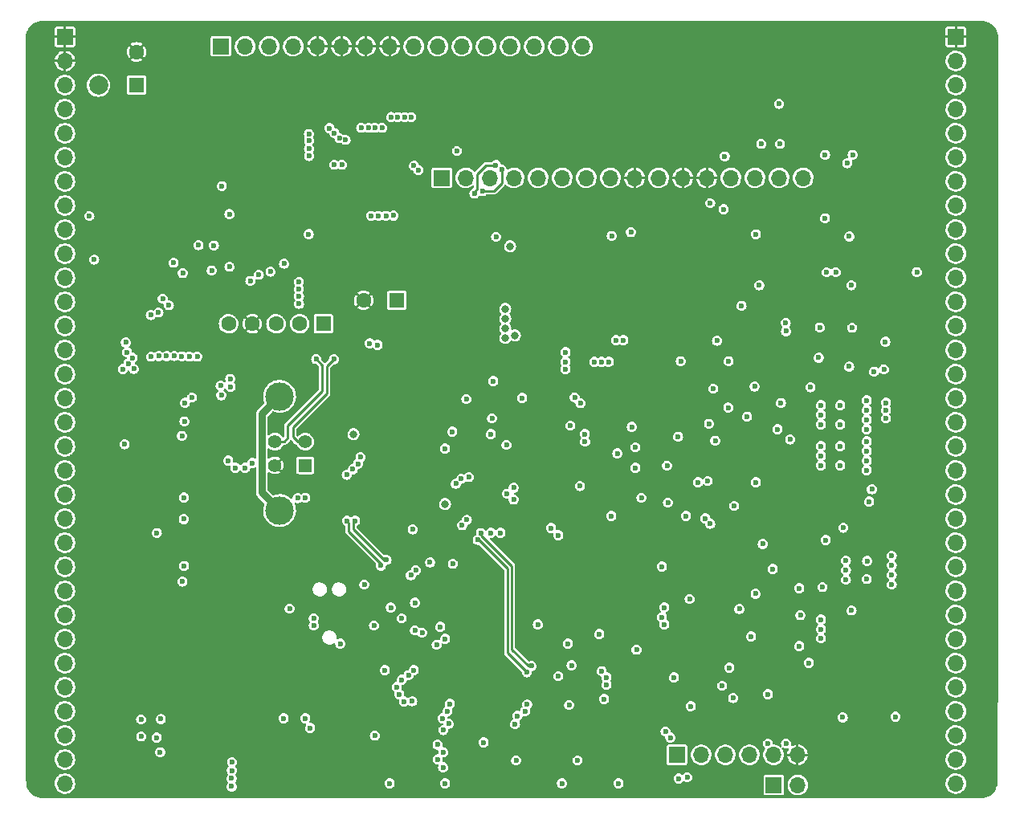
<source format=gbr>
%TF.GenerationSoftware,KiCad,Pcbnew,(6.0.1)*%
%TF.CreationDate,2023-07-12T16:45:15+01:00*%
%TF.ProjectId,polygonus-Shortage-Version,706f6c79-676f-46e7-9573-2d53686f7274,rev?*%
%TF.SameCoordinates,Original*%
%TF.FileFunction,Copper,L2,Inr*%
%TF.FilePolarity,Positive*%
%FSLAX46Y46*%
G04 Gerber Fmt 4.6, Leading zero omitted, Abs format (unit mm)*
G04 Created by KiCad (PCBNEW (6.0.1)) date 2023-07-12 16:45:15*
%MOMM*%
%LPD*%
G01*
G04 APERTURE LIST*
%TA.AperFunction,ComponentPad*%
%ADD10R,1.600000X1.600000*%
%TD*%
%TA.AperFunction,ComponentPad*%
%ADD11C,1.600000*%
%TD*%
%TA.AperFunction,ComponentPad*%
%ADD12R,1.700000X1.700000*%
%TD*%
%TA.AperFunction,ComponentPad*%
%ADD13O,1.700000X1.700000*%
%TD*%
%TA.AperFunction,ComponentPad*%
%ADD14R,1.400000X1.400000*%
%TD*%
%TA.AperFunction,ComponentPad*%
%ADD15C,1.400000*%
%TD*%
%TA.AperFunction,ComponentPad*%
%ADD16C,3.000000*%
%TD*%
%TA.AperFunction,ViaPad*%
%ADD17C,0.599440*%
%TD*%
%TA.AperFunction,ViaPad*%
%ADD18C,0.800000*%
%TD*%
%TA.AperFunction,ViaPad*%
%ADD19C,0.600000*%
%TD*%
%TA.AperFunction,ViaPad*%
%ADD20C,2.000000*%
%TD*%
%TA.AperFunction,Conductor*%
%ADD21C,0.254000*%
%TD*%
%TA.AperFunction,Conductor*%
%ADD22C,0.762000*%
%TD*%
G04 APERTURE END LIST*
D10*
%TO.N,Net-(C6-Pad1)*%
%TO.C,C6*%
X96348000Y-85119000D03*
D11*
%TO.N,GND*%
X92848000Y-85119000D03*
%TD*%
D10*
%TO.N,Net-(D14-Pad2)*%
%TO.C,J13*%
X88610209Y-87595853D03*
D11*
%TO.N,/USB_D-*%
X86110209Y-87595853D03*
%TO.N,/USB_D+*%
X83610209Y-87595853D03*
%TO.N,GND*%
X81110209Y-87595853D03*
%TO.N,/USB_SHIELD*%
X78610209Y-87595853D03*
%TD*%
D12*
%TO.N,+3V3*%
%TO.C,J11*%
X125881501Y-133044837D03*
D13*
%TO.N,/mcu/AUX_SPI_CS*%
X128421501Y-133044837D03*
%TO.N,/mcu/AUX_SPI_SCK*%
X130961501Y-133044837D03*
%TO.N,/mcu/AUX_SPI_MISO*%
X133501501Y-133044837D03*
%TO.N,/mcu/AUX_SPI_MOSI*%
X136041501Y-133044837D03*
%TO.N,GND*%
X138581501Y-133044837D03*
%TD*%
D10*
%TO.N,/12V_MR*%
%TO.C,C1*%
X68916000Y-62423028D03*
D11*
%TO.N,GND*%
X68916000Y-58923028D03*
%TD*%
D12*
%TO.N,/mcu/UART_TX*%
%TO.C,J12*%
X136088339Y-136214983D03*
D13*
%TO.N,/mcu/UART_RX*%
X138628339Y-136214983D03*
%TD*%
D14*
%TO.N,Net-(D14-Pad2)*%
%TO.C,J14*%
X86696000Y-102518000D03*
D15*
%TO.N,/USB_D-*%
X86696000Y-100018000D03*
%TO.N,/USB_D+*%
X83496000Y-100018000D03*
%TO.N,GND*%
X83496000Y-102518000D03*
D16*
%TO.N,/USB_SHIELD*%
X83986000Y-107288000D03*
X83986000Y-95248000D03*
%TD*%
D12*
%TO.N,GND*%
%TO.C,J4*%
X61363317Y-57335316D03*
D13*
X61363317Y-59875316D03*
%TO.N,/12V_MR*%
X61363317Y-62415316D03*
%TO.N,/LS1*%
X61363317Y-64955316D03*
%TO.N,/LS2*%
X61363317Y-67495316D03*
%TO.N,/LS3*%
X61363317Y-70035316D03*
%TO.N,/LS4*%
X61363317Y-72575316D03*
%TO.N,/LS5*%
X61363317Y-75115316D03*
%TO.N,/LS6*%
X61363317Y-77655316D03*
%TO.N,/LS7*%
X61363317Y-80195316D03*
%TO.N,/LS8*%
X61363317Y-82735316D03*
%TO.N,/IGN12*%
X61363317Y-85275316D03*
%TO.N,/IGN11*%
X61363317Y-87815316D03*
%TO.N,/IGN10*%
X61363317Y-90355316D03*
%TO.N,/IGN9*%
X61363317Y-92895316D03*
%TO.N,/IGN8*%
X61363317Y-95435316D03*
%TO.N,/IGN7*%
X61363317Y-97975316D03*
%TO.N,/IGN6*%
X61363317Y-100515316D03*
%TO.N,/IGN5*%
X61363317Y-103055316D03*
%TO.N,/IGN4*%
X61363317Y-105595316D03*
%TO.N,/IGN3*%
X61363317Y-108135316D03*
%TO.N,/IGN2*%
X61363317Y-110675316D03*
%TO.N,/IGN1*%
X61363317Y-113215316D03*
%TO.N,/LS9*%
X61363317Y-115755316D03*
%TO.N,/LS10*%
X61363317Y-118295316D03*
%TO.N,/LS11*%
X61363317Y-120835316D03*
%TO.N,/LS12*%
X61363317Y-123375316D03*
%TO.N,/LS13*%
X61363317Y-125915316D03*
%TO.N,/LS14*%
X61363317Y-128455316D03*
%TO.N,/LS15*%
X61363317Y-130995316D03*
%TO.N,/LS16*%
X61363317Y-133535316D03*
%TO.N,/12V_MR*%
X61363317Y-136075316D03*
%TD*%
D12*
%TO.N,+5V*%
%TO.C,J6*%
X101082286Y-72212971D03*
D13*
%TO.N,+3V3*%
X103622286Y-72212971D03*
%TO.N,/ETB1_PWM*%
X106162286Y-72212971D03*
%TO.N,/ETB1_DIS*%
X108702286Y-72212971D03*
%TO.N,/ETB1_DIR*%
X111242286Y-72212971D03*
%TO.N,/ETB2_PWM*%
X113782286Y-72212971D03*
%TO.N,/ETB2_DIS*%
X116322286Y-72212971D03*
%TO.N,/ETB2_DIR*%
X118862286Y-72212971D03*
%TO.N,GND*%
X121402286Y-72212971D03*
%TO.N,/12V_RAW*%
X123942286Y-72212971D03*
%TO.N,GND*%
X126482286Y-72212971D03*
X129022286Y-72212971D03*
%TO.N,/CAN+*%
X131562286Y-72212971D03*
%TO.N,/CAN-*%
X134102286Y-72212971D03*
%TO.N,/VR2+*%
X136642286Y-72212971D03*
%TO.N,/VR1+*%
X139182286Y-72212971D03*
%TD*%
D12*
%TO.N,GND*%
%TO.C,J5*%
X155276000Y-57330221D03*
D13*
%TO.N,Net-(F2-Pad1)*%
X155276000Y-59870221D03*
%TO.N,Net-(F1-Pad2)*%
X155276000Y-62410221D03*
%TO.N,/5V_SENSOR_2*%
X155276000Y-64950221D03*
X155276000Y-67490221D03*
%TO.N,unconnected-(J5-Pad6)*%
X155276000Y-70030221D03*
%TO.N,unconnected-(J5-Pad7)*%
X155276000Y-72570221D03*
%TO.N,/5V_SENSOR_1*%
X155276000Y-75110221D03*
X155276000Y-77650221D03*
%TO.N,/DIGITAL_6*%
X155276000Y-80190221D03*
%TO.N,/DIGITAL_5*%
X155276000Y-82730221D03*
%TO.N,/DIGITAL_4*%
X155276000Y-85270221D03*
%TO.N,/DIGITAL_3*%
X155276000Y-87810221D03*
%TO.N,/DIGITAL_2*%
X155276000Y-90350221D03*
%TO.N,/DIGITAL_1*%
X155276000Y-92890221D03*
%TO.N,/AT4*%
X155276000Y-95430221D03*
%TO.N,/AT3*%
X155276000Y-97970221D03*
%TO.N,/AT2*%
X155276000Y-100510221D03*
%TO.N,/AT1*%
X155276000Y-103050221D03*
%TO.N,/AV11*%
X155276000Y-105590221D03*
%TO.N,/AV10*%
X155276000Y-108130221D03*
%TO.N,/AV9*%
X155276000Y-110670221D03*
%TO.N,/AV8*%
X155276000Y-113210221D03*
%TO.N,/AV7*%
X155276000Y-115750221D03*
%TO.N,/AV6*%
X155276000Y-118290221D03*
%TO.N,/AV5*%
X155276000Y-120830221D03*
%TO.N,/AV4*%
X155276000Y-123370221D03*
%TO.N,/AV3*%
X155276000Y-125910221D03*
%TO.N,/AV2*%
X155276000Y-128450221D03*
%TO.N,/AV1*%
X155276000Y-130990221D03*
%TO.N,/KNOCK_1*%
X155276000Y-133530221D03*
%TO.N,/KNOCK_2*%
X155276000Y-136070221D03*
%TD*%
D12*
%TO.N,/HS1*%
%TO.C,J7*%
X77806000Y-58321088D03*
D13*
%TO.N,/HS2*%
X80346000Y-58321088D03*
%TO.N,/HS3*%
X82886000Y-58321088D03*
%TO.N,/HS4*%
X85426000Y-58321088D03*
%TO.N,GND*%
X87966000Y-58321088D03*
X90506000Y-58321088D03*
X93046000Y-58321088D03*
X95586000Y-58321088D03*
%TO.N,/CAN2+*%
X98126000Y-58321088D03*
%TO.N,/CAN2-*%
X100666000Y-58321088D03*
%TO.N,/RC1*%
X103206000Y-58321088D03*
%TO.N,/RC2*%
X105746000Y-58321088D03*
%TO.N,/Perm_Live*%
X108286000Y-58321088D03*
%TO.N,/RSVD*%
X110826000Y-58321088D03*
X113366000Y-58321088D03*
X115906000Y-58321088D03*
%TD*%
D17*
%TO.N,GND*%
X86443372Y-114752264D03*
X83843439Y-69242269D03*
X149579411Y-86449104D03*
X128305902Y-92916261D03*
X138735879Y-96962155D03*
X99509658Y-121464630D03*
X84980333Y-130186379D03*
X90845182Y-99528349D03*
X136547698Y-121794094D03*
X127717709Y-106988421D03*
X140592193Y-128179610D03*
X97570725Y-117848966D03*
X88771895Y-91335076D03*
X133509960Y-86439771D03*
X148332983Y-80372886D03*
X99649727Y-70878820D03*
X139253787Y-86489316D03*
X138098260Y-93391860D03*
X69185247Y-132039582D03*
X130921826Y-89535132D03*
X66653041Y-71650404D03*
X152850932Y-101464781D03*
X132937527Y-123232801D03*
X106589781Y-91795916D03*
X65712132Y-129132735D03*
X153842836Y-134009932D03*
X108253662Y-131984557D03*
X106575574Y-90218908D03*
X127796273Y-136202319D03*
X109530688Y-93401339D03*
X126552090Y-137226916D03*
X72202779Y-86620052D03*
X151859029Y-121597737D03*
X98272981Y-90830037D03*
X72246995Y-56239811D03*
X113972911Y-124126185D03*
X88534269Y-59720304D03*
X118033670Y-128339288D03*
X131290055Y-92492041D03*
X155840047Y-111933382D03*
X149740002Y-112292522D03*
X117045031Y-107384891D03*
X143360099Y-131684454D03*
X69902670Y-93884548D03*
X103612587Y-133628376D03*
X155893663Y-127200651D03*
X125865546Y-76947513D03*
X106561366Y-91071345D03*
X89937730Y-113594149D03*
X138719136Y-79353441D03*
X144034736Y-79354174D03*
X120031741Y-98023981D03*
X126772291Y-117485105D03*
X109151092Y-63605082D03*
X106575574Y-89380678D03*
X101685004Y-102361720D03*
X74007103Y-96792466D03*
X130836012Y-87561644D03*
X77823130Y-59788528D03*
X143496414Y-121254160D03*
X106210920Y-63859181D03*
X92901790Y-91768220D03*
X151416694Y-125042591D03*
X133841970Y-96335886D03*
X114910674Y-63567196D03*
X72620612Y-135616514D03*
X130638507Y-95794656D03*
X113875791Y-131262541D03*
X115600941Y-126624275D03*
X103942760Y-109292163D03*
X113488313Y-93524630D03*
X75293826Y-76024845D03*
X155853451Y-89079393D03*
X136829567Y-75077049D03*
X100457529Y-86176845D03*
X97376325Y-98841462D03*
X146833881Y-109172905D03*
X153282115Y-117409034D03*
X97070465Y-93282883D03*
X71179631Y-111005742D03*
X100447131Y-117823419D03*
X70431039Y-129085546D03*
X81798901Y-125355793D03*
X152968035Y-68399172D03*
X97390436Y-115109709D03*
X103872356Y-124929048D03*
X89796259Y-97486107D03*
X94478486Y-106106236D03*
X135350273Y-74621384D03*
X91866837Y-118173259D03*
X111438858Y-123390035D03*
X149445112Y-108941497D03*
X69864784Y-99254900D03*
X115999899Y-74304959D03*
X112614750Y-116976101D03*
X138733343Y-78358931D03*
X107992283Y-134645271D03*
X142560285Y-122653322D03*
X147908520Y-99339072D03*
X93103005Y-120112654D03*
X115333957Y-111274539D03*
X77725043Y-101114539D03*
X73733954Y-100524192D03*
X138840895Y-109314126D03*
X138195106Y-91460820D03*
X143282453Y-104222346D03*
X74232109Y-106845964D03*
X142531319Y-99397156D03*
X122168950Y-132039530D03*
X84915192Y-86419357D03*
X80644522Y-78656335D03*
X59407431Y-57307444D03*
X155833345Y-129740727D03*
X143487478Y-119922686D03*
X139186766Y-89505238D03*
X138099202Y-109340934D03*
X138152684Y-103855137D03*
X134443221Y-136533692D03*
X146015563Y-113571607D03*
X116907827Y-83578820D03*
X108273084Y-104169268D03*
X138678546Y-122921943D03*
X153311354Y-105947434D03*
X141262239Y-74963391D03*
X105079669Y-119396796D03*
X140411929Y-133795467D03*
X155853451Y-122120497D03*
X128259473Y-125602214D03*
X136829184Y-120315175D03*
X155866855Y-101786479D03*
X68409194Y-77988666D03*
X148414176Y-116102057D03*
X127804989Y-97773257D03*
X153735566Y-136421660D03*
X151944678Y-85036036D03*
X71346591Y-64007708D03*
X130417592Y-93741444D03*
X153320076Y-99628419D03*
X131900944Y-120355387D03*
X76941569Y-127243634D03*
X152968035Y-66469413D03*
X136042192Y-115726742D03*
X72270912Y-67133433D03*
X146121153Y-89532046D03*
X123551729Y-122614599D03*
X75168822Y-133200433D03*
X109514815Y-96270649D03*
X113793034Y-61426632D03*
X122593871Y-86769642D03*
X147341848Y-119667547D03*
X103712393Y-85334706D03*
X135723193Y-64389586D03*
X112932436Y-133749192D03*
X143383555Y-118491420D03*
X144089488Y-80902034D03*
X109544896Y-91909574D03*
X135397874Y-86475912D03*
X107878329Y-111231634D03*
X62899884Y-85326075D03*
X143638442Y-134497765D03*
X80907671Y-75878651D03*
X145980641Y-129919678D03*
X111519869Y-64618535D03*
X88269904Y-83525646D03*
X120272346Y-135050984D03*
X141403832Y-80929701D03*
X100467574Y-96171491D03*
X125140367Y-91597792D03*
X112458142Y-125357820D03*
X91468473Y-131999778D03*
X105813116Y-66190807D03*
X78670464Y-132911366D03*
X142420059Y-111343846D03*
X152587931Y-87258183D03*
X82545043Y-88977623D03*
X93101491Y-131906419D03*
X132266982Y-103924286D03*
X109530688Y-91142381D03*
X109495323Y-101338703D03*
X130848302Y-66822618D03*
X130713653Y-111976270D03*
X102035450Y-94886897D03*
X75225449Y-129868884D03*
X133274320Y-74153563D03*
X76122883Y-96133576D03*
X119702595Y-131999317D03*
X91853970Y-65801444D03*
X118336429Y-102434058D03*
X111200031Y-126978016D03*
X154100801Y-111853667D03*
X109417030Y-84848555D03*
X75189136Y-128134168D03*
X71123052Y-96329751D03*
X105865210Y-84948006D03*
X107000905Y-127648254D03*
X117278554Y-75604925D03*
X130023752Y-119788184D03*
X122426734Y-81667929D03*
X62409897Y-127068202D03*
X153722199Y-80608002D03*
X105624529Y-107492195D03*
X150950560Y-77375477D03*
X142582471Y-86502720D03*
X153874437Y-78369595D03*
X155853451Y-114493565D03*
X68435184Y-80573624D03*
X144424578Y-111285687D03*
X90671424Y-67178916D03*
X138867532Y-126401334D03*
X106229643Y-133619857D03*
X95208217Y-131296063D03*
X114277167Y-109886746D03*
X72781491Y-82327951D03*
X150741790Y-91519297D03*
X155840047Y-91612768D03*
X63864763Y-66291631D03*
X148457717Y-103959197D03*
X139373779Y-131037327D03*
X122131822Y-76249634D03*
X155840047Y-83999239D03*
X151913965Y-127593650D03*
X62174087Y-101620095D03*
X103684678Y-62048710D03*
X90985158Y-120264567D03*
X96203774Y-96889640D03*
X132999462Y-107362584D03*
X62963534Y-109426848D03*
X149880258Y-94909915D03*
X136182281Y-102514727D03*
X135823517Y-92727834D03*
X103230570Y-112858726D03*
X110284770Y-106124116D03*
X104840578Y-116603203D03*
X110510991Y-90218908D03*
X63608687Y-132711285D03*
X58063108Y-136862708D03*
X68092457Y-112391217D03*
X156330495Y-78691222D03*
X142600343Y-89549919D03*
X155893663Y-106866633D03*
X149029072Y-125891303D03*
X149727777Y-100151179D03*
X63040392Y-122440197D03*
X106575574Y-92563109D03*
X123548478Y-90351846D03*
X66561803Y-136102983D03*
X83382599Y-92822105D03*
X123227873Y-115525681D03*
X103045800Y-70284137D03*
X136786120Y-130384123D03*
X123375271Y-84169709D03*
X150237133Y-106544934D03*
X106575574Y-88627692D03*
X134626129Y-66503367D03*
X149579411Y-89532046D03*
X62896585Y-82545092D03*
X142553659Y-129977763D03*
X109564007Y-134955382D03*
X132557126Y-128474039D03*
X125861590Y-97646970D03*
X99328101Y-60703726D03*
X155950391Y-81410428D03*
X76856822Y-135022694D03*
X122308504Y-116919822D03*
X86187641Y-81588397D03*
X117199533Y-86771919D03*
X150599695Y-68896232D03*
X110650857Y-74006606D03*
X149218422Y-129948490D03*
X69883727Y-95324219D03*
X141248354Y-113464137D03*
X127854750Y-129379938D03*
X85766331Y-59778781D03*
X75086857Y-137197148D03*
X92802440Y-124638325D03*
X80304028Y-100227005D03*
X123389479Y-86712813D03*
X87970003Y-120338213D03*
X101769755Y-113701916D03*
X66674360Y-109956595D03*
X124941269Y-81580213D03*
X64333254Y-127207636D03*
X123403686Y-85093183D03*
X66654867Y-106350479D03*
X153025186Y-114828667D03*
X147947862Y-93624489D03*
X118301944Y-93879135D03*
X101478103Y-111382271D03*
X144634220Y-116209290D03*
X120476208Y-116120629D03*
X66179800Y-118403153D03*
X135730837Y-68651501D03*
X90841667Y-116797714D03*
X85277478Y-127918000D03*
X66518420Y-95805027D03*
X94896704Y-90894167D03*
X155840047Y-117026940D03*
X153552811Y-96351443D03*
X79719253Y-114184897D03*
X131950575Y-101927471D03*
X133709879Y-91411706D03*
X132758188Y-126476830D03*
X68137650Y-128585342D03*
X63022012Y-113549516D03*
X75586214Y-94240603D03*
X127121907Y-81785509D03*
X120055664Y-95406359D03*
X153611288Y-97637949D03*
X84042341Y-101281967D03*
X71113306Y-104565340D03*
X104664753Y-111288261D03*
X130862509Y-65288232D03*
X135948364Y-117522891D03*
X132201582Y-134136113D03*
X96784327Y-69592314D03*
X110244171Y-132648060D03*
X131226753Y-103107032D03*
X135284861Y-129982000D03*
X126887193Y-122495812D03*
X125910851Y-120532495D03*
X138648099Y-80433194D03*
X107192801Y-102372771D03*
X124226076Y-129662392D03*
X80688531Y-59788528D03*
X134272256Y-80021183D03*
X66674360Y-113660173D03*
X120568436Y-108549888D03*
X144061074Y-80134841D03*
X141673457Y-93343946D03*
X79855075Y-86375372D03*
X141446934Y-66694753D03*
X130840480Y-84509977D03*
X69643720Y-127138300D03*
X66904772Y-122411782D03*
X74319825Y-114028957D03*
X84908661Y-67068983D03*
X117088283Y-113145821D03*
X122570353Y-95562639D03*
X100467563Y-79643956D03*
X100827750Y-122408865D03*
X64329285Y-70089374D03*
X109652230Y-125342128D03*
X102218641Y-97467239D03*
X66618381Y-102789646D03*
X78121391Y-89109248D03*
X101243390Y-59973706D03*
X108664044Y-84848555D03*
X123346857Y-85902998D03*
X69855312Y-97521612D03*
X143302800Y-97179676D03*
X72035468Y-128349396D03*
X125946058Y-84640538D03*
X67220920Y-58345284D03*
X151141910Y-101605524D03*
X84620996Y-63656843D03*
X151187406Y-110160692D03*
X62963534Y-97731338D03*
X119957273Y-126610870D03*
X136124261Y-112024466D03*
X150383314Y-83359894D03*
X133132570Y-76414740D03*
X116849833Y-119846729D03*
X119614724Y-99817151D03*
X82641231Y-130215618D03*
X147463598Y-106269061D03*
X152426543Y-70745138D03*
X95346937Y-111300529D03*
X155880259Y-94172951D03*
X97875820Y-85093183D03*
X120395141Y-101967765D03*
X73959214Y-126980485D03*
X71478636Y-134389598D03*
X137179096Y-127753888D03*
X120753501Y-103857012D03*
X109516481Y-92676768D03*
X102481790Y-78905339D03*
X132490623Y-113627269D03*
X103726601Y-83729283D03*
X141440410Y-106239822D03*
X77454487Y-111129597D03*
X85356204Y-96914550D03*
X145156034Y-109793108D03*
X131096080Y-109467028D03*
X117940931Y-82311807D03*
X60522272Y-132264306D03*
X89384279Y-78292308D03*
X155853451Y-124653872D03*
X126043521Y-88811937D03*
X120071285Y-93838923D03*
X142076741Y-131843018D03*
X94474464Y-75147682D03*
X105069602Y-84962214D03*
X72037188Y-75763412D03*
X132366851Y-94212234D03*
X106632403Y-84919592D03*
X62905057Y-105362659D03*
X151190509Y-74552689D03*
X147100574Y-125015783D03*
X68393475Y-85059627D03*
X109091328Y-80596465D03*
X118092148Y-132296269D03*
X111803853Y-90360981D03*
X88158888Y-68159614D03*
X129609077Y-134214083D03*
X147864608Y-133768658D03*
X103270612Y-66094357D03*
X126337624Y-115968016D03*
X146121153Y-86475912D03*
X141461141Y-78330516D03*
X140551875Y-71170046D03*
X64767309Y-91288078D03*
X155880259Y-104306450D03*
X93458329Y-100673758D03*
X91389037Y-75392355D03*
X148991000Y-75361195D03*
X103726601Y-84496477D03*
X141489556Y-65146159D03*
X155853451Y-109373199D03*
X76569012Y-67133433D03*
X125519437Y-105929497D03*
X155866855Y-119560314D03*
X132070128Y-63938540D03*
X113627282Y-100091659D03*
X132936772Y-71170046D03*
X72246995Y-60723482D03*
X99852737Y-131275957D03*
X83349259Y-59817766D03*
X147785225Y-131472885D03*
X107725277Y-74051703D03*
X70163137Y-113743547D03*
X69760954Y-135125747D03*
X74855245Y-72954774D03*
X111853579Y-87967054D03*
X83047832Y-101281967D03*
X99547541Y-63092509D03*
X75805030Y-99214019D03*
X134001391Y-109585188D03*
X65042961Y-116261475D03*
X149245583Y-136420483D03*
X88260433Y-85078975D03*
X139981920Y-91610263D03*
X136203249Y-106734181D03*
X116059566Y-121277989D03*
X113357344Y-74091849D03*
X135406810Y-89514174D03*
X65714503Y-133602268D03*
X102234352Y-90624712D03*
D18*
%TO.N,+5V*%
X107778000Y-88040000D03*
X107778000Y-87024000D03*
X107778000Y-86008000D03*
X108794000Y-88802000D03*
D17*
X130638000Y-125759000D03*
X146650808Y-92618310D03*
D18*
X107778000Y-89056000D03*
D17*
X120224000Y-89310000D03*
X144263248Y-83533533D03*
X102190000Y-98962000D03*
X106813733Y-78424334D03*
X146132000Y-106328000D03*
X131289061Y-96420764D03*
X143831509Y-70665700D03*
D18*
X91776000Y-99216000D03*
D17*
X131908000Y-106793380D03*
X131321029Y-91546911D03*
X67468447Y-92358000D03*
X141052000Y-97184000D03*
X67647411Y-100295853D03*
X71048231Y-109640317D03*
X143691414Y-113563709D03*
X141052000Y-119790000D03*
X134557725Y-83533534D03*
X106381000Y-97565000D03*
X119462000Y-89310000D03*
X134062536Y-94199810D03*
X136640103Y-64398788D03*
X136735295Y-68619360D03*
X138766000Y-115472000D03*
X141052000Y-101502000D03*
X134194000Y-104296000D03*
X135464000Y-126648000D03*
X135972000Y-113440000D03*
X125992099Y-99504339D03*
%TO.N,+3V3*%
X117176000Y-91596000D03*
X117938000Y-91596000D03*
X118700000Y-91596000D03*
X131400000Y-123854000D03*
X87204000Y-130204000D03*
X105492000Y-131728000D03*
X95586000Y-136046000D03*
X101428000Y-100740000D03*
D19*
X127336000Y-127918000D03*
X148918680Y-129020660D03*
D17*
X85045000Y-117631000D03*
X121113000Y-98454000D03*
X114128000Y-91596000D03*
X92919000Y-115091000D03*
X121494000Y-102772000D03*
X115398000Y-133633000D03*
X102259855Y-112894623D03*
X114128000Y-92358000D03*
D19*
X115652000Y-104701566D03*
D18*
X101428000Y-106582000D03*
D17*
X90379000Y-121314000D03*
D19*
X121619667Y-121950333D03*
D17*
X95078000Y-124108000D03*
D19*
X131809698Y-127057698D03*
X124288000Y-113186000D03*
X118192000Y-127156000D03*
X118954000Y-107852000D03*
D17*
X107905000Y-100359000D03*
D19*
X143350146Y-129094828D03*
D17*
X98024400Y-109274400D03*
X101936000Y-127664000D03*
D19*
X114636000Y-98327000D03*
D17*
X119002273Y-78324847D03*
X114128000Y-90580000D03*
%TO.N,/mcu/AV4*%
X125558000Y-124870000D03*
X133686000Y-120552000D03*
%TO.N,/mcu/AV2*%
X117684000Y-120298000D03*
X139782000Y-123346000D03*
%TO.N,/mcu/AV5*%
X124542000Y-119282000D03*
X134170633Y-116055725D03*
%TO.N,/mcu/AV6*%
X124288000Y-118520000D03*
X141215557Y-115352032D03*
%TO.N,/mcu/AV9*%
X129391632Y-108685120D03*
X143413439Y-109106342D03*
%TO.N,/mcu/AV10*%
X128860000Y-108106000D03*
X146426241Y-105046781D03*
%TO.N,/5V_SENSOR_1*%
X144398964Y-69771176D03*
X141497818Y-69771176D03*
X130918191Y-69927525D03*
%TO.N,/5V_SENSOR_2*%
X141482146Y-76459902D03*
%TO.N,/mcu/nRESET*%
X111207000Y-119282000D03*
X93935000Y-119409000D03*
X100920000Y-119536000D03*
%TO.N,/mcu/SWDIO*%
X98253000Y-116996000D03*
X87585000Y-119409000D03*
%TO.N,/mcu/SWCLK*%
X87585000Y-118647000D03*
X95713000Y-117504000D03*
X96856000Y-118647000D03*
%TO.N,/mcu/5V_SENSOR_1_PG*%
X126955000Y-135411000D03*
X144045916Y-78383854D03*
%TO.N,/mcu/5V_SENSOR_2_PG*%
X126066000Y-135538000D03*
X134191182Y-78143291D03*
%TO.N,/mcu/AT2*%
X128098000Y-104296000D03*
X137811875Y-99785875D03*
%TO.N,/mcu/AT1*%
X129114000Y-104169000D03*
X136480000Y-98708000D03*
%TO.N,/mcu/AT3*%
X133261486Y-97383980D03*
X124923000Y-106455000D03*
%TO.N,Net-(C33-Pad1)*%
X130098312Y-89380012D03*
X129702906Y-94426278D03*
%TO.N,Net-(C34-Pad1)*%
X140821465Y-91165699D03*
X144033378Y-92098452D03*
%TO.N,Net-(C42-Pad1)*%
X145878000Y-98708000D03*
X141052000Y-98200000D03*
%TO.N,Net-(C43-Pad1)*%
X143084000Y-98200000D03*
X145878000Y-97692000D03*
%TO.N,Net-(C44-Pad1)*%
X143084000Y-96168000D03*
X145878000Y-96676000D03*
%TO.N,Net-(C45-Pad1)*%
X141052000Y-96168000D03*
X145878000Y-95660000D03*
%TO.N,Net-(C48-Pad1)*%
X141060141Y-120757140D03*
X138766000Y-121568000D03*
%TO.N,/mcu/12V_DIVIDED*%
X126281596Y-91534587D03*
X126828000Y-107852000D03*
%TO.N,Net-(C50-Pad1)*%
X141052000Y-118774000D03*
X144285755Y-117814098D03*
%TO.N,Net-(C52-Pad1)*%
X143691414Y-114579709D03*
X148517414Y-115087709D03*
%TO.N,Net-(C53-Pad1)*%
X148517414Y-114071709D03*
X145879421Y-114511171D03*
%TO.N,Net-(C54-Pad1)*%
X148517414Y-113055709D03*
X145929909Y-112592633D03*
%TO.N,/ETB2_DIR*%
X108660597Y-106118641D03*
%TO.N,/ETB2_DIS*%
X107972825Y-105515651D03*
%TO.N,Net-(C55-Pad1)*%
X148517414Y-112039709D03*
X143691414Y-112547709D03*
%TO.N,Net-(C57-Pad1)*%
X145878000Y-103026000D03*
X141052000Y-102518000D03*
%TO.N,Net-(C58-Pad1)*%
X145878000Y-102010000D03*
X143084000Y-102518000D03*
%TO.N,Net-(C59-Pad1)*%
X143084000Y-100486000D03*
X145878000Y-100994000D03*
%TO.N,Net-(C60-Pad1)*%
X141052000Y-100486000D03*
X145878000Y-99978000D03*
%TO.N,/lowside_quad1/IN1*%
X75309545Y-91050508D03*
X86043425Y-85485738D03*
X98126000Y-124108000D03*
%TO.N,/lowside_quad1/IN3*%
X86017435Y-83926337D03*
X73686549Y-91017033D03*
X96856000Y-125124000D03*
%TO.N,/lowside_quad1/IN2*%
X74471367Y-91050508D03*
X97594368Y-124639632D03*
X86027281Y-84691468D03*
%TO.N,/lowside_quad1/IN4*%
X72903265Y-90982024D03*
X96348000Y-125886000D03*
X86017435Y-83174994D03*
%TO.N,/lowside_quad2/IN1*%
X72071982Y-90995013D03*
X96602000Y-126648000D03*
X80908296Y-83074639D03*
%TO.N,/lowside_quad2/IN3*%
X70436416Y-91050508D03*
X97966732Y-127395072D03*
X83030617Y-82096601D03*
%TO.N,/lowside_quad2/IN2*%
X71254352Y-90994349D03*
X81798979Y-82418208D03*
X97110000Y-127410000D03*
%TO.N,/lowside_quad2/IN4*%
X101680241Y-128448273D03*
X67771535Y-89552652D03*
X84459708Y-81254813D03*
%TO.N,/ETB1_DIR*%
X103935160Y-103754820D03*
%TO.N,/ETB1_DIS*%
X103132946Y-103924701D03*
%TO.N,/lowside_quad4/IN4*%
X101231612Y-134355561D03*
X78934042Y-136379418D03*
%TO.N,/lowside_quad4/IN2*%
X101242831Y-132751170D03*
X78948065Y-134696581D03*
%TO.N,/lowside_quad4/IN3*%
X78934042Y-135523976D03*
X100659416Y-133514097D03*
%TO.N,/lowside_quad4/IN1*%
X100649446Y-131971846D03*
X78976113Y-133799068D03*
%TO.N,/highside_quad/IN1*%
X97825119Y-114103245D03*
X93637657Y-76213144D03*
%TO.N,/highside_quad/IN3*%
X103235992Y-108833684D03*
X95205721Y-76204480D03*
%TO.N,/highside_quad/IN2*%
X94417357Y-76204480D03*
X98356399Y-113571966D03*
%TO.N,/mcu/CAN_RX*%
X106254000Y-109630000D03*
X106254000Y-99216000D03*
%TO.N,/mcu/CAN_TX*%
X109556000Y-95406000D03*
X107270000Y-109630000D03*
%TO.N,/highside_quad/IN4*%
X95994085Y-76178490D03*
X103724080Y-108262470D03*
%TO.N,/ign1/IN4*%
X86696000Y-105921600D03*
X73905034Y-105908649D03*
%TO.N,/AT4*%
X147910000Y-95914000D03*
%TO.N,/AT2*%
X147910000Y-97565000D03*
%TO.N,/AT3*%
X147910000Y-96676000D03*
%TO.N,/HS4*%
X95744926Y-65784676D03*
X97169870Y-65804107D03*
X96459505Y-65804107D03*
X97866026Y-65804107D03*
%TO.N,/HS2*%
X89767876Y-67480566D03*
X90947080Y-68190931D03*
X102687460Y-69369474D03*
X89236000Y-66958000D03*
X90307752Y-68020442D03*
%TO.N,/HS3*%
X92595126Y-66926483D03*
X94809285Y-66924988D03*
X93390733Y-66926483D03*
X94015853Y-66926483D03*
%TO.N,/HS1*%
X87057848Y-78134240D03*
X87082700Y-69111300D03*
X87078928Y-67568241D03*
X87096907Y-69898907D03*
X87096907Y-68247760D03*
%TO.N,/LS9*%
X101174000Y-129188000D03*
%TO.N,/LS10*%
X101820636Y-129766620D03*
%TO.N,/LS11*%
X101248441Y-130441170D03*
%TO.N,/LS12*%
X94034308Y-131019790D03*
%TO.N,/CAN+*%
X129380719Y-74869112D03*
X115096263Y-95358263D03*
%TO.N,/CAN-*%
X130795195Y-75512333D03*
X115699737Y-95961737D03*
%TO.N,Net-(C80-Pad1)*%
X114382000Y-121314000D03*
X124542000Y-117504000D03*
%TO.N,/ign1/IN3*%
X85883200Y-105972400D03*
X73892039Y-108182776D03*
%TO.N,/ign1/IN1*%
X99015000Y-120171000D03*
X73749094Y-114771247D03*
%TO.N,/ign1/IN2*%
X73911532Y-113127378D03*
X98253000Y-119917000D03*
%TO.N,/ign2/IN2*%
X79330000Y-102772000D03*
X73962046Y-97890200D03*
%TO.N,/IGN9*%
X91067247Y-103515620D03*
X77839673Y-95129380D03*
X68616065Y-92332010D03*
%TO.N,/IGN10*%
X91691007Y-102937000D03*
X68054699Y-91789899D03*
X77770001Y-94118300D03*
%TO.N,/IGN11*%
X68486115Y-91174759D03*
X92246000Y-102348002D03*
X78822597Y-94235255D03*
%TO.N,/IGN12*%
X92517994Y-101647621D03*
X67908556Y-90596139D03*
X78783612Y-93397077D03*
%TO.N,/mcu/DIGITAL5*%
X129260378Y-98126157D03*
X124832268Y-102554268D03*
%TO.N,/mcu/DIGITAL2*%
X136840934Y-95923748D03*
X129914047Y-99913125D03*
%TO.N,/mcu/DIGITAL1*%
X99847117Y-112751646D03*
X122129000Y-105947000D03*
%TO.N,/DIGITAL_5*%
X137350003Y-87493676D03*
%TO.N,/DIGITAL_6*%
X132683659Y-85695086D03*
%TO.N,/DIGITAL_1*%
X140944780Y-87968001D03*
%TO.N,/DIGITAL_2*%
X147850428Y-89483158D03*
%TO.N,/DIGITAL_3*%
X144344295Y-88001659D03*
%TO.N,/DIGITAL_4*%
X137373311Y-88371903D03*
%TO.N,/ign2/IN1*%
X73691189Y-99412193D03*
X78568000Y-102010000D03*
%TO.N,/ign2/IN3*%
X74001972Y-95916535D03*
X80346000Y-102772000D03*
%TO.N,/ign2/IN4*%
X74755683Y-95357749D03*
X81108000Y-102264000D03*
%TO.N,/VR2+*%
X134760663Y-68623603D03*
D19*
%TO.N,/USB_D+*%
X91095000Y-108360000D03*
X94658871Y-113097129D03*
X87839561Y-91312427D03*
%TO.N,/USB_D-*%
X95262741Y-112493259D03*
X91949000Y-108360000D03*
X89710842Y-91338417D03*
D18*
%TO.N,/12V_PROT*%
X108286000Y-79404000D03*
D17*
X141654122Y-82154864D03*
X142623306Y-82150694D03*
X151169861Y-82144909D03*
%TO.N,/mcu/LED1*%
X101428000Y-136046000D03*
X108804446Y-129786228D03*
%TO.N,/mcu/LED2*%
X109048000Y-128934000D03*
X108921000Y-133633000D03*
%TO.N,/mcu/LED3*%
X113747000Y-136046000D03*
X109871234Y-128449632D03*
%TO.N,/mcu/LED4*%
X119716000Y-136046000D03*
X110082421Y-127728060D03*
%TO.N,Net-(C8-Pad1)*%
X106508000Y-93628000D03*
X103674896Y-95530405D03*
%TO.N,Net-(R57-Pad2)*%
X138892428Y-118317851D03*
X132452441Y-117652151D03*
%TO.N,Net-(R69-Pad2)*%
X141560000Y-110392000D03*
X134922265Y-110811205D03*
%TO.N,/knock/FILTERED_1*%
X114509000Y-127791000D03*
X124669000Y-130585000D03*
%TO.N,/knock/FILTERED_2*%
X125177000Y-131220000D03*
X113366000Y-124743000D03*
%TO.N,Net-(RN6-Pad5)*%
X78706364Y-76016794D03*
X78707216Y-81574423D03*
%TO.N,Net-(RN6-Pad6)*%
X72806956Y-81151377D03*
X63931362Y-76224825D03*
%TO.N,Net-(RN6-Pad7)*%
X76835934Y-81976036D03*
X77893453Y-73063557D03*
%TO.N,Net-(RN6-Pad8)*%
X73782107Y-82248931D03*
%TO.N,Net-(RN8-Pad5)*%
X71222089Y-86400837D03*
%TO.N,Net-(RN8-Pad6)*%
X64438693Y-80825977D03*
X70403404Y-86673732D03*
%TO.N,Net-(RN8-Pad7)*%
X72322334Y-85630325D03*
X77062297Y-79326628D03*
%TO.N,Net-(RN8-Pad8)*%
X75431424Y-79307135D03*
X71662296Y-84945921D03*
%TO.N,/ETB2_PWM*%
X108660597Y-104885841D03*
%TO.N,/ETB1_PWM*%
X102563165Y-104451077D03*
%TO.N,Net-(RN10-Pad6)*%
X71459761Y-129264864D03*
X71027060Y-131220334D03*
%TO.N,Net-(RN10-Pad7)*%
X71402654Y-132759522D03*
%TO.N,Net-(RN10-Pad8)*%
X69407458Y-131095186D03*
X69393301Y-129311439D03*
%TO.N,/mcu/AUX_SPI_MOSI*%
X117946990Y-124226010D03*
%TO.N,/mcu/AUX_SPI_MISO*%
X118446000Y-124870000D03*
%TO.N,/mcu/AUX_SPI_SCK*%
X118446000Y-125632000D03*
%TO.N,/mcu/AUX_SPI_CS*%
X114763000Y-123600000D03*
%TO.N,/mcu/SD_MISO*%
X84410000Y-129188000D03*
X86696000Y-129188000D03*
%TO.N,/RC1*%
X110056831Y-124344071D03*
X106792368Y-70851528D03*
X104874222Y-110380166D03*
X104532019Y-73863771D03*
%TO.N,/RC2*%
X107396388Y-71354878D03*
X105370404Y-73613662D03*
X105218691Y-109664433D03*
X110539384Y-123681072D03*
%TO.N,/mcu/UART_RX*%
X137369000Y-131855000D03*
X100539000Y-121441000D03*
%TO.N,/mcu/UART_TX*%
X135464000Y-131855000D03*
X101428000Y-120806000D03*
%TO.N,/CAN2+*%
X93483769Y-89648613D03*
%TO.N,/CAN2-*%
X94316000Y-89818000D03*
%TO.N,/mcu/BARO_SCL*%
X121494000Y-100613000D03*
X119589000Y-101248000D03*
%TO.N,/12V_MR*%
X90561491Y-70816469D03*
X89758861Y-70816469D03*
X98150578Y-70920429D03*
D20*
X64886257Y-62432760D03*
D17*
X98620941Y-71390792D03*
%TO.N,/Keep_Alive/Keep_Alive*%
X121024730Y-77926226D03*
X127209000Y-116615000D03*
%TO.N,Net-(C31-Pad1)*%
X139959129Y-94280282D03*
X147692706Y-92394706D03*
D19*
%TO.N,/mcu/VR_2*%
X116160000Y-99216000D03*
X112604000Y-109122000D03*
%TO.N,/mcu/VR_1*%
X113366000Y-109884000D03*
X116188698Y-100006698D03*
%TD*%
D21*
%TO.N,/USB_D+*%
X84866393Y-98295672D02*
X88474000Y-94688065D01*
X88474000Y-94688065D02*
X88474000Y-91946866D01*
X88474000Y-91946866D02*
X87839561Y-91312427D01*
X94658871Y-113097129D02*
X94658871Y-112852470D01*
X84462533Y-100018000D02*
X84866393Y-99614140D01*
X84866393Y-99614140D02*
X84866393Y-98295672D01*
X91268000Y-109461599D02*
X91268000Y-108533000D01*
X94658871Y-112852470D02*
X91268000Y-109461599D01*
X91268000Y-108533000D02*
X91095000Y-108360000D01*
X83496000Y-100018000D02*
X84462533Y-100018000D01*
%TO.N,/USB_D-*%
X85395241Y-99521720D02*
X85395241Y-98524452D01*
X85395241Y-98524452D02*
X88982000Y-94937693D01*
X86696000Y-100018000D02*
X85891521Y-100018000D01*
X88982000Y-94937693D02*
X88982000Y-92067259D01*
X85891521Y-100018000D02*
X85395241Y-99521720D01*
X91776000Y-108533000D02*
X91949000Y-108360000D01*
X88982000Y-92067259D02*
X89710842Y-91338417D01*
X95262741Y-112493259D02*
X95018082Y-112493259D01*
X91776000Y-109251177D02*
X91776000Y-108533000D01*
X95018082Y-112493259D02*
X91776000Y-109251177D01*
D22*
%TO.N,/USB_SHIELD*%
X82124000Y-97070000D02*
X82124000Y-105386000D01*
X83986000Y-95208000D02*
X82124000Y-97070000D01*
X82124000Y-105386000D02*
X83986000Y-107248000D01*
D21*
%TO.N,/RC1*%
X106792368Y-70851528D02*
X106767405Y-70876491D01*
X105774309Y-70876491D02*
X104839965Y-71810835D01*
X104532019Y-73671854D02*
X104532019Y-73863771D01*
X104839965Y-71810835D02*
X104839965Y-73363908D01*
X104839965Y-73363908D02*
X104532019Y-73671854D01*
X104990743Y-110380166D02*
X108000000Y-113389423D01*
X108000000Y-122287240D02*
X110056831Y-124344071D01*
X104874222Y-110380166D02*
X104990743Y-110380166D01*
X108000000Y-113389423D02*
X108000000Y-122287240D01*
X106767405Y-70876491D02*
X105774309Y-70876491D01*
%TO.N,/RC2*%
X107426953Y-71385443D02*
X107426953Y-72752569D01*
X110224790Y-123681072D02*
X110539384Y-123681072D01*
X107426953Y-72752569D02*
X106591028Y-73588494D01*
X105218691Y-109664433D02*
X105218691Y-109886122D01*
X106591028Y-73588494D02*
X105395572Y-73588494D01*
X108457529Y-121913811D02*
X110224790Y-123681072D01*
X105395572Y-73588494D02*
X105370404Y-73613662D01*
X105218691Y-109886122D02*
X108457529Y-113124960D01*
X108457529Y-113124960D02*
X108457529Y-121913811D01*
X107396388Y-71354878D02*
X107426953Y-71385443D01*
%TD*%
%TA.AperFunction,Conductor*%
%TO.N,GND*%
G36*
X108381234Y-55656001D02*
G01*
X157959264Y-55663529D01*
X157978873Y-55665463D01*
X157981974Y-55666080D01*
X157981975Y-55666080D01*
X157991693Y-55668013D01*
X158001412Y-55666080D01*
X158011317Y-55666080D01*
X158011317Y-55666339D01*
X158021764Y-55665685D01*
X158164383Y-55675885D01*
X158236615Y-55681051D01*
X158250822Y-55683094D01*
X158483724Y-55733759D01*
X158497496Y-55737803D01*
X158720815Y-55821097D01*
X158733871Y-55827059D01*
X158869276Y-55900995D01*
X158939543Y-55939363D01*
X158943068Y-55941288D01*
X158955143Y-55949049D01*
X159145955Y-56091889D01*
X159156803Y-56101288D01*
X159325339Y-56269824D01*
X159334738Y-56280672D01*
X159477578Y-56471484D01*
X159485339Y-56483559D01*
X159599568Y-56692756D01*
X159605530Y-56705812D01*
X159688824Y-56929131D01*
X159692868Y-56942903D01*
X159743533Y-57175805D01*
X159745576Y-57190012D01*
X159749293Y-57241988D01*
X159759867Y-57389826D01*
X159760942Y-57404861D01*
X159760288Y-57415310D01*
X159760547Y-57415310D01*
X159760547Y-57425215D01*
X159758614Y-57434934D01*
X159761090Y-57447379D01*
X159761134Y-57447602D01*
X159763067Y-57467309D01*
X159712847Y-119288540D01*
X159699415Y-135823613D01*
X159697482Y-135843158D01*
X159694909Y-135856093D01*
X159696842Y-135865812D01*
X159696842Y-135875717D01*
X159696583Y-135875717D01*
X159697237Y-135886164D01*
X159688170Y-136012938D01*
X159681871Y-136101015D01*
X159679828Y-136115222D01*
X159629163Y-136348124D01*
X159625119Y-136361896D01*
X159541825Y-136585215D01*
X159535863Y-136598271D01*
X159487092Y-136687589D01*
X159449277Y-136756844D01*
X159421634Y-136807468D01*
X159413873Y-136819543D01*
X159271033Y-137010355D01*
X159261634Y-137021203D01*
X159093098Y-137189739D01*
X159082250Y-137199138D01*
X158891438Y-137341978D01*
X158879363Y-137349739D01*
X158670166Y-137463968D01*
X158657110Y-137469930D01*
X158433791Y-137553224D01*
X158420019Y-137557268D01*
X158187117Y-137607933D01*
X158172910Y-137609976D01*
X158112032Y-137614330D01*
X157958059Y-137625342D01*
X157947612Y-137624688D01*
X157947612Y-137624947D01*
X157937707Y-137624947D01*
X157927988Y-137623014D01*
X157916284Y-137625342D01*
X157915208Y-137625556D01*
X157895573Y-137627489D01*
X108148786Y-137622148D01*
X59068249Y-137616879D01*
X59048634Y-137614946D01*
X59045537Y-137614330D01*
X59045536Y-137614330D01*
X59035818Y-137612397D01*
X59026099Y-137614330D01*
X59016194Y-137614330D01*
X59016194Y-137614071D01*
X59005747Y-137614725D01*
X58863128Y-137604525D01*
X58790896Y-137599359D01*
X58776689Y-137597316D01*
X58543787Y-137546651D01*
X58530015Y-137542607D01*
X58306696Y-137459313D01*
X58293640Y-137453351D01*
X58103887Y-137349739D01*
X58084441Y-137339121D01*
X58072368Y-137331361D01*
X57881556Y-137188521D01*
X57870708Y-137179122D01*
X57702172Y-137010586D01*
X57692773Y-136999738D01*
X57549933Y-136808926D01*
X57542172Y-136796851D01*
X57427943Y-136587654D01*
X57421981Y-136574598D01*
X57338687Y-136351279D01*
X57334643Y-136337507D01*
X57283978Y-136104605D01*
X57281935Y-136090398D01*
X57278827Y-136046947D01*
X60279965Y-136046947D01*
X60292936Y-136244848D01*
X60294069Y-136249309D01*
X60328408Y-136384515D01*
X60341755Y-136437070D01*
X60424785Y-136617177D01*
X60539248Y-136779138D01*
X60598161Y-136836529D01*
X60678006Y-136914311D01*
X60678010Y-136914314D01*
X60681308Y-136917527D01*
X60685141Y-136920088D01*
X60685142Y-136920089D01*
X60842374Y-137025148D01*
X60842378Y-137025150D01*
X60846209Y-137027710D01*
X60850446Y-137029530D01*
X60850449Y-137029532D01*
X61024189Y-137104177D01*
X61024191Y-137104178D01*
X61028428Y-137105998D01*
X61101440Y-137122519D01*
X61217363Y-137148750D01*
X61217366Y-137148750D01*
X61221863Y-137149768D01*
X61338948Y-137154368D01*
X61415426Y-137157373D01*
X61415427Y-137157373D01*
X61420035Y-137157554D01*
X61424592Y-137156893D01*
X61424597Y-137156893D01*
X61518171Y-137143325D01*
X61616307Y-137129096D01*
X61738711Y-137087545D01*
X135009239Y-137087545D01*
X135010204Y-137092396D01*
X135010204Y-137092397D01*
X135017636Y-137129757D01*
X135022532Y-137154373D01*
X135028035Y-137162610D01*
X135028036Y-137162611D01*
X135065115Y-137218104D01*
X135073167Y-137230155D01*
X135081406Y-137235660D01*
X135140711Y-137275286D01*
X135140712Y-137275287D01*
X135148949Y-137280790D01*
X135158665Y-137282723D01*
X135158666Y-137282723D01*
X135210925Y-137293118D01*
X135210926Y-137293118D01*
X135215777Y-137294083D01*
X136960901Y-137294083D01*
X136965752Y-137293118D01*
X136965753Y-137293118D01*
X137018012Y-137282723D01*
X137018013Y-137282723D01*
X137027729Y-137280790D01*
X137035966Y-137275287D01*
X137035967Y-137275286D01*
X137095272Y-137235660D01*
X137103511Y-137230155D01*
X137111563Y-137218104D01*
X137148642Y-137162611D01*
X137148643Y-137162610D01*
X137154146Y-137154373D01*
X137159043Y-137129757D01*
X137166474Y-137092397D01*
X137166474Y-137092396D01*
X137167439Y-137087545D01*
X137167439Y-136186614D01*
X137544987Y-136186614D01*
X137557958Y-136384515D01*
X137559091Y-136388976D01*
X137593272Y-136523560D01*
X137606777Y-136576737D01*
X137689807Y-136756844D01*
X137804270Y-136918805D01*
X137864779Y-136977750D01*
X137943028Y-137053978D01*
X137943032Y-137053981D01*
X137946330Y-137057194D01*
X137950163Y-137059755D01*
X137950164Y-137059756D01*
X138107396Y-137164815D01*
X138107400Y-137164817D01*
X138111231Y-137167377D01*
X138115468Y-137169197D01*
X138115471Y-137169199D01*
X138289211Y-137243844D01*
X138289213Y-137243845D01*
X138293450Y-137245665D01*
X138388979Y-137267281D01*
X138482385Y-137288417D01*
X138482388Y-137288417D01*
X138486885Y-137289435D01*
X138603970Y-137294035D01*
X138680448Y-137297040D01*
X138680449Y-137297040D01*
X138685057Y-137297221D01*
X138689614Y-137296560D01*
X138689619Y-137296560D01*
X138785048Y-137282723D01*
X138881329Y-137268763D01*
X139069129Y-137205013D01*
X139242166Y-137108108D01*
X139296290Y-137063094D01*
X139391106Y-136984236D01*
X139394647Y-136981291D01*
X139521464Y-136828810D01*
X139618369Y-136655773D01*
X139682119Y-136467973D01*
X139710577Y-136271701D01*
X139711164Y-136249309D01*
X139711985Y-136217939D01*
X139711985Y-136217932D01*
X139712062Y-136214983D01*
X139701274Y-136097573D01*
X139696154Y-136041852D01*
X154192648Y-136041852D01*
X154205619Y-136239753D01*
X154206752Y-136244214D01*
X154234928Y-136355154D01*
X154254438Y-136431975D01*
X154337468Y-136612082D01*
X154451931Y-136774043D01*
X154492726Y-136813784D01*
X154590689Y-136909216D01*
X154590693Y-136909219D01*
X154593991Y-136912432D01*
X154597824Y-136914993D01*
X154597825Y-136914994D01*
X154755057Y-137020053D01*
X154755061Y-137020055D01*
X154758892Y-137022615D01*
X154763129Y-137024435D01*
X154763132Y-137024437D01*
X154936872Y-137099082D01*
X154936874Y-137099083D01*
X154941111Y-137100903D01*
X154998015Y-137113779D01*
X155130046Y-137143655D01*
X155130049Y-137143655D01*
X155134546Y-137144673D01*
X155251631Y-137149273D01*
X155328109Y-137152278D01*
X155328110Y-137152278D01*
X155332718Y-137152459D01*
X155337275Y-137151798D01*
X155337280Y-137151798D01*
X155430854Y-137138230D01*
X155528990Y-137124001D01*
X155716790Y-137060251D01*
X155889827Y-136963346D01*
X156042308Y-136836529D01*
X156169125Y-136684048D01*
X156266030Y-136511011D01*
X156329780Y-136323211D01*
X156358238Y-136126939D01*
X156358562Y-136114595D01*
X156359646Y-136073177D01*
X156359646Y-136073170D01*
X156359723Y-136070221D01*
X156357116Y-136041852D01*
X156341998Y-135877316D01*
X156341997Y-135877311D01*
X156341576Y-135872728D01*
X156287743Y-135681849D01*
X156285703Y-135677712D01*
X156202065Y-135508111D01*
X156202063Y-135508108D01*
X156200026Y-135503977D01*
X156081363Y-135345069D01*
X155935729Y-135210446D01*
X155931833Y-135207988D01*
X155931828Y-135207984D01*
X155822622Y-135139081D01*
X155768000Y-135104617D01*
X155753949Y-135099011D01*
X155588080Y-135032836D01*
X155588081Y-135032836D01*
X155583794Y-135031126D01*
X155389280Y-134992435D01*
X155291646Y-134991157D01*
X155195587Y-134989899D01*
X155195582Y-134989899D01*
X155190972Y-134989839D01*
X155186428Y-134990620D01*
X155186426Y-134990620D01*
X155000057Y-135022644D01*
X154995512Y-135023425D01*
X154991188Y-135025020D01*
X154991185Y-135025021D01*
X154813776Y-135090471D01*
X154813774Y-135090472D01*
X154809445Y-135092069D01*
X154798622Y-135098508D01*
X154642968Y-135191112D01*
X154642963Y-135191116D01*
X154639004Y-135193471D01*
X154635538Y-135196510D01*
X154635536Y-135196512D01*
X154493362Y-135321194D01*
X154493359Y-135321197D01*
X154489895Y-135324235D01*
X154487042Y-135327854D01*
X154487041Y-135327855D01*
X154475939Y-135341938D01*
X154367113Y-135479983D01*
X154364963Y-135484069D01*
X154364962Y-135484071D01*
X154347408Y-135517436D01*
X154274771Y-135655498D01*
X154265211Y-135686285D01*
X154218799Y-135835757D01*
X154215959Y-135844902D01*
X154207168Y-135919175D01*
X154198284Y-135994238D01*
X154192648Y-136041852D01*
X139696154Y-136041852D01*
X139694337Y-136022078D01*
X139694336Y-136022073D01*
X139693915Y-136017490D01*
X139640082Y-135826611D01*
X139638042Y-135822474D01*
X139554404Y-135652873D01*
X139554402Y-135652870D01*
X139552365Y-135648739D01*
X139433702Y-135489831D01*
X139288068Y-135355208D01*
X139284172Y-135352750D01*
X139284167Y-135352746D01*
X139177286Y-135285310D01*
X139120339Y-135249379D01*
X138936133Y-135175888D01*
X138741619Y-135137197D01*
X138643985Y-135135919D01*
X138547926Y-135134661D01*
X138547921Y-135134661D01*
X138543311Y-135134601D01*
X138538767Y-135135382D01*
X138538765Y-135135382D01*
X138390602Y-135160841D01*
X138347851Y-135168187D01*
X138343527Y-135169782D01*
X138343524Y-135169783D01*
X138166115Y-135235233D01*
X138166113Y-135235234D01*
X138161784Y-135236831D01*
X138127404Y-135257285D01*
X137995307Y-135335874D01*
X137995302Y-135335878D01*
X137991343Y-135338233D01*
X137987877Y-135341272D01*
X137987875Y-135341274D01*
X137845701Y-135465956D01*
X137845698Y-135465959D01*
X137842234Y-135468997D01*
X137839381Y-135472616D01*
X137839380Y-135472617D01*
X137829557Y-135485078D01*
X137719452Y-135624745D01*
X137717302Y-135628831D01*
X137717301Y-135628833D01*
X137698275Y-135664996D01*
X137627110Y-135800260D01*
X137605985Y-135868293D01*
X137579270Y-135954330D01*
X137568298Y-135989664D01*
X137561630Y-136046000D01*
X137551798Y-136129073D01*
X137544987Y-136186614D01*
X137167439Y-136186614D01*
X137167439Y-135342421D01*
X137154146Y-135275593D01*
X137147791Y-135266081D01*
X137109016Y-135208050D01*
X137103511Y-135199811D01*
X137090492Y-135191112D01*
X137035967Y-135154680D01*
X137035966Y-135154679D01*
X137027729Y-135149176D01*
X137018013Y-135147243D01*
X137018012Y-135147243D01*
X136965753Y-135136848D01*
X136965752Y-135136848D01*
X136960901Y-135135883D01*
X135215777Y-135135883D01*
X135210926Y-135136848D01*
X135210925Y-135136848D01*
X135158666Y-135147243D01*
X135158665Y-135147243D01*
X135148949Y-135149176D01*
X135140712Y-135154679D01*
X135140711Y-135154680D01*
X135086186Y-135191112D01*
X135073167Y-135199811D01*
X135067662Y-135208050D01*
X135028888Y-135266081D01*
X135022532Y-135275593D01*
X135009239Y-135342421D01*
X135009239Y-137087545D01*
X61738711Y-137087545D01*
X61804107Y-137065346D01*
X61977144Y-136968441D01*
X62129625Y-136841624D01*
X62256442Y-136689143D01*
X62353347Y-136516106D01*
X62399747Y-136379418D01*
X78400659Y-136379418D01*
X78418834Y-136517468D01*
X78444480Y-136579383D01*
X78468426Y-136637193D01*
X78472119Y-136646109D01*
X78556883Y-136756577D01*
X78667350Y-136841341D01*
X78795992Y-136894626D01*
X78802528Y-136895487D01*
X78802530Y-136895487D01*
X78927502Y-136911940D01*
X78934042Y-136912801D01*
X78940582Y-136911940D01*
X79065554Y-136895487D01*
X79065556Y-136895487D01*
X79072092Y-136894626D01*
X79200734Y-136841341D01*
X79311201Y-136756577D01*
X79395965Y-136646109D01*
X79399659Y-136637193D01*
X79423604Y-136579383D01*
X79449250Y-136517468D01*
X79467425Y-136379418D01*
X79460025Y-136323211D01*
X79450111Y-136247906D01*
X79450111Y-136247904D01*
X79449250Y-136241368D01*
X79405178Y-136134969D01*
X79398488Y-136118817D01*
X79398486Y-136118814D01*
X79395965Y-136112727D01*
X79344764Y-136046000D01*
X95052617Y-136046000D01*
X95070792Y-136184050D01*
X95124077Y-136312691D01*
X95208841Y-136423159D01*
X95319308Y-136507923D01*
X95447950Y-136561208D01*
X95454486Y-136562069D01*
X95454488Y-136562069D01*
X95579460Y-136578522D01*
X95586000Y-136579383D01*
X95592540Y-136578522D01*
X95717512Y-136562069D01*
X95717514Y-136562069D01*
X95724050Y-136561208D01*
X95852692Y-136507923D01*
X95963159Y-136423159D01*
X96047923Y-136312691D01*
X96101208Y-136184050D01*
X96119383Y-136046000D01*
X100894617Y-136046000D01*
X100912792Y-136184050D01*
X100966077Y-136312691D01*
X101050841Y-136423159D01*
X101161308Y-136507923D01*
X101289950Y-136561208D01*
X101296486Y-136562069D01*
X101296488Y-136562069D01*
X101421460Y-136578522D01*
X101428000Y-136579383D01*
X101434540Y-136578522D01*
X101559512Y-136562069D01*
X101559514Y-136562069D01*
X101566050Y-136561208D01*
X101694692Y-136507923D01*
X101805159Y-136423159D01*
X101889923Y-136312691D01*
X101943208Y-136184050D01*
X101961383Y-136046000D01*
X113213617Y-136046000D01*
X113231792Y-136184050D01*
X113285077Y-136312691D01*
X113369841Y-136423159D01*
X113480308Y-136507923D01*
X113608950Y-136561208D01*
X113615486Y-136562069D01*
X113615488Y-136562069D01*
X113740460Y-136578522D01*
X113747000Y-136579383D01*
X113753540Y-136578522D01*
X113878512Y-136562069D01*
X113878514Y-136562069D01*
X113885050Y-136561208D01*
X114013692Y-136507923D01*
X114124159Y-136423159D01*
X114208923Y-136312691D01*
X114262208Y-136184050D01*
X114280383Y-136046000D01*
X119182617Y-136046000D01*
X119200792Y-136184050D01*
X119254077Y-136312691D01*
X119338841Y-136423159D01*
X119449308Y-136507923D01*
X119577950Y-136561208D01*
X119584486Y-136562069D01*
X119584488Y-136562069D01*
X119709460Y-136578522D01*
X119716000Y-136579383D01*
X119722540Y-136578522D01*
X119847512Y-136562069D01*
X119847514Y-136562069D01*
X119854050Y-136561208D01*
X119982692Y-136507923D01*
X120093159Y-136423159D01*
X120177923Y-136312691D01*
X120231208Y-136184050D01*
X120249383Y-136046000D01*
X120233612Y-135926208D01*
X120232069Y-135914488D01*
X120232069Y-135914486D01*
X120231208Y-135907950D01*
X120200362Y-135833481D01*
X120180446Y-135785399D01*
X120180444Y-135785396D01*
X120177923Y-135779309D01*
X120093159Y-135668841D01*
X119982692Y-135584077D01*
X119871452Y-135538000D01*
X125532617Y-135538000D01*
X125533478Y-135544540D01*
X125549748Y-135668118D01*
X125550792Y-135676050D01*
X125557142Y-135691380D01*
X125600552Y-135796180D01*
X125604077Y-135804691D01*
X125688841Y-135915159D01*
X125799308Y-135999923D01*
X125927950Y-136053208D01*
X125934486Y-136054069D01*
X125934488Y-136054069D01*
X126059460Y-136070522D01*
X126066000Y-136071383D01*
X126072540Y-136070522D01*
X126197512Y-136054069D01*
X126197514Y-136054069D01*
X126204050Y-136053208D01*
X126332692Y-135999923D01*
X126443159Y-135915159D01*
X126493165Y-135849989D01*
X126544404Y-135814773D01*
X126606557Y-135816400D01*
X126634216Y-135831417D01*
X126688308Y-135872923D01*
X126816950Y-135926208D01*
X126823486Y-135927069D01*
X126823488Y-135927069D01*
X126948460Y-135943522D01*
X126955000Y-135944383D01*
X126961540Y-135943522D01*
X127086512Y-135927069D01*
X127086514Y-135927069D01*
X127093050Y-135926208D01*
X127221692Y-135872923D01*
X127332159Y-135788159D01*
X127416923Y-135677691D01*
X127420889Y-135668118D01*
X127456745Y-135581552D01*
X127470208Y-135549050D01*
X127472280Y-135533316D01*
X127487522Y-135417540D01*
X127488383Y-135411000D01*
X127480006Y-135347368D01*
X127471069Y-135279488D01*
X127471069Y-135279486D01*
X127470208Y-135272950D01*
X127438420Y-135196207D01*
X127419446Y-135150399D01*
X127419444Y-135150396D01*
X127416923Y-135144309D01*
X127332159Y-135033841D01*
X127221692Y-134949077D01*
X127093050Y-134895792D01*
X127086514Y-134894931D01*
X127086512Y-134894931D01*
X126961540Y-134878478D01*
X126955000Y-134877617D01*
X126948460Y-134878478D01*
X126823488Y-134894931D01*
X126823486Y-134894931D01*
X126816950Y-134895792D01*
X126742984Y-134926430D01*
X126694399Y-134946554D01*
X126694396Y-134946556D01*
X126688309Y-134949077D01*
X126577841Y-135033841D01*
X126573828Y-135039071D01*
X126527835Y-135099011D01*
X126476596Y-135134227D01*
X126414443Y-135132600D01*
X126386784Y-135117583D01*
X126332692Y-135076077D01*
X126204050Y-135022792D01*
X126197514Y-135021931D01*
X126197512Y-135021931D01*
X126072540Y-135005478D01*
X126066000Y-135004617D01*
X126059460Y-135005478D01*
X125934488Y-135021931D01*
X125934486Y-135021931D01*
X125927950Y-135022792D01*
X125888647Y-135039072D01*
X125805399Y-135073554D01*
X125805396Y-135073556D01*
X125799309Y-135076077D01*
X125688841Y-135160841D01*
X125604077Y-135271309D01*
X125601556Y-135277396D01*
X125601554Y-135277399D01*
X125583414Y-135321194D01*
X125550792Y-135399950D01*
X125549931Y-135406486D01*
X125549931Y-135406488D01*
X125535959Y-135512617D01*
X125532617Y-135538000D01*
X119871452Y-135538000D01*
X119854050Y-135530792D01*
X119847514Y-135529931D01*
X119847512Y-135529931D01*
X119722540Y-135513478D01*
X119716000Y-135512617D01*
X119709460Y-135513478D01*
X119584488Y-135529931D01*
X119584486Y-135529931D01*
X119577950Y-135530792D01*
X119519164Y-135555142D01*
X119455399Y-135581554D01*
X119455396Y-135581556D01*
X119449309Y-135584077D01*
X119338841Y-135668841D01*
X119254077Y-135779309D01*
X119251556Y-135785396D01*
X119251554Y-135785399D01*
X119231638Y-135833481D01*
X119200792Y-135907950D01*
X119199931Y-135914486D01*
X119199931Y-135914488D01*
X119198388Y-135926208D01*
X119182617Y-136046000D01*
X114280383Y-136046000D01*
X114264612Y-135926208D01*
X114263069Y-135914488D01*
X114263069Y-135914486D01*
X114262208Y-135907950D01*
X114231362Y-135833481D01*
X114211446Y-135785399D01*
X114211444Y-135785396D01*
X114208923Y-135779309D01*
X114124159Y-135668841D01*
X114013692Y-135584077D01*
X113885050Y-135530792D01*
X113878514Y-135529931D01*
X113878512Y-135529931D01*
X113753540Y-135513478D01*
X113747000Y-135512617D01*
X113740460Y-135513478D01*
X113615488Y-135529931D01*
X113615486Y-135529931D01*
X113608950Y-135530792D01*
X113550164Y-135555142D01*
X113486399Y-135581554D01*
X113486396Y-135581556D01*
X113480309Y-135584077D01*
X113369841Y-135668841D01*
X113285077Y-135779309D01*
X113282556Y-135785396D01*
X113282554Y-135785399D01*
X113262638Y-135833481D01*
X113231792Y-135907950D01*
X113230931Y-135914486D01*
X113230931Y-135914488D01*
X113229388Y-135926208D01*
X113213617Y-136046000D01*
X101961383Y-136046000D01*
X101945612Y-135926208D01*
X101944069Y-135914488D01*
X101944069Y-135914486D01*
X101943208Y-135907950D01*
X101912362Y-135833481D01*
X101892446Y-135785399D01*
X101892444Y-135785396D01*
X101889923Y-135779309D01*
X101805159Y-135668841D01*
X101694692Y-135584077D01*
X101566050Y-135530792D01*
X101559514Y-135529931D01*
X101559512Y-135529931D01*
X101434540Y-135513478D01*
X101428000Y-135512617D01*
X101421460Y-135513478D01*
X101296488Y-135529931D01*
X101296486Y-135529931D01*
X101289950Y-135530792D01*
X101231164Y-135555142D01*
X101167399Y-135581554D01*
X101167396Y-135581556D01*
X101161309Y-135584077D01*
X101050841Y-135668841D01*
X100966077Y-135779309D01*
X100963556Y-135785396D01*
X100963554Y-135785399D01*
X100943638Y-135833481D01*
X100912792Y-135907950D01*
X100911931Y-135914486D01*
X100911931Y-135914488D01*
X100910388Y-135926208D01*
X100894617Y-136046000D01*
X96119383Y-136046000D01*
X96103612Y-135926208D01*
X96102069Y-135914488D01*
X96102069Y-135914486D01*
X96101208Y-135907950D01*
X96070362Y-135833481D01*
X96050446Y-135785399D01*
X96050444Y-135785396D01*
X96047923Y-135779309D01*
X95963159Y-135668841D01*
X95852692Y-135584077D01*
X95724050Y-135530792D01*
X95717514Y-135529931D01*
X95717512Y-135529931D01*
X95592540Y-135513478D01*
X95586000Y-135512617D01*
X95579460Y-135513478D01*
X95454488Y-135529931D01*
X95454486Y-135529931D01*
X95447950Y-135530792D01*
X95389164Y-135555142D01*
X95325399Y-135581554D01*
X95325396Y-135581556D01*
X95319309Y-135584077D01*
X95208841Y-135668841D01*
X95124077Y-135779309D01*
X95121556Y-135785396D01*
X95121554Y-135785399D01*
X95101638Y-135833481D01*
X95070792Y-135907950D01*
X95069931Y-135914486D01*
X95069931Y-135914488D01*
X95068388Y-135926208D01*
X95052617Y-136046000D01*
X79344764Y-136046000D01*
X79319395Y-136012938D01*
X79298641Y-135954330D01*
X79319395Y-135890456D01*
X79325568Y-135882411D01*
X79395965Y-135790667D01*
X79402836Y-135774081D01*
X79437091Y-135691380D01*
X79449250Y-135662026D01*
X79451000Y-135648739D01*
X79466564Y-135530516D01*
X79467425Y-135523976D01*
X79462171Y-135484071D01*
X79450111Y-135392464D01*
X79450111Y-135392462D01*
X79449250Y-135385926D01*
X79418612Y-135311960D01*
X79398488Y-135263375D01*
X79398486Y-135263372D01*
X79395965Y-135257285D01*
X79337167Y-135180657D01*
X79316413Y-135122049D01*
X79337167Y-135058175D01*
X79354013Y-135036221D01*
X79409988Y-134963272D01*
X79414204Y-134953095D01*
X79445111Y-134878478D01*
X79463273Y-134834631D01*
X79465531Y-134817484D01*
X79480587Y-134703121D01*
X79481448Y-134696581D01*
X79480587Y-134690041D01*
X79464134Y-134565069D01*
X79464134Y-134565067D01*
X79463273Y-134558531D01*
X79409988Y-134429890D01*
X79405977Y-134424663D01*
X79405976Y-134424661D01*
X79327702Y-134322651D01*
X79306948Y-134264043D01*
X79324607Y-134204429D01*
X79346269Y-134181601D01*
X79348040Y-134180242D01*
X79348042Y-134180240D01*
X79353272Y-134176227D01*
X79438036Y-134065759D01*
X79443831Y-134051770D01*
X79466421Y-133997231D01*
X79491321Y-133937118D01*
X79493279Y-133922251D01*
X79508635Y-133805608D01*
X79509496Y-133799068D01*
X79504947Y-133764512D01*
X79492182Y-133667556D01*
X79492182Y-133667554D01*
X79491321Y-133661018D01*
X79438036Y-133532377D01*
X79353272Y-133421909D01*
X79242805Y-133337145D01*
X79114163Y-133283860D01*
X79107627Y-133282999D01*
X79107625Y-133282999D01*
X78982653Y-133266546D01*
X78976113Y-133265685D01*
X78969573Y-133266546D01*
X78844601Y-133282999D01*
X78844599Y-133282999D01*
X78838063Y-133283860D01*
X78776221Y-133309476D01*
X78715512Y-133334622D01*
X78715509Y-133334624D01*
X78709422Y-133337145D01*
X78598954Y-133421909D01*
X78514190Y-133532377D01*
X78460905Y-133661018D01*
X78460044Y-133667554D01*
X78460044Y-133667556D01*
X78447279Y-133764512D01*
X78442730Y-133799068D01*
X78443591Y-133805608D01*
X78458948Y-133922251D01*
X78460905Y-133937118D01*
X78485805Y-133997231D01*
X78508396Y-134051770D01*
X78514190Y-134065759D01*
X78518201Y-134070986D01*
X78518202Y-134070988D01*
X78596476Y-134172998D01*
X78617230Y-134231606D01*
X78599571Y-134291220D01*
X78577909Y-134314048D01*
X78576138Y-134315407D01*
X78576136Y-134315409D01*
X78570906Y-134319422D01*
X78486142Y-134429890D01*
X78432857Y-134558531D01*
X78431996Y-134565067D01*
X78431996Y-134565069D01*
X78415543Y-134690041D01*
X78414682Y-134696581D01*
X78415543Y-134703121D01*
X78430600Y-134817484D01*
X78432857Y-134834631D01*
X78451019Y-134878478D01*
X78481927Y-134953095D01*
X78486142Y-134963272D01*
X78535609Y-135027739D01*
X78544940Y-135039900D01*
X78565694Y-135098508D01*
X78544940Y-135162381D01*
X78472119Y-135257285D01*
X78469598Y-135263372D01*
X78469596Y-135263375D01*
X78449472Y-135311960D01*
X78418834Y-135385926D01*
X78417973Y-135392462D01*
X78417973Y-135392464D01*
X78405913Y-135484071D01*
X78400659Y-135523976D01*
X78401520Y-135530516D01*
X78417085Y-135648739D01*
X78418834Y-135662026D01*
X78430993Y-135691380D01*
X78465249Y-135774081D01*
X78472119Y-135790667D01*
X78542516Y-135882411D01*
X78548689Y-135890456D01*
X78569443Y-135949064D01*
X78548689Y-136012938D01*
X78472119Y-136112727D01*
X78469598Y-136118814D01*
X78469596Y-136118817D01*
X78462906Y-136134969D01*
X78418834Y-136241368D01*
X78417973Y-136247904D01*
X78417973Y-136247906D01*
X78408059Y-136323211D01*
X78400659Y-136379418D01*
X62399747Y-136379418D01*
X62417097Y-136328306D01*
X62445555Y-136132034D01*
X62445689Y-136126939D01*
X62446963Y-136078272D01*
X62446963Y-136078265D01*
X62447040Y-136075316D01*
X62441308Y-136012938D01*
X62429315Y-135882411D01*
X62429314Y-135882406D01*
X62428893Y-135877823D01*
X62375060Y-135686944D01*
X62372692Y-135682142D01*
X62289382Y-135513206D01*
X62289380Y-135513203D01*
X62287343Y-135509072D01*
X62168680Y-135350164D01*
X62023046Y-135215541D01*
X62019150Y-135213083D01*
X62019145Y-135213079D01*
X61919802Y-135150399D01*
X61855317Y-135109712D01*
X61817013Y-135094430D01*
X61678257Y-135039072D01*
X61671111Y-135036221D01*
X61476597Y-134997530D01*
X61378963Y-134996252D01*
X61282904Y-134994994D01*
X61282899Y-134994994D01*
X61278289Y-134994934D01*
X61273745Y-134995715D01*
X61273743Y-134995715D01*
X61216926Y-135005478D01*
X61082829Y-135028520D01*
X61078505Y-135030115D01*
X61078502Y-135030116D01*
X60901093Y-135095566D01*
X60901091Y-135095567D01*
X60896762Y-135097164D01*
X60878545Y-135108002D01*
X60730285Y-135196207D01*
X60730280Y-135196211D01*
X60726321Y-135198566D01*
X60722855Y-135201605D01*
X60722853Y-135201607D01*
X60580679Y-135326289D01*
X60580676Y-135326292D01*
X60577212Y-135329330D01*
X60574359Y-135332949D01*
X60574358Y-135332950D01*
X60566892Y-135342421D01*
X60454430Y-135485078D01*
X60452280Y-135489164D01*
X60452279Y-135489166D01*
X60442312Y-135508111D01*
X60362088Y-135660593D01*
X60355488Y-135681849D01*
X60305400Y-135843158D01*
X60303276Y-135849997D01*
X60291550Y-135949064D01*
X60283452Y-136017490D01*
X60279965Y-136046947D01*
X57278827Y-136046947D01*
X57274416Y-135985264D01*
X57266569Y-135875547D01*
X57267223Y-135865100D01*
X57266964Y-135865100D01*
X57266964Y-135855195D01*
X57268897Y-135845476D01*
X57266330Y-135832570D01*
X57264396Y-135813009D01*
X57264391Y-135804691D01*
X57262846Y-133506947D01*
X60279965Y-133506947D01*
X60292936Y-133704848D01*
X60294069Y-133709309D01*
X60339210Y-133887048D01*
X60341755Y-133897070D01*
X60424785Y-134077177D01*
X60539248Y-134239138D01*
X60598161Y-134296529D01*
X60678006Y-134374311D01*
X60678010Y-134374314D01*
X60681308Y-134377527D01*
X60685141Y-134380088D01*
X60685142Y-134380089D01*
X60842374Y-134485148D01*
X60842378Y-134485150D01*
X60846209Y-134487710D01*
X60850446Y-134489530D01*
X60850449Y-134489532D01*
X61024189Y-134564177D01*
X61024191Y-134564178D01*
X61028428Y-134565998D01*
X61101440Y-134582519D01*
X61217363Y-134608750D01*
X61217366Y-134608750D01*
X61221863Y-134609768D01*
X61338948Y-134614368D01*
X61415426Y-134617373D01*
X61415427Y-134617373D01*
X61420035Y-134617554D01*
X61424592Y-134616893D01*
X61424597Y-134616893D01*
X61518171Y-134603325D01*
X61616307Y-134589096D01*
X61804107Y-134525346D01*
X61977144Y-134428441D01*
X62129625Y-134301624D01*
X62230577Y-134180242D01*
X62253497Y-134152684D01*
X62256442Y-134149143D01*
X62353347Y-133976106D01*
X62417097Y-133788306D01*
X62445555Y-133592034D01*
X62445689Y-133586939D01*
X62446963Y-133538272D01*
X62446963Y-133538265D01*
X62447040Y-133535316D01*
X62437100Y-133427139D01*
X62429315Y-133342411D01*
X62429314Y-133342406D01*
X62428893Y-133337823D01*
X62375060Y-133146944D01*
X62372705Y-133142168D01*
X62289382Y-132973206D01*
X62289380Y-132973203D01*
X62287343Y-132969072D01*
X62168680Y-132810164D01*
X62113896Y-132759522D01*
X70869271Y-132759522D01*
X70870132Y-132766062D01*
X70885486Y-132882682D01*
X70887446Y-132897572D01*
X70914952Y-132963977D01*
X70934797Y-133011886D01*
X70940731Y-133026213D01*
X70963730Y-133056186D01*
X71015073Y-133123098D01*
X71025495Y-133136681D01*
X71135962Y-133221445D01*
X71264604Y-133274730D01*
X71271140Y-133275591D01*
X71271142Y-133275591D01*
X71396114Y-133292044D01*
X71402654Y-133292905D01*
X71409194Y-133292044D01*
X71534166Y-133275591D01*
X71534168Y-133275591D01*
X71540704Y-133274730D01*
X71669346Y-133221445D01*
X71779813Y-133136681D01*
X71790236Y-133123098D01*
X71841578Y-133056186D01*
X71864577Y-133026213D01*
X71870512Y-133011886D01*
X71890356Y-132963977D01*
X71917862Y-132897572D01*
X71919823Y-132882682D01*
X71935176Y-132766062D01*
X71936037Y-132759522D01*
X71925393Y-132678673D01*
X71918723Y-132628010D01*
X71918723Y-132628008D01*
X71917862Y-132621472D01*
X71880312Y-132530819D01*
X71867100Y-132498921D01*
X71867098Y-132498918D01*
X71864577Y-132492831D01*
X71779813Y-132382363D01*
X71669346Y-132297599D01*
X71540704Y-132244314D01*
X71534168Y-132243453D01*
X71534166Y-132243453D01*
X71409194Y-132227000D01*
X71402654Y-132226139D01*
X71396114Y-132227000D01*
X71271142Y-132243453D01*
X71271140Y-132243453D01*
X71264604Y-132244314D01*
X71190638Y-132274952D01*
X71142053Y-132295076D01*
X71142050Y-132295078D01*
X71135963Y-132297599D01*
X71025495Y-132382363D01*
X70940731Y-132492831D01*
X70938210Y-132498918D01*
X70938208Y-132498921D01*
X70924996Y-132530819D01*
X70887446Y-132621472D01*
X70886585Y-132628008D01*
X70886585Y-132628010D01*
X70879915Y-132678673D01*
X70869271Y-132759522D01*
X62113896Y-132759522D01*
X62023046Y-132675541D01*
X62019150Y-132673083D01*
X62019145Y-132673079D01*
X61927696Y-132615380D01*
X61855317Y-132569712D01*
X61817013Y-132554430D01*
X61693690Y-132505229D01*
X61671111Y-132496221D01*
X61476597Y-132457530D01*
X61378963Y-132456252D01*
X61282904Y-132454994D01*
X61282899Y-132454994D01*
X61278289Y-132454934D01*
X61273745Y-132455715D01*
X61273743Y-132455715D01*
X61087374Y-132487739D01*
X61082829Y-132488520D01*
X61078505Y-132490115D01*
X61078502Y-132490116D01*
X60901093Y-132555566D01*
X60901091Y-132555567D01*
X60896762Y-132557164D01*
X60878545Y-132568002D01*
X60730285Y-132656207D01*
X60730280Y-132656211D01*
X60726321Y-132658566D01*
X60722855Y-132661605D01*
X60722853Y-132661607D01*
X60580679Y-132786289D01*
X60580676Y-132786292D01*
X60577212Y-132789330D01*
X60574359Y-132792949D01*
X60574358Y-132792950D01*
X60553414Y-132819518D01*
X60454430Y-132945078D01*
X60452280Y-132949164D01*
X60452279Y-132949166D01*
X60442312Y-132968111D01*
X60362088Y-133120593D01*
X60355488Y-133141849D01*
X60305700Y-133302192D01*
X60303276Y-133309997D01*
X60293253Y-133394677D01*
X60282013Y-133489648D01*
X60279965Y-133506947D01*
X57262846Y-133506947D01*
X57261139Y-130966947D01*
X60279965Y-130966947D01*
X60292936Y-131164848D01*
X60294069Y-131169309D01*
X60332970Y-131322478D01*
X60341755Y-131357070D01*
X60424785Y-131537177D01*
X60539248Y-131699138D01*
X60594932Y-131753383D01*
X60678006Y-131834311D01*
X60678010Y-131834314D01*
X60681308Y-131837527D01*
X60685141Y-131840088D01*
X60685142Y-131840089D01*
X60842374Y-131945148D01*
X60842378Y-131945150D01*
X60846209Y-131947710D01*
X60850446Y-131949530D01*
X60850449Y-131949532D01*
X61024189Y-132024177D01*
X61024191Y-132024178D01*
X61028428Y-132025998D01*
X61081045Y-132037904D01*
X61217363Y-132068750D01*
X61217366Y-132068750D01*
X61221863Y-132069768D01*
X61338948Y-132074368D01*
X61415426Y-132077373D01*
X61415427Y-132077373D01*
X61420035Y-132077554D01*
X61424592Y-132076893D01*
X61424597Y-132076893D01*
X61518171Y-132063325D01*
X61616307Y-132049096D01*
X61804107Y-131985346D01*
X61828213Y-131971846D01*
X100116063Y-131971846D01*
X100116924Y-131978386D01*
X100132926Y-132099928D01*
X100134238Y-132109896D01*
X100158067Y-132167423D01*
X100182388Y-132226139D01*
X100187523Y-132238537D01*
X100272287Y-132349005D01*
X100382754Y-132433769D01*
X100511396Y-132487054D01*
X100517932Y-132487915D01*
X100517934Y-132487915D01*
X100640514Y-132504053D01*
X100696632Y-132530819D01*
X100726298Y-132585459D01*
X100727122Y-132616923D01*
X100710309Y-132744630D01*
X100709448Y-132751170D01*
X100710309Y-132757710D01*
X100725170Y-132870590D01*
X100713840Y-132931723D01*
X100668740Y-132974521D01*
X100638565Y-132983459D01*
X100565533Y-132993074D01*
X100527904Y-132998028D01*
X100527902Y-132998028D01*
X100521366Y-132998889D01*
X100455400Y-133026213D01*
X100398815Y-133049651D01*
X100398812Y-133049653D01*
X100392725Y-133052174D01*
X100282257Y-133136938D01*
X100197493Y-133247406D01*
X100194972Y-133253493D01*
X100194970Y-133253496D01*
X100176608Y-133297827D01*
X100144208Y-133376047D01*
X100143347Y-133382583D01*
X100143347Y-133382585D01*
X100139635Y-133410784D01*
X100126033Y-133514097D01*
X100126894Y-133520637D01*
X100136088Y-133590467D01*
X100144208Y-133652147D01*
X100162024Y-133695159D01*
X100184185Y-133748659D01*
X100197493Y-133780788D01*
X100282257Y-133891256D01*
X100392724Y-133976020D01*
X100521366Y-134029305D01*
X100527902Y-134030166D01*
X100527904Y-134030166D01*
X100650262Y-134046275D01*
X100706380Y-134073042D01*
X100736047Y-134127681D01*
X100730073Y-134184511D01*
X100716404Y-134217511D01*
X100715543Y-134224047D01*
X100715543Y-134224049D01*
X100710996Y-134258585D01*
X100698229Y-134355561D01*
X100699090Y-134362101D01*
X100708817Y-134435980D01*
X100716404Y-134493611D01*
X100746003Y-134565069D01*
X100765633Y-134612459D01*
X100769689Y-134622252D01*
X100854453Y-134732720D01*
X100964920Y-134817484D01*
X101093562Y-134870769D01*
X101100098Y-134871630D01*
X101100100Y-134871630D01*
X101225072Y-134888083D01*
X101231612Y-134888944D01*
X101238152Y-134888083D01*
X101363124Y-134871630D01*
X101363126Y-134871630D01*
X101369662Y-134870769D01*
X101498304Y-134817484D01*
X101608771Y-134732720D01*
X101693535Y-134622252D01*
X101697592Y-134612459D01*
X101717221Y-134565069D01*
X101746820Y-134493611D01*
X101754408Y-134435980D01*
X101764134Y-134362101D01*
X101764995Y-134355561D01*
X101752228Y-134258585D01*
X101747681Y-134224049D01*
X101747681Y-134224047D01*
X101746820Y-134217511D01*
X101705744Y-134118344D01*
X101696058Y-134094960D01*
X101696056Y-134094957D01*
X101693535Y-134088870D01*
X101608771Y-133978402D01*
X101498304Y-133893638D01*
X101369662Y-133840353D01*
X101363126Y-133839492D01*
X101363124Y-133839492D01*
X101240766Y-133823383D01*
X101184648Y-133796616D01*
X101154981Y-133741977D01*
X101160955Y-133685147D01*
X101174624Y-133652147D01*
X101177145Y-133633000D01*
X108387617Y-133633000D01*
X108388478Y-133639540D01*
X108402348Y-133744888D01*
X108405792Y-133771050D01*
X108422400Y-133811145D01*
X108455524Y-133891113D01*
X108459077Y-133899691D01*
X108543841Y-134010159D01*
X108654308Y-134094923D01*
X108782950Y-134148208D01*
X108789486Y-134149069D01*
X108789488Y-134149069D01*
X108914460Y-134165522D01*
X108921000Y-134166383D01*
X108927540Y-134165522D01*
X109052512Y-134149069D01*
X109052514Y-134149069D01*
X109059050Y-134148208D01*
X109187692Y-134094923D01*
X109298159Y-134010159D01*
X109382923Y-133899691D01*
X109386477Y-133891113D01*
X109419600Y-133811145D01*
X109436208Y-133771050D01*
X109439653Y-133744888D01*
X109453522Y-133639540D01*
X109454383Y-133633000D01*
X114864617Y-133633000D01*
X114865478Y-133639540D01*
X114879348Y-133744888D01*
X114882792Y-133771050D01*
X114899400Y-133811145D01*
X114932524Y-133891113D01*
X114936077Y-133899691D01*
X115020841Y-134010159D01*
X115131308Y-134094923D01*
X115259950Y-134148208D01*
X115266486Y-134149069D01*
X115266488Y-134149069D01*
X115391460Y-134165522D01*
X115398000Y-134166383D01*
X115404540Y-134165522D01*
X115529512Y-134149069D01*
X115529514Y-134149069D01*
X115536050Y-134148208D01*
X115664692Y-134094923D01*
X115775159Y-134010159D01*
X115846335Y-133917399D01*
X124802401Y-133917399D01*
X124803366Y-133922250D01*
X124803366Y-133922251D01*
X124813211Y-133971742D01*
X124815694Y-133984227D01*
X124821197Y-133992464D01*
X124821198Y-133992465D01*
X124857152Y-134046275D01*
X124866329Y-134060009D01*
X124874568Y-134065514D01*
X124933873Y-134105140D01*
X124933874Y-134105141D01*
X124942111Y-134110644D01*
X124951827Y-134112577D01*
X124951828Y-134112577D01*
X125004087Y-134122972D01*
X125004088Y-134122972D01*
X125008939Y-134123937D01*
X126754063Y-134123937D01*
X126758914Y-134122972D01*
X126758915Y-134122972D01*
X126811174Y-134112577D01*
X126811175Y-134112577D01*
X126820891Y-134110644D01*
X126829128Y-134105141D01*
X126829129Y-134105140D01*
X126888434Y-134065514D01*
X126896673Y-134060009D01*
X126905850Y-134046275D01*
X126941804Y-133992465D01*
X126941805Y-133992464D01*
X126947308Y-133984227D01*
X126949792Y-133971742D01*
X126959636Y-133922251D01*
X126959636Y-133922250D01*
X126960601Y-133917399D01*
X126960601Y-133016468D01*
X127338149Y-133016468D01*
X127351120Y-133214369D01*
X127352253Y-133218830D01*
X127392182Y-133376047D01*
X127399939Y-133406591D01*
X127482969Y-133586698D01*
X127597432Y-133748659D01*
X127646661Y-133796616D01*
X127736190Y-133883832D01*
X127736194Y-133883835D01*
X127739492Y-133887048D01*
X127743325Y-133889609D01*
X127743326Y-133889610D01*
X127900558Y-133994669D01*
X127900562Y-133994671D01*
X127904393Y-133997231D01*
X127908630Y-133999051D01*
X127908633Y-133999053D01*
X128082373Y-134073698D01*
X128082375Y-134073699D01*
X128086612Y-134075519D01*
X128145615Y-134088870D01*
X128275547Y-134118271D01*
X128275550Y-134118271D01*
X128280047Y-134119289D01*
X128397132Y-134123889D01*
X128473610Y-134126894D01*
X128473611Y-134126894D01*
X128478219Y-134127075D01*
X128482776Y-134126414D01*
X128482781Y-134126414D01*
X128584362Y-134111685D01*
X128674491Y-134098617D01*
X128862291Y-134034867D01*
X129035328Y-133937962D01*
X129187809Y-133811145D01*
X129276215Y-133704848D01*
X129311681Y-133662205D01*
X129314626Y-133658664D01*
X129411531Y-133485627D01*
X129475281Y-133297827D01*
X129503739Y-133101555D01*
X129505224Y-133044837D01*
X129502617Y-133016468D01*
X129878149Y-133016468D01*
X129891120Y-133214369D01*
X129892253Y-133218830D01*
X129932182Y-133376047D01*
X129939939Y-133406591D01*
X130022969Y-133586698D01*
X130137432Y-133748659D01*
X130186661Y-133796616D01*
X130276190Y-133883832D01*
X130276194Y-133883835D01*
X130279492Y-133887048D01*
X130283325Y-133889609D01*
X130283326Y-133889610D01*
X130440558Y-133994669D01*
X130440562Y-133994671D01*
X130444393Y-133997231D01*
X130448630Y-133999051D01*
X130448633Y-133999053D01*
X130622373Y-134073698D01*
X130622375Y-134073699D01*
X130626612Y-134075519D01*
X130685615Y-134088870D01*
X130815547Y-134118271D01*
X130815550Y-134118271D01*
X130820047Y-134119289D01*
X130937132Y-134123889D01*
X131013610Y-134126894D01*
X131013611Y-134126894D01*
X131018219Y-134127075D01*
X131022776Y-134126414D01*
X131022781Y-134126414D01*
X131124362Y-134111685D01*
X131214491Y-134098617D01*
X131402291Y-134034867D01*
X131575328Y-133937962D01*
X131727809Y-133811145D01*
X131816215Y-133704848D01*
X131851681Y-133662205D01*
X131854626Y-133658664D01*
X131951531Y-133485627D01*
X132015281Y-133297827D01*
X132043739Y-133101555D01*
X132045224Y-133044837D01*
X132042617Y-133016468D01*
X132418149Y-133016468D01*
X132431120Y-133214369D01*
X132432253Y-133218830D01*
X132472182Y-133376047D01*
X132479939Y-133406591D01*
X132562969Y-133586698D01*
X132677432Y-133748659D01*
X132726661Y-133796616D01*
X132816190Y-133883832D01*
X132816194Y-133883835D01*
X132819492Y-133887048D01*
X132823325Y-133889609D01*
X132823326Y-133889610D01*
X132980558Y-133994669D01*
X132980562Y-133994671D01*
X132984393Y-133997231D01*
X132988630Y-133999051D01*
X132988633Y-133999053D01*
X133162373Y-134073698D01*
X133162375Y-134073699D01*
X133166612Y-134075519D01*
X133225615Y-134088870D01*
X133355547Y-134118271D01*
X133355550Y-134118271D01*
X133360047Y-134119289D01*
X133477132Y-134123889D01*
X133553610Y-134126894D01*
X133553611Y-134126894D01*
X133558219Y-134127075D01*
X133562776Y-134126414D01*
X133562781Y-134126414D01*
X133664362Y-134111685D01*
X133754491Y-134098617D01*
X133942291Y-134034867D01*
X134115328Y-133937962D01*
X134267809Y-133811145D01*
X134356215Y-133704848D01*
X134391681Y-133662205D01*
X134394626Y-133658664D01*
X134491531Y-133485627D01*
X134555281Y-133297827D01*
X134583739Y-133101555D01*
X134585224Y-133044837D01*
X134576433Y-132949166D01*
X134567499Y-132851932D01*
X134567498Y-132851927D01*
X134567077Y-132847344D01*
X134513244Y-132656465D01*
X134502515Y-132634709D01*
X134427566Y-132482727D01*
X134427564Y-132482724D01*
X134425527Y-132478593D01*
X134306864Y-132319685D01*
X134161230Y-132185062D01*
X134157334Y-132182604D01*
X134157329Y-132182600D01*
X134040956Y-132109175D01*
X133993501Y-132079233D01*
X133809295Y-132005742D01*
X133614781Y-131967051D01*
X133517147Y-131965773D01*
X133421088Y-131964515D01*
X133421083Y-131964515D01*
X133416473Y-131964455D01*
X133411929Y-131965236D01*
X133411927Y-131965236D01*
X133250059Y-131993050D01*
X133221013Y-131998041D01*
X133216689Y-131999636D01*
X133216686Y-131999637D01*
X133039277Y-132065087D01*
X133039275Y-132065088D01*
X133034946Y-132066685D01*
X133029764Y-132069768D01*
X132868469Y-132165728D01*
X132868464Y-132165732D01*
X132864505Y-132168087D01*
X132861039Y-132171126D01*
X132861037Y-132171128D01*
X132718863Y-132295810D01*
X132718860Y-132295813D01*
X132715396Y-132298851D01*
X132712543Y-132302470D01*
X132712542Y-132302471D01*
X132676392Y-132348327D01*
X132592614Y-132454599D01*
X132590464Y-132458685D01*
X132590463Y-132458687D01*
X132560602Y-132515444D01*
X132500272Y-132630114D01*
X132485194Y-132678673D01*
X132444365Y-132810164D01*
X132441460Y-132819518D01*
X132430595Y-132911316D01*
X132420230Y-132998889D01*
X132418149Y-133016468D01*
X132042617Y-133016468D01*
X132036433Y-132949166D01*
X132027499Y-132851932D01*
X132027498Y-132851927D01*
X132027077Y-132847344D01*
X131973244Y-132656465D01*
X131962515Y-132634709D01*
X131887566Y-132482727D01*
X131887564Y-132482724D01*
X131885527Y-132478593D01*
X131766864Y-132319685D01*
X131621230Y-132185062D01*
X131617334Y-132182604D01*
X131617329Y-132182600D01*
X131500956Y-132109175D01*
X131453501Y-132079233D01*
X131269295Y-132005742D01*
X131074781Y-131967051D01*
X130977147Y-131965773D01*
X130881088Y-131964515D01*
X130881083Y-131964515D01*
X130876473Y-131964455D01*
X130871929Y-131965236D01*
X130871927Y-131965236D01*
X130710059Y-131993050D01*
X130681013Y-131998041D01*
X130676689Y-131999636D01*
X130676686Y-131999637D01*
X130499277Y-132065087D01*
X130499275Y-132065088D01*
X130494946Y-132066685D01*
X130489764Y-132069768D01*
X130328469Y-132165728D01*
X130328464Y-132165732D01*
X130324505Y-132168087D01*
X130321039Y-132171126D01*
X130321037Y-132171128D01*
X130178863Y-132295810D01*
X130178860Y-132295813D01*
X130175396Y-132298851D01*
X130172543Y-132302470D01*
X130172542Y-132302471D01*
X130136392Y-132348327D01*
X130052614Y-132454599D01*
X130050464Y-132458685D01*
X130050463Y-132458687D01*
X130020602Y-132515444D01*
X129960272Y-132630114D01*
X129945194Y-132678673D01*
X129904365Y-132810164D01*
X129901460Y-132819518D01*
X129890595Y-132911316D01*
X129880230Y-132998889D01*
X129878149Y-133016468D01*
X129502617Y-133016468D01*
X129496433Y-132949166D01*
X129487499Y-132851932D01*
X129487498Y-132851927D01*
X129487077Y-132847344D01*
X129433244Y-132656465D01*
X129422515Y-132634709D01*
X129347566Y-132482727D01*
X129347564Y-132482724D01*
X129345527Y-132478593D01*
X129226864Y-132319685D01*
X129081230Y-132185062D01*
X129077334Y-132182604D01*
X129077329Y-132182600D01*
X128960956Y-132109175D01*
X128913501Y-132079233D01*
X128729295Y-132005742D01*
X128534781Y-131967051D01*
X128437147Y-131965773D01*
X128341088Y-131964515D01*
X128341083Y-131964515D01*
X128336473Y-131964455D01*
X128331929Y-131965236D01*
X128331927Y-131965236D01*
X128170059Y-131993050D01*
X128141013Y-131998041D01*
X128136689Y-131999636D01*
X128136686Y-131999637D01*
X127959277Y-132065087D01*
X127959275Y-132065088D01*
X127954946Y-132066685D01*
X127949764Y-132069768D01*
X127788469Y-132165728D01*
X127788464Y-132165732D01*
X127784505Y-132168087D01*
X127781039Y-132171126D01*
X127781037Y-132171128D01*
X127638863Y-132295810D01*
X127638860Y-132295813D01*
X127635396Y-132298851D01*
X127632543Y-132302470D01*
X127632542Y-132302471D01*
X127596392Y-132348327D01*
X127512614Y-132454599D01*
X127510464Y-132458685D01*
X127510463Y-132458687D01*
X127480602Y-132515444D01*
X127420272Y-132630114D01*
X127405194Y-132678673D01*
X127364365Y-132810164D01*
X127361460Y-132819518D01*
X127350595Y-132911316D01*
X127340230Y-132998889D01*
X127338149Y-133016468D01*
X126960601Y-133016468D01*
X126960601Y-132172275D01*
X126947308Y-132105447D01*
X126931737Y-132082142D01*
X126902178Y-132037904D01*
X126896673Y-132029665D01*
X126864148Y-132007933D01*
X126829129Y-131984534D01*
X126829128Y-131984533D01*
X126820891Y-131979030D01*
X126811175Y-131977097D01*
X126811174Y-131977097D01*
X126758915Y-131966702D01*
X126758914Y-131966702D01*
X126754063Y-131965737D01*
X125008939Y-131965737D01*
X125004088Y-131966702D01*
X125004087Y-131966702D01*
X124951828Y-131977097D01*
X124951827Y-131977097D01*
X124942111Y-131979030D01*
X124933874Y-131984533D01*
X124933873Y-131984534D01*
X124898854Y-132007933D01*
X124866329Y-132029665D01*
X124860824Y-132037904D01*
X124831266Y-132082142D01*
X124815694Y-132105447D01*
X124802401Y-132172275D01*
X124802401Y-133917399D01*
X115846335Y-133917399D01*
X115859923Y-133899691D01*
X115863477Y-133891113D01*
X115896600Y-133811145D01*
X115913208Y-133771050D01*
X115916653Y-133744888D01*
X115930522Y-133639540D01*
X115931383Y-133633000D01*
X115918912Y-133538272D01*
X115914069Y-133501488D01*
X115914069Y-133501486D01*
X115913208Y-133494950D01*
X115878276Y-133410617D01*
X115862446Y-133372399D01*
X115862444Y-133372396D01*
X115859923Y-133366309D01*
X115783244Y-133266378D01*
X115779173Y-133261072D01*
X115779172Y-133261071D01*
X115775159Y-133255841D01*
X115664692Y-133171077D01*
X115536050Y-133117792D01*
X115529514Y-133116931D01*
X115529512Y-133116931D01*
X115404540Y-133100478D01*
X115398000Y-133099617D01*
X115391460Y-133100478D01*
X115266488Y-133116931D01*
X115266486Y-133116931D01*
X115259950Y-133117792D01*
X115199559Y-133142807D01*
X115137399Y-133168554D01*
X115137396Y-133168556D01*
X115131309Y-133171077D01*
X115020841Y-133255841D01*
X114936077Y-133366309D01*
X114933556Y-133372396D01*
X114933554Y-133372399D01*
X114917724Y-133410617D01*
X114882792Y-133494950D01*
X114881931Y-133501486D01*
X114881931Y-133501488D01*
X114877088Y-133538272D01*
X114864617Y-133633000D01*
X109454383Y-133633000D01*
X109441912Y-133538272D01*
X109437069Y-133501488D01*
X109437069Y-133501486D01*
X109436208Y-133494950D01*
X109401276Y-133410617D01*
X109385446Y-133372399D01*
X109385444Y-133372396D01*
X109382923Y-133366309D01*
X109306244Y-133266378D01*
X109302173Y-133261072D01*
X109302172Y-133261071D01*
X109298159Y-133255841D01*
X109187692Y-133171077D01*
X109059050Y-133117792D01*
X109052514Y-133116931D01*
X109052512Y-133116931D01*
X108927540Y-133100478D01*
X108921000Y-133099617D01*
X108914460Y-133100478D01*
X108789488Y-133116931D01*
X108789486Y-133116931D01*
X108782950Y-133117792D01*
X108722559Y-133142807D01*
X108660399Y-133168554D01*
X108660396Y-133168556D01*
X108654309Y-133171077D01*
X108543841Y-133255841D01*
X108459077Y-133366309D01*
X108456556Y-133372396D01*
X108456554Y-133372399D01*
X108440724Y-133410617D01*
X108405792Y-133494950D01*
X108404931Y-133501486D01*
X108404931Y-133501488D01*
X108400088Y-133538272D01*
X108387617Y-133633000D01*
X101177145Y-133633000D01*
X101182745Y-133590467D01*
X101191938Y-133520637D01*
X101192799Y-133514097D01*
X101180133Y-133417893D01*
X101177077Y-133394677D01*
X101188407Y-133333544D01*
X101233507Y-133290746D01*
X101263682Y-133281808D01*
X101336714Y-133272193D01*
X101374343Y-133267239D01*
X101374345Y-133267239D01*
X101380881Y-133266378D01*
X101509523Y-133213093D01*
X101619990Y-133128329D01*
X101629836Y-133115498D01*
X101643956Y-133097096D01*
X101704754Y-133017861D01*
X101712613Y-132998889D01*
X101738514Y-132936357D01*
X101758039Y-132889220D01*
X101766614Y-132824092D01*
X101775353Y-132757710D01*
X101776214Y-132751170D01*
X101775353Y-132744630D01*
X101758900Y-132619658D01*
X101758900Y-132619656D01*
X101758039Y-132613120D01*
X101708214Y-132492831D01*
X101707277Y-132490569D01*
X101707275Y-132490566D01*
X101704754Y-132484479D01*
X101643956Y-132405244D01*
X101624004Y-132379242D01*
X101624003Y-132379241D01*
X101619990Y-132374011D01*
X101509523Y-132289247D01*
X101380881Y-132235962D01*
X101374345Y-132235101D01*
X101374343Y-132235101D01*
X101251763Y-132218963D01*
X101195645Y-132192197D01*
X101165979Y-132137557D01*
X101165155Y-132106093D01*
X101181968Y-131978386D01*
X101182829Y-131971846D01*
X101181959Y-131965236D01*
X101165515Y-131840334D01*
X101165515Y-131840332D01*
X101164654Y-131833796D01*
X101131182Y-131752988D01*
X101120832Y-131728000D01*
X104958617Y-131728000D01*
X104959478Y-131734540D01*
X104972546Y-131833796D01*
X104976792Y-131866050D01*
X104986067Y-131888441D01*
X105027350Y-131988107D01*
X105030077Y-131994691D01*
X105114841Y-132105159D01*
X105225308Y-132189923D01*
X105353950Y-132243208D01*
X105360486Y-132244069D01*
X105360488Y-132244069D01*
X105485460Y-132260522D01*
X105492000Y-132261383D01*
X105498540Y-132260522D01*
X105623512Y-132244069D01*
X105623514Y-132244069D01*
X105630050Y-132243208D01*
X105758692Y-132189923D01*
X105869159Y-132105159D01*
X105953923Y-131994691D01*
X105956651Y-131988107D01*
X105997933Y-131888441D01*
X106007208Y-131866050D01*
X106008663Y-131855000D01*
X134930617Y-131855000D01*
X134931478Y-131861540D01*
X134947778Y-131985346D01*
X134948792Y-131993050D01*
X134971393Y-132047614D01*
X134996893Y-132109175D01*
X135002077Y-132121691D01*
X135056370Y-132192448D01*
X135078658Y-132221494D01*
X135086841Y-132232159D01*
X135143763Y-132275836D01*
X135178977Y-132327074D01*
X135177350Y-132389227D01*
X135161524Y-132417926D01*
X135152202Y-132429751D01*
X135132614Y-132454599D01*
X135130464Y-132458685D01*
X135130463Y-132458687D01*
X135100602Y-132515444D01*
X135040272Y-132630114D01*
X135025194Y-132678673D01*
X134984365Y-132810164D01*
X134981460Y-132819518D01*
X134970595Y-132911316D01*
X134960230Y-132998889D01*
X134958149Y-133016468D01*
X134971120Y-133214369D01*
X134972253Y-133218830D01*
X135012182Y-133376047D01*
X135019939Y-133406591D01*
X135102969Y-133586698D01*
X135217432Y-133748659D01*
X135266661Y-133796616D01*
X135356190Y-133883832D01*
X135356194Y-133883835D01*
X135359492Y-133887048D01*
X135363325Y-133889609D01*
X135363326Y-133889610D01*
X135520558Y-133994669D01*
X135520562Y-133994671D01*
X135524393Y-133997231D01*
X135528630Y-133999051D01*
X135528633Y-133999053D01*
X135702373Y-134073698D01*
X135702375Y-134073699D01*
X135706612Y-134075519D01*
X135765615Y-134088870D01*
X135895547Y-134118271D01*
X135895550Y-134118271D01*
X135900047Y-134119289D01*
X136017132Y-134123889D01*
X136093610Y-134126894D01*
X136093611Y-134126894D01*
X136098219Y-134127075D01*
X136102776Y-134126414D01*
X136102781Y-134126414D01*
X136204362Y-134111685D01*
X136294491Y-134098617D01*
X136482291Y-134034867D01*
X136655328Y-133937962D01*
X136807809Y-133811145D01*
X136896215Y-133704848D01*
X136931681Y-133662205D01*
X136934626Y-133658664D01*
X137031531Y-133485627D01*
X137095281Y-133297827D01*
X137112163Y-133181391D01*
X137509459Y-133181391D01*
X137511315Y-133209695D01*
X137512750Y-133218754D01*
X137559276Y-133401952D01*
X137562345Y-133410617D01*
X137641471Y-133582254D01*
X137646068Y-133590216D01*
X137755148Y-133744562D01*
X137761120Y-133751554D01*
X137896506Y-133883442D01*
X137903642Y-133889220D01*
X138060798Y-133994228D01*
X138068873Y-133998611D01*
X138242528Y-134073220D01*
X138251267Y-134076059D01*
X138435609Y-134117772D01*
X138439954Y-134118344D01*
X138451624Y-134115052D01*
X138454279Y-134111685D01*
X138454501Y-134110442D01*
X138454501Y-134100446D01*
X138708501Y-134100446D01*
X138712689Y-134113336D01*
X138713879Y-134114200D01*
X138719955Y-134114718D01*
X138829813Y-134098790D01*
X138838739Y-134096647D01*
X139017724Y-134035890D01*
X139026108Y-134032157D01*
X139191021Y-133939801D01*
X139198585Y-133934603D01*
X139343913Y-133813735D01*
X139350399Y-133807249D01*
X139471267Y-133661921D01*
X139476465Y-133654357D01*
X139561872Y-133501852D01*
X154192648Y-133501852D01*
X154205619Y-133699753D01*
X154206752Y-133704214D01*
X154253187Y-133887048D01*
X154254438Y-133891975D01*
X154337468Y-134072082D01*
X154451931Y-134234043D01*
X154460468Y-134242359D01*
X154590689Y-134369216D01*
X154590693Y-134369219D01*
X154593991Y-134372432D01*
X154597824Y-134374993D01*
X154597825Y-134374994D01*
X154755057Y-134480053D01*
X154755061Y-134480055D01*
X154758892Y-134482615D01*
X154763129Y-134484435D01*
X154763132Y-134484437D01*
X154936872Y-134559082D01*
X154936874Y-134559083D01*
X154941111Y-134560903D01*
X155036640Y-134582519D01*
X155130046Y-134603655D01*
X155130049Y-134603655D01*
X155134546Y-134604673D01*
X155251631Y-134609273D01*
X155328109Y-134612278D01*
X155328110Y-134612278D01*
X155332718Y-134612459D01*
X155337275Y-134611798D01*
X155337280Y-134611798D01*
X155430854Y-134598230D01*
X155528990Y-134584001D01*
X155716790Y-134520251D01*
X155889827Y-134423346D01*
X156042308Y-134296529D01*
X156169125Y-134144048D01*
X156266030Y-133971011D01*
X156329780Y-133783211D01*
X156358238Y-133586939D01*
X156358355Y-133582505D01*
X156359646Y-133533177D01*
X156359646Y-133533170D01*
X156359723Y-133530221D01*
X156349402Y-133417893D01*
X156341998Y-133337316D01*
X156341997Y-133337311D01*
X156341576Y-133332728D01*
X156287743Y-133141849D01*
X156285321Y-133136938D01*
X156202065Y-132968111D01*
X156202063Y-132968108D01*
X156200026Y-132963977D01*
X156081363Y-132805069D01*
X155935729Y-132670446D01*
X155931833Y-132667988D01*
X155931828Y-132667984D01*
X155835217Y-132607028D01*
X155768000Y-132564617D01*
X155583794Y-132491126D01*
X155389280Y-132452435D01*
X155291646Y-132451157D01*
X155195587Y-132449899D01*
X155195582Y-132449899D01*
X155190972Y-132449839D01*
X155186428Y-132450620D01*
X155186426Y-132450620D01*
X155019803Y-132479251D01*
X154995512Y-132483425D01*
X154991188Y-132485020D01*
X154991185Y-132485021D01*
X154813776Y-132550471D01*
X154813774Y-132550472D01*
X154809445Y-132552069D01*
X154796913Y-132559525D01*
X154642968Y-132651112D01*
X154642963Y-132651116D01*
X154639004Y-132653471D01*
X154635538Y-132656510D01*
X154635536Y-132656512D01*
X154493362Y-132781194D01*
X154493359Y-132781197D01*
X154489895Y-132784235D01*
X154487042Y-132787854D01*
X154487041Y-132787855D01*
X154475939Y-132801938D01*
X154367113Y-132939983D01*
X154364963Y-132944069D01*
X154364962Y-132944071D01*
X154354489Y-132963977D01*
X154274771Y-133115498D01*
X154255977Y-133176025D01*
X154219952Y-133292044D01*
X154215959Y-133304902D01*
X154205333Y-133394677D01*
X154194117Y-133489444D01*
X154192648Y-133501852D01*
X139561872Y-133501852D01*
X139568821Y-133489444D01*
X139572554Y-133481060D01*
X139633311Y-133302075D01*
X139635454Y-133293149D01*
X139650757Y-133187607D01*
X139648461Y-133174246D01*
X139647408Y-133173221D01*
X139641471Y-133171837D01*
X138724434Y-133171837D01*
X138711544Y-133176025D01*
X138708501Y-133180214D01*
X138708501Y-134100446D01*
X138454501Y-134100446D01*
X138454501Y-133187770D01*
X138450313Y-133174880D01*
X138446124Y-133171837D01*
X137524766Y-133171837D01*
X137511876Y-133176025D01*
X137509767Y-133178928D01*
X137509459Y-133181391D01*
X137112163Y-133181391D01*
X137123739Y-133101555D01*
X137125224Y-133044837D01*
X137116433Y-132949166D01*
X137107499Y-132851932D01*
X137107498Y-132851927D01*
X137107077Y-132847344D01*
X137053244Y-132656465D01*
X137042515Y-132634709D01*
X136967566Y-132482727D01*
X136967564Y-132482724D01*
X136965527Y-132478593D01*
X136934434Y-132436954D01*
X136914449Y-132378080D01*
X136932885Y-132318703D01*
X136982703Y-132281502D01*
X137044871Y-132280688D01*
X137076278Y-132296949D01*
X137102308Y-132316923D01*
X137230950Y-132370208D01*
X137237486Y-132371069D01*
X137237488Y-132371069D01*
X137362460Y-132387522D01*
X137369000Y-132388383D01*
X137375540Y-132387522D01*
X137500512Y-132371069D01*
X137500514Y-132371069D01*
X137507050Y-132370208D01*
X137519146Y-132365198D01*
X137581126Y-132360321D01*
X137634138Y-132392807D01*
X137657931Y-132450249D01*
X137646671Y-132504982D01*
X137582881Y-132626227D01*
X137579368Y-132634709D01*
X137523317Y-132815223D01*
X137521410Y-132824197D01*
X137512200Y-132902014D01*
X137514844Y-132915306D01*
X137516444Y-132916786D01*
X137521236Y-132917837D01*
X138438568Y-132917837D01*
X138451458Y-132913649D01*
X138454501Y-132909460D01*
X138454501Y-132901904D01*
X138708501Y-132901904D01*
X138712689Y-132914794D01*
X138716878Y-132917837D01*
X139637119Y-132917837D01*
X139650009Y-132913649D01*
X139651704Y-132911316D01*
X139652115Y-132907638D01*
X139647005Y-132852024D01*
X139645332Y-132843001D01*
X139594026Y-132661081D01*
X139590735Y-132652508D01*
X139507138Y-132482990D01*
X139502343Y-132475166D01*
X139389249Y-132323715D01*
X139383104Y-132316890D01*
X139244312Y-132188592D01*
X139237023Y-132182998D01*
X139077174Y-132082142D01*
X139068987Y-132077970D01*
X138893438Y-132007933D01*
X138884627Y-132005323D01*
X138724129Y-131973399D01*
X138710668Y-131974992D01*
X138710634Y-131975023D01*
X138708501Y-131983198D01*
X138708501Y-132901904D01*
X138454501Y-132901904D01*
X138454501Y-131988107D01*
X138450313Y-131975217D01*
X138449698Y-131974770D01*
X138442438Y-131974247D01*
X138305691Y-131997744D01*
X138296812Y-132000124D01*
X138119493Y-132065540D01*
X138111194Y-132069499D01*
X138028233Y-132118855D01*
X137967592Y-132132577D01*
X137910467Y-132108034D01*
X137878678Y-132054601D01*
X137882812Y-132006270D01*
X137879978Y-132005511D01*
X137881685Y-131999142D01*
X137884208Y-131993050D01*
X137885223Y-131985346D01*
X137901522Y-131861540D01*
X137902383Y-131855000D01*
X137889807Y-131759474D01*
X137885069Y-131723488D01*
X137885069Y-131723486D01*
X137884208Y-131716950D01*
X137847243Y-131627708D01*
X137833446Y-131594399D01*
X137833444Y-131594396D01*
X137830923Y-131588309D01*
X137746159Y-131477841D01*
X137635692Y-131393077D01*
X137507050Y-131339792D01*
X137500514Y-131338931D01*
X137500512Y-131338931D01*
X137375540Y-131322478D01*
X137369000Y-131321617D01*
X137362460Y-131322478D01*
X137237488Y-131338931D01*
X137237486Y-131338931D01*
X137230950Y-131339792D01*
X137172164Y-131364142D01*
X137108399Y-131390554D01*
X137108396Y-131390556D01*
X137102309Y-131393077D01*
X136991841Y-131477841D01*
X136907077Y-131588309D01*
X136904556Y-131594396D01*
X136904554Y-131594399D01*
X136890757Y-131627708D01*
X136853792Y-131716950D01*
X136852931Y-131723486D01*
X136852931Y-131723488D01*
X136848193Y-131759474D01*
X136835617Y-131855000D01*
X136836478Y-131861540D01*
X136852778Y-131985346D01*
X136853792Y-131993050D01*
X136886684Y-132072459D01*
X136901871Y-132109123D01*
X136906749Y-132171106D01*
X136874263Y-132224118D01*
X136816822Y-132247911D01*
X136756366Y-132233397D01*
X136740642Y-132221494D01*
X136709220Y-132192448D01*
X136701230Y-132185062D01*
X136697334Y-132182604D01*
X136697329Y-132182600D01*
X136580956Y-132109175D01*
X136533501Y-132079233D01*
X136349295Y-132005742D01*
X136154781Y-131967051D01*
X136095805Y-131966279D01*
X136036931Y-131946294D01*
X136001047Y-131895520D01*
X135996522Y-131865688D01*
X135996522Y-131861540D01*
X135997383Y-131855000D01*
X135984807Y-131759474D01*
X135980069Y-131723488D01*
X135980069Y-131723486D01*
X135979208Y-131716950D01*
X135942243Y-131627708D01*
X135928446Y-131594399D01*
X135928444Y-131594396D01*
X135925923Y-131588309D01*
X135841159Y-131477841D01*
X135730692Y-131393077D01*
X135602050Y-131339792D01*
X135595514Y-131338931D01*
X135595512Y-131338931D01*
X135470540Y-131322478D01*
X135464000Y-131321617D01*
X135457460Y-131322478D01*
X135332488Y-131338931D01*
X135332486Y-131338931D01*
X135325950Y-131339792D01*
X135267164Y-131364142D01*
X135203399Y-131390554D01*
X135203396Y-131390556D01*
X135197309Y-131393077D01*
X135086841Y-131477841D01*
X135002077Y-131588309D01*
X134999556Y-131594396D01*
X134999554Y-131594399D01*
X134985757Y-131627708D01*
X134948792Y-131716950D01*
X134947931Y-131723486D01*
X134947931Y-131723488D01*
X134943193Y-131759474D01*
X134930617Y-131855000D01*
X106008663Y-131855000D01*
X106011455Y-131833796D01*
X106024522Y-131734540D01*
X106025383Y-131728000D01*
X106021583Y-131699138D01*
X106008069Y-131596488D01*
X106008069Y-131596486D01*
X106007208Y-131589950D01*
X105973014Y-131507398D01*
X105956446Y-131467399D01*
X105956444Y-131467396D01*
X105953923Y-131461309D01*
X105873939Y-131357070D01*
X105873173Y-131356072D01*
X105873172Y-131356071D01*
X105869159Y-131350841D01*
X105758692Y-131266077D01*
X105630050Y-131212792D01*
X105623514Y-131211931D01*
X105623512Y-131211931D01*
X105498540Y-131195478D01*
X105492000Y-131194617D01*
X105485460Y-131195478D01*
X105360488Y-131211931D01*
X105360486Y-131211931D01*
X105353950Y-131212792D01*
X105304594Y-131233236D01*
X105231399Y-131263554D01*
X105231396Y-131263556D01*
X105225309Y-131266077D01*
X105114841Y-131350841D01*
X105030077Y-131461309D01*
X105027556Y-131467396D01*
X105027554Y-131467399D01*
X105010986Y-131507398D01*
X104976792Y-131589950D01*
X104975931Y-131596486D01*
X104975931Y-131596488D01*
X104962417Y-131699138D01*
X104958617Y-131728000D01*
X101120832Y-131728000D01*
X101113892Y-131711245D01*
X101113890Y-131711242D01*
X101111369Y-131705155D01*
X101036505Y-131607589D01*
X101030619Y-131599918D01*
X101030618Y-131599917D01*
X101026605Y-131594687D01*
X100916138Y-131509923D01*
X100787496Y-131456638D01*
X100780960Y-131455777D01*
X100780958Y-131455777D01*
X100655986Y-131439324D01*
X100649446Y-131438463D01*
X100642906Y-131439324D01*
X100517934Y-131455777D01*
X100517932Y-131455777D01*
X100511396Y-131456638D01*
X100452738Y-131480935D01*
X100388845Y-131507400D01*
X100388842Y-131507402D01*
X100382755Y-131509923D01*
X100272287Y-131594687D01*
X100187523Y-131705155D01*
X100185002Y-131711242D01*
X100185000Y-131711245D01*
X100167710Y-131752988D01*
X100134238Y-131833796D01*
X100133377Y-131840332D01*
X100133377Y-131840334D01*
X100116933Y-131965236D01*
X100116063Y-131971846D01*
X61828213Y-131971846D01*
X61952125Y-131902453D01*
X61973121Y-131890694D01*
X61977144Y-131888441D01*
X62129625Y-131761624D01*
X62256442Y-131609143D01*
X62353347Y-131436106D01*
X62417097Y-131248306D01*
X62439298Y-131095186D01*
X68874075Y-131095186D01*
X68874936Y-131101726D01*
X68888779Y-131206869D01*
X68892250Y-131233236D01*
X68922888Y-131307202D01*
X68941692Y-131352598D01*
X68945535Y-131361877D01*
X69030299Y-131472345D01*
X69140766Y-131557109D01*
X69269408Y-131610394D01*
X69275944Y-131611255D01*
X69275946Y-131611255D01*
X69400918Y-131627708D01*
X69407458Y-131628569D01*
X69413998Y-131627708D01*
X69538970Y-131611255D01*
X69538972Y-131611255D01*
X69545508Y-131610394D01*
X69674150Y-131557109D01*
X69784617Y-131472345D01*
X69869381Y-131361877D01*
X69873225Y-131352598D01*
X69892028Y-131307202D01*
X69922666Y-131233236D01*
X69924365Y-131220334D01*
X70493677Y-131220334D01*
X70494538Y-131226874D01*
X70510331Y-131346828D01*
X70511852Y-131358384D01*
X70527884Y-131397089D01*
X70561333Y-131477841D01*
X70565137Y-131487025D01*
X70649901Y-131597493D01*
X70760368Y-131682257D01*
X70889010Y-131735542D01*
X70895546Y-131736403D01*
X70895548Y-131736403D01*
X71020520Y-131752856D01*
X71027060Y-131753717D01*
X71033600Y-131752856D01*
X71158572Y-131736403D01*
X71158574Y-131736403D01*
X71165110Y-131735542D01*
X71293752Y-131682257D01*
X71404219Y-131597493D01*
X71488983Y-131487025D01*
X71492788Y-131477841D01*
X71526236Y-131397089D01*
X71542268Y-131358384D01*
X71543790Y-131346828D01*
X71559582Y-131226874D01*
X71560443Y-131220334D01*
X71544628Y-131100208D01*
X71543129Y-131088822D01*
X71543129Y-131088820D01*
X71542268Y-131082284D01*
X71516382Y-131019790D01*
X93500925Y-131019790D01*
X93519100Y-131157840D01*
X93544848Y-131220000D01*
X93565598Y-131270095D01*
X93572385Y-131286481D01*
X93657149Y-131396949D01*
X93767616Y-131481713D01*
X93896258Y-131534998D01*
X93902794Y-131535859D01*
X93902796Y-131535859D01*
X94027768Y-131552312D01*
X94034308Y-131553173D01*
X94040848Y-131552312D01*
X94165820Y-131535859D01*
X94165822Y-131535859D01*
X94172358Y-131534998D01*
X94301000Y-131481713D01*
X94411467Y-131396949D01*
X94496231Y-131286481D01*
X94503019Y-131270095D01*
X94523768Y-131220000D01*
X94549516Y-131157840D01*
X94567691Y-131019790D01*
X94559415Y-130956928D01*
X94550377Y-130888278D01*
X94550377Y-130888276D01*
X94549516Y-130881740D01*
X94505125Y-130774571D01*
X94498754Y-130759189D01*
X94498752Y-130759186D01*
X94496231Y-130753099D01*
X94411467Y-130642631D01*
X94301000Y-130557867D01*
X94172358Y-130504582D01*
X94165822Y-130503721D01*
X94165820Y-130503721D01*
X94040848Y-130487268D01*
X94034308Y-130486407D01*
X94027768Y-130487268D01*
X93902796Y-130503721D01*
X93902794Y-130503721D01*
X93896258Y-130504582D01*
X93822292Y-130535220D01*
X93773707Y-130555344D01*
X93773704Y-130555346D01*
X93767617Y-130557867D01*
X93657149Y-130642631D01*
X93572385Y-130753099D01*
X93569864Y-130759186D01*
X93569862Y-130759189D01*
X93563491Y-130774571D01*
X93519100Y-130881740D01*
X93518239Y-130888276D01*
X93518239Y-130888278D01*
X93509201Y-130956928D01*
X93500925Y-131019790D01*
X71516382Y-131019790D01*
X71502913Y-130987272D01*
X71491506Y-130959733D01*
X71491504Y-130959730D01*
X71488983Y-130953643D01*
X71414765Y-130856919D01*
X71408233Y-130848406D01*
X71408232Y-130848405D01*
X71404219Y-130843175D01*
X71293752Y-130758411D01*
X71165110Y-130705126D01*
X71158574Y-130704265D01*
X71158572Y-130704265D01*
X71033600Y-130687812D01*
X71027060Y-130686951D01*
X71020520Y-130687812D01*
X70895548Y-130704265D01*
X70895546Y-130704265D01*
X70889010Y-130705126D01*
X70815044Y-130735764D01*
X70766459Y-130755888D01*
X70766456Y-130755890D01*
X70760369Y-130758411D01*
X70649901Y-130843175D01*
X70565137Y-130953643D01*
X70562616Y-130959730D01*
X70562614Y-130959733D01*
X70551207Y-130987272D01*
X70511852Y-131082284D01*
X70510991Y-131088820D01*
X70510991Y-131088822D01*
X70509492Y-131100208D01*
X70493677Y-131220334D01*
X69924365Y-131220334D01*
X69926138Y-131206869D01*
X69939980Y-131101726D01*
X69940841Y-131095186D01*
X69935160Y-131052034D01*
X69923527Y-130963674D01*
X69923527Y-130963672D01*
X69922666Y-130957136D01*
X69891436Y-130881740D01*
X69871904Y-130834585D01*
X69871902Y-130834582D01*
X69869381Y-130828495D01*
X69784617Y-130718027D01*
X69674150Y-130633263D01*
X69545508Y-130579978D01*
X69538972Y-130579117D01*
X69538970Y-130579117D01*
X69413998Y-130562664D01*
X69407458Y-130561803D01*
X69400918Y-130562664D01*
X69275946Y-130579117D01*
X69275944Y-130579117D01*
X69269408Y-130579978D01*
X69204307Y-130606944D01*
X69146857Y-130630740D01*
X69146854Y-130630742D01*
X69140767Y-130633263D01*
X69030299Y-130718027D01*
X68945535Y-130828495D01*
X68943014Y-130834582D01*
X68943012Y-130834585D01*
X68923480Y-130881740D01*
X68892250Y-130957136D01*
X68891389Y-130963672D01*
X68891389Y-130963674D01*
X68879756Y-131052034D01*
X68874075Y-131095186D01*
X62439298Y-131095186D01*
X62445555Y-131052034D01*
X62445689Y-131046939D01*
X62446963Y-130998272D01*
X62446963Y-130998265D01*
X62447040Y-130995316D01*
X62433541Y-130848405D01*
X62429315Y-130802411D01*
X62429314Y-130802406D01*
X62428893Y-130797823D01*
X62375060Y-130606944D01*
X62373020Y-130602807D01*
X62289382Y-130433206D01*
X62289380Y-130433203D01*
X62287343Y-130429072D01*
X62168680Y-130270164D01*
X62023046Y-130135541D01*
X62019150Y-130133083D01*
X62019145Y-130133079D01*
X61918840Y-130069792D01*
X61855317Y-130029712D01*
X61817013Y-130014430D01*
X61675397Y-129957931D01*
X61675398Y-129957931D01*
X61671111Y-129956221D01*
X61476597Y-129917530D01*
X61378963Y-129916252D01*
X61282904Y-129914994D01*
X61282899Y-129914994D01*
X61278289Y-129914934D01*
X61273745Y-129915715D01*
X61273743Y-129915715D01*
X61112480Y-129943425D01*
X61082829Y-129948520D01*
X61078505Y-129950115D01*
X61078502Y-129950116D01*
X60901093Y-130015566D01*
X60901091Y-130015567D01*
X60896762Y-130017164D01*
X60860834Y-130038539D01*
X60730285Y-130116207D01*
X60730280Y-130116211D01*
X60726321Y-130118566D01*
X60722855Y-130121605D01*
X60722853Y-130121607D01*
X60580679Y-130246289D01*
X60580676Y-130246292D01*
X60577212Y-130249330D01*
X60574359Y-130252949D01*
X60574358Y-130252950D01*
X60564804Y-130265069D01*
X60454430Y-130405078D01*
X60452280Y-130409164D01*
X60452279Y-130409166D01*
X60423114Y-130464601D01*
X60362088Y-130580593D01*
X60360722Y-130584994D01*
X60360721Y-130584995D01*
X60305730Y-130762095D01*
X60303276Y-130769997D01*
X60295130Y-130838825D01*
X60280532Y-130962159D01*
X60279965Y-130966947D01*
X57261139Y-130966947D01*
X57259431Y-128426947D01*
X60279965Y-128426947D01*
X60292936Y-128624848D01*
X60294069Y-128629309D01*
X60339186Y-128806953D01*
X60341755Y-128817070D01*
X60424785Y-128997177D01*
X60539248Y-129159138D01*
X60598161Y-129216529D01*
X60678006Y-129294311D01*
X60678010Y-129294314D01*
X60681308Y-129297527D01*
X60685141Y-129300088D01*
X60685142Y-129300089D01*
X60842374Y-129405148D01*
X60842378Y-129405150D01*
X60846209Y-129407710D01*
X60850446Y-129409530D01*
X60850449Y-129409532D01*
X61024189Y-129484177D01*
X61024191Y-129484178D01*
X61028428Y-129485998D01*
X61066890Y-129494701D01*
X61217363Y-129528750D01*
X61217366Y-129528750D01*
X61221863Y-129529768D01*
X61319855Y-129533618D01*
X61415426Y-129537373D01*
X61415427Y-129537373D01*
X61420035Y-129537554D01*
X61424592Y-129536893D01*
X61424597Y-129536893D01*
X61544296Y-129519537D01*
X61616307Y-129509096D01*
X61804107Y-129445346D01*
X61977144Y-129348441D01*
X62021634Y-129311439D01*
X68859918Y-129311439D01*
X68860779Y-129317979D01*
X68872632Y-129408006D01*
X68878093Y-129449489D01*
X68901509Y-129506019D01*
X68927669Y-129569175D01*
X68931378Y-129578130D01*
X68990144Y-129654716D01*
X69003006Y-129671478D01*
X69016142Y-129688598D01*
X69126609Y-129773362D01*
X69255251Y-129826647D01*
X69261787Y-129827508D01*
X69261789Y-129827508D01*
X69386761Y-129843961D01*
X69393301Y-129844822D01*
X69399841Y-129843961D01*
X69524813Y-129827508D01*
X69524815Y-129827508D01*
X69531351Y-129826647D01*
X69659993Y-129773362D01*
X69770460Y-129688598D01*
X69783597Y-129671478D01*
X69796458Y-129654716D01*
X69855224Y-129578130D01*
X69858934Y-129569175D01*
X69885093Y-129506019D01*
X69908509Y-129449489D01*
X69913971Y-129408006D01*
X69925823Y-129317979D01*
X69926684Y-129311439D01*
X69923531Y-129287493D01*
X69920552Y-129264864D01*
X70926378Y-129264864D01*
X70927239Y-129271404D01*
X70943633Y-129395923D01*
X70944553Y-129402914D01*
X70968165Y-129459919D01*
X70994566Y-129523655D01*
X70997838Y-129531555D01*
X71082602Y-129642023D01*
X71193069Y-129726787D01*
X71321711Y-129780072D01*
X71328247Y-129780933D01*
X71328249Y-129780933D01*
X71453221Y-129797386D01*
X71459761Y-129798247D01*
X71466301Y-129797386D01*
X71591273Y-129780933D01*
X71591275Y-129780933D01*
X71597811Y-129780072D01*
X71726453Y-129726787D01*
X71836920Y-129642023D01*
X71921684Y-129531555D01*
X71924957Y-129523655D01*
X71951357Y-129459919D01*
X71974969Y-129402914D01*
X71975890Y-129395923D01*
X71992283Y-129271404D01*
X71993144Y-129264864D01*
X71989745Y-129239043D01*
X71983025Y-129188000D01*
X83876617Y-129188000D01*
X83877478Y-129194540D01*
X83892972Y-129312223D01*
X83894792Y-129326050D01*
X83904067Y-129348441D01*
X83944820Y-129446827D01*
X83948077Y-129454691D01*
X84032841Y-129565159D01*
X84143308Y-129649923D01*
X84271950Y-129703208D01*
X84278486Y-129704069D01*
X84278488Y-129704069D01*
X84403460Y-129720522D01*
X84410000Y-129721383D01*
X84416540Y-129720522D01*
X84541512Y-129704069D01*
X84541514Y-129704069D01*
X84548050Y-129703208D01*
X84676692Y-129649923D01*
X84787159Y-129565159D01*
X84871923Y-129454691D01*
X84875181Y-129446827D01*
X84915933Y-129348441D01*
X84925208Y-129326050D01*
X84927029Y-129312223D01*
X84942522Y-129194540D01*
X84943383Y-129188000D01*
X86162617Y-129188000D01*
X86163478Y-129194540D01*
X86178972Y-129312223D01*
X86180792Y-129326050D01*
X86190067Y-129348441D01*
X86230820Y-129446827D01*
X86234077Y-129454691D01*
X86318841Y-129565159D01*
X86429308Y-129649923D01*
X86557950Y-129703208D01*
X86564486Y-129704069D01*
X86564488Y-129704069D01*
X86683566Y-129719746D01*
X86696000Y-129721383D01*
X86702540Y-129720522D01*
X86704426Y-129720522D01*
X86763557Y-129739735D01*
X86800102Y-129790035D01*
X86800102Y-129852209D01*
X86784238Y-129882363D01*
X86742077Y-129937309D01*
X86739556Y-129943396D01*
X86739554Y-129943399D01*
X86735645Y-129952836D01*
X86688792Y-130065950D01*
X86687931Y-130072486D01*
X86687931Y-130072488D01*
X86682175Y-130116207D01*
X86670617Y-130204000D01*
X86671478Y-130210540D01*
X86683667Y-130303120D01*
X86688792Y-130342050D01*
X86711287Y-130396357D01*
X86727140Y-130434629D01*
X86742077Y-130470691D01*
X86768082Y-130504582D01*
X86819367Y-130571418D01*
X86826841Y-130581159D01*
X86937308Y-130665923D01*
X87065950Y-130719208D01*
X87072486Y-130720069D01*
X87072488Y-130720069D01*
X87197460Y-130736522D01*
X87204000Y-130737383D01*
X87210540Y-130736522D01*
X87335512Y-130720069D01*
X87335514Y-130720069D01*
X87342050Y-130719208D01*
X87470692Y-130665923D01*
X87581159Y-130581159D01*
X87588634Y-130571418D01*
X87639918Y-130504582D01*
X87665923Y-130470691D01*
X87680861Y-130434629D01*
X87696713Y-130396357D01*
X87719208Y-130342050D01*
X87724334Y-130303120D01*
X87736522Y-130210540D01*
X87737383Y-130204000D01*
X87725825Y-130116207D01*
X87720069Y-130072488D01*
X87720069Y-130072486D01*
X87719208Y-130065950D01*
X87672355Y-129952836D01*
X87668446Y-129943399D01*
X87668444Y-129943396D01*
X87665923Y-129937309D01*
X87594956Y-129844822D01*
X87585173Y-129832072D01*
X87585172Y-129832071D01*
X87581159Y-129826841D01*
X87470692Y-129742077D01*
X87342050Y-129688792D01*
X87335514Y-129687931D01*
X87335512Y-129687931D01*
X87210540Y-129671478D01*
X87204000Y-129670617D01*
X87197460Y-129671478D01*
X87195574Y-129671478D01*
X87136443Y-129652265D01*
X87099898Y-129601965D01*
X87099898Y-129539791D01*
X87115762Y-129509637D01*
X87133119Y-129487016D01*
X87157923Y-129454691D01*
X87161181Y-129446827D01*
X87201933Y-129348441D01*
X87211208Y-129326050D01*
X87213029Y-129312223D01*
X87228522Y-129194540D01*
X87229383Y-129188000D01*
X100640617Y-129188000D01*
X100641478Y-129194540D01*
X100656972Y-129312223D01*
X100658792Y-129326050D01*
X100668067Y-129348441D01*
X100708820Y-129446827D01*
X100712077Y-129454691D01*
X100796841Y-129565159D01*
X100907308Y-129649923D01*
X101035950Y-129703208D01*
X101042486Y-129704069D01*
X101042488Y-129704069D01*
X101099144Y-129711528D01*
X101161569Y-129719746D01*
X101217686Y-129746512D01*
X101247352Y-129801152D01*
X101239237Y-129862794D01*
X101196439Y-129907894D01*
X101161569Y-129919224D01*
X101116929Y-129925101D01*
X101116927Y-129925101D01*
X101110391Y-129925962D01*
X101051813Y-129950226D01*
X100987840Y-129976724D01*
X100987837Y-129976726D01*
X100981750Y-129979247D01*
X100871282Y-130064011D01*
X100786518Y-130174479D01*
X100783997Y-130180566D01*
X100783995Y-130180569D01*
X100770532Y-130213072D01*
X100733233Y-130303120D01*
X100732372Y-130309656D01*
X100732372Y-130309658D01*
X100715919Y-130434629D01*
X100715058Y-130441170D01*
X100715919Y-130447710D01*
X100730090Y-130555344D01*
X100733233Y-130579220D01*
X100757280Y-130637275D01*
X100777857Y-130686951D01*
X100786518Y-130707861D01*
X100871282Y-130818329D01*
X100981749Y-130903093D01*
X101110391Y-130956378D01*
X101116927Y-130957239D01*
X101116929Y-130957239D01*
X101241901Y-130973692D01*
X101248441Y-130974553D01*
X101254981Y-130973692D01*
X101379953Y-130957239D01*
X101379955Y-130957239D01*
X101386491Y-130956378D01*
X101515133Y-130903093D01*
X101625600Y-130818329D01*
X101710364Y-130707861D01*
X101719026Y-130686951D01*
X101739602Y-130637275D01*
X101761255Y-130585000D01*
X124135617Y-130585000D01*
X124136478Y-130591540D01*
X124152481Y-130713089D01*
X124153792Y-130723050D01*
X124173238Y-130769997D01*
X124203550Y-130843175D01*
X124207077Y-130851691D01*
X124211089Y-130856919D01*
X124285307Y-130953643D01*
X124291841Y-130962159D01*
X124402308Y-131046923D01*
X124530950Y-131100208D01*
X124537488Y-131101069D01*
X124537489Y-131101069D01*
X124542480Y-131101726D01*
X124557460Y-131103698D01*
X124613578Y-131130464D01*
X124643245Y-131185103D01*
X124643815Y-131206869D01*
X124644478Y-131206869D01*
X124644478Y-131213460D01*
X124643617Y-131220000D01*
X124644478Y-131226540D01*
X124660315Y-131346828D01*
X124661792Y-131358050D01*
X124664454Y-131364476D01*
X124711351Y-131477695D01*
X124715077Y-131486691D01*
X124753816Y-131537177D01*
X124794863Y-131590671D01*
X124799841Y-131597159D01*
X124910308Y-131681923D01*
X125038950Y-131735208D01*
X125045486Y-131736069D01*
X125045488Y-131736069D01*
X125170460Y-131752522D01*
X125177000Y-131753383D01*
X125183540Y-131752522D01*
X125308512Y-131736069D01*
X125308514Y-131736069D01*
X125315050Y-131735208D01*
X125443692Y-131681923D01*
X125554159Y-131597159D01*
X125559138Y-131590671D01*
X125600184Y-131537177D01*
X125638923Y-131486691D01*
X125642650Y-131477695D01*
X125689546Y-131364476D01*
X125692208Y-131358050D01*
X125693686Y-131346828D01*
X125709522Y-131226540D01*
X125710383Y-131220000D01*
X125703122Y-131164848D01*
X125693069Y-131088488D01*
X125693069Y-131088486D01*
X125692208Y-131081950D01*
X125655437Y-130993177D01*
X125642462Y-130961852D01*
X154192648Y-130961852D01*
X154205619Y-131159753D01*
X154206752Y-131164214D01*
X154246947Y-131322478D01*
X154254438Y-131351975D01*
X154256371Y-131356168D01*
X154326090Y-131507400D01*
X154337468Y-131532082D01*
X154451931Y-131694043D01*
X154482157Y-131723488D01*
X154590689Y-131829216D01*
X154590693Y-131829219D01*
X154593991Y-131832432D01*
X154597824Y-131834993D01*
X154597825Y-131834994D01*
X154755057Y-131940053D01*
X154755061Y-131940055D01*
X154758892Y-131942615D01*
X154763129Y-131944435D01*
X154763132Y-131944437D01*
X154936872Y-132019082D01*
X154936874Y-132019083D01*
X154941111Y-132020903D01*
X155036640Y-132042519D01*
X155130046Y-132063655D01*
X155130049Y-132063655D01*
X155134546Y-132064673D01*
X155245849Y-132069046D01*
X155328109Y-132072278D01*
X155328110Y-132072278D01*
X155332718Y-132072459D01*
X155337275Y-132071798D01*
X155337280Y-132071798D01*
X155430854Y-132058230D01*
X155528990Y-132044001D01*
X155716790Y-131980251D01*
X155889827Y-131883346D01*
X156042308Y-131756529D01*
X156169125Y-131604048D01*
X156175913Y-131591928D01*
X156206574Y-131537177D01*
X156266030Y-131431011D01*
X156329780Y-131243211D01*
X156358238Y-131046939D01*
X156359513Y-130998272D01*
X156359646Y-130993177D01*
X156359646Y-130993170D01*
X156359723Y-130990221D01*
X156357539Y-130966456D01*
X156341998Y-130797316D01*
X156341997Y-130797311D01*
X156341576Y-130792728D01*
X156287743Y-130601849D01*
X156277261Y-130580593D01*
X156202065Y-130428111D01*
X156202063Y-130428108D01*
X156200026Y-130423977D01*
X156081363Y-130265069D01*
X156041850Y-130228543D01*
X155989952Y-130180569D01*
X155935729Y-130130446D01*
X155931833Y-130127988D01*
X155931828Y-130127984D01*
X155838725Y-130069241D01*
X155768000Y-130024617D01*
X155583794Y-129951126D01*
X155389280Y-129912435D01*
X155291646Y-129911157D01*
X155195587Y-129909899D01*
X155195582Y-129909899D01*
X155190972Y-129909839D01*
X155186428Y-129910620D01*
X155186426Y-129910620D01*
X155031105Y-129937309D01*
X154995512Y-129943425D01*
X154991188Y-129945020D01*
X154991185Y-129945021D01*
X154813776Y-130010471D01*
X154813774Y-130010472D01*
X154809445Y-130012069D01*
X154764953Y-130038539D01*
X154642968Y-130111112D01*
X154642963Y-130111116D01*
X154639004Y-130113471D01*
X154635538Y-130116510D01*
X154635536Y-130116512D01*
X154493362Y-130241194D01*
X154493359Y-130241197D01*
X154489895Y-130244235D01*
X154487042Y-130247854D01*
X154487041Y-130247855D01*
X154475939Y-130261938D01*
X154367113Y-130399983D01*
X154364963Y-130404069D01*
X154364962Y-130404071D01*
X154345608Y-130440858D01*
X154274771Y-130575498D01*
X154252302Y-130647861D01*
X154217975Y-130758411D01*
X154215959Y-130764902D01*
X154205687Y-130851691D01*
X154193231Y-130956928D01*
X154192648Y-130961852D01*
X125642462Y-130961852D01*
X125641446Y-130959399D01*
X125641444Y-130959396D01*
X125638923Y-130953309D01*
X125558429Y-130848406D01*
X125558173Y-130848072D01*
X125558172Y-130848071D01*
X125554159Y-130842841D01*
X125443692Y-130758077D01*
X125315050Y-130704792D01*
X125308512Y-130703931D01*
X125308511Y-130703931D01*
X125292103Y-130701771D01*
X125288540Y-130701302D01*
X125232422Y-130674536D01*
X125202755Y-130619897D01*
X125202185Y-130598131D01*
X125201522Y-130598131D01*
X125201522Y-130591540D01*
X125202383Y-130585000D01*
X125184208Y-130446950D01*
X125130923Y-130318309D01*
X125070125Y-130239074D01*
X125050173Y-130213072D01*
X125050172Y-130213071D01*
X125046159Y-130207841D01*
X124935692Y-130123077D01*
X124807050Y-130069792D01*
X124800514Y-130068931D01*
X124800512Y-130068931D01*
X124675540Y-130052478D01*
X124669000Y-130051617D01*
X124662460Y-130052478D01*
X124537488Y-130068931D01*
X124537486Y-130068931D01*
X124530950Y-130069792D01*
X124456984Y-130100430D01*
X124408399Y-130120554D01*
X124408396Y-130120556D01*
X124402309Y-130123077D01*
X124291841Y-130207841D01*
X124207077Y-130318309D01*
X124153792Y-130446950D01*
X124135617Y-130585000D01*
X101761255Y-130585000D01*
X101763649Y-130579220D01*
X101766793Y-130555344D01*
X101780963Y-130447710D01*
X101781824Y-130441170D01*
X101780963Y-130434629D01*
X101777348Y-130407169D01*
X101788678Y-130346036D01*
X101833778Y-130303239D01*
X101863955Y-130294300D01*
X101952148Y-130282689D01*
X101952150Y-130282689D01*
X101958686Y-130281828D01*
X102087328Y-130228543D01*
X102197795Y-130143779D01*
X102205623Y-130133578D01*
X102252630Y-130072316D01*
X102282559Y-130033311D01*
X102285141Y-130027079D01*
X102305998Y-129976724D01*
X102335844Y-129904670D01*
X102346449Y-129824123D01*
X102351438Y-129786228D01*
X108271063Y-129786228D01*
X108271924Y-129792768D01*
X108288350Y-129917530D01*
X108289238Y-129924278D01*
X108303178Y-129957931D01*
X108336567Y-130038539D01*
X108342523Y-130052919D01*
X108396356Y-130123077D01*
X108408324Y-130138673D01*
X108427287Y-130163387D01*
X108537754Y-130248151D01*
X108666396Y-130301436D01*
X108672932Y-130302297D01*
X108672934Y-130302297D01*
X108797906Y-130318750D01*
X108804446Y-130319611D01*
X108810986Y-130318750D01*
X108935958Y-130302297D01*
X108935960Y-130302297D01*
X108942496Y-130301436D01*
X109071138Y-130248151D01*
X109181605Y-130163387D01*
X109200569Y-130138673D01*
X109212536Y-130123077D01*
X109266369Y-130052919D01*
X109272326Y-130038539D01*
X109305714Y-129957931D01*
X109319654Y-129924278D01*
X109320543Y-129917530D01*
X109336968Y-129792768D01*
X109337829Y-129786228D01*
X109335248Y-129766620D01*
X109320515Y-129654716D01*
X109320515Y-129654714D01*
X109319654Y-129648178D01*
X109272202Y-129533618D01*
X109267804Y-129523001D01*
X109262926Y-129461018D01*
X109295412Y-129408006D01*
X109309418Y-129398108D01*
X109314692Y-129395923D01*
X109323114Y-129389461D01*
X109397813Y-129332142D01*
X109425159Y-129311159D01*
X109429963Y-129304899D01*
X109460682Y-129264864D01*
X109509923Y-129200691D01*
X109553773Y-129094828D01*
X142816480Y-129094828D01*
X142817341Y-129101368D01*
X142833561Y-129224569D01*
X142834664Y-129232951D01*
X142887978Y-129361661D01*
X142972787Y-129472187D01*
X143083313Y-129556996D01*
X143212023Y-129610310D01*
X143218559Y-129611170D01*
X143218561Y-129611171D01*
X143343606Y-129627633D01*
X143350146Y-129628494D01*
X143356686Y-129627633D01*
X143481731Y-129611171D01*
X143481733Y-129611170D01*
X143488269Y-129610310D01*
X143616979Y-129556996D01*
X143727505Y-129472187D01*
X143812314Y-129361661D01*
X143865628Y-129232951D01*
X143866732Y-129224569D01*
X143882951Y-129101368D01*
X143883812Y-129094828D01*
X143876531Y-129039520D01*
X143874048Y-129020660D01*
X148385014Y-129020660D01*
X148385875Y-129027200D01*
X148402078Y-129150272D01*
X148403198Y-129158783D01*
X148456512Y-129287493D01*
X148541321Y-129398019D01*
X148651847Y-129482828D01*
X148780557Y-129536142D01*
X148787093Y-129537002D01*
X148787095Y-129537003D01*
X148912140Y-129553465D01*
X148918680Y-129554326D01*
X148925220Y-129553465D01*
X149050265Y-129537003D01*
X149050267Y-129537002D01*
X149056803Y-129536142D01*
X149185513Y-129482828D01*
X149296039Y-129398019D01*
X149380848Y-129287493D01*
X149434162Y-129158783D01*
X149435283Y-129150272D01*
X149451485Y-129027200D01*
X149452346Y-129020660D01*
X149440068Y-128927399D01*
X149435023Y-128889075D01*
X149435022Y-128889073D01*
X149434162Y-128882537D01*
X149380848Y-128753827D01*
X149296039Y-128643301D01*
X149185513Y-128558492D01*
X149056803Y-128505178D01*
X149050267Y-128504318D01*
X149050265Y-128504317D01*
X148925220Y-128487855D01*
X148918680Y-128486994D01*
X148912140Y-128487855D01*
X148787095Y-128504317D01*
X148787093Y-128504318D01*
X148780557Y-128505178D01*
X148651847Y-128558492D01*
X148541321Y-128643301D01*
X148456512Y-128753827D01*
X148403198Y-128882537D01*
X148402338Y-128889073D01*
X148402337Y-128889075D01*
X148397292Y-128927399D01*
X148385014Y-129020660D01*
X143874048Y-129020660D01*
X143866489Y-128963243D01*
X143866488Y-128963241D01*
X143865628Y-128956705D01*
X143812314Y-128827995D01*
X143727505Y-128717469D01*
X143616979Y-128632660D01*
X143488269Y-128579346D01*
X143481733Y-128578486D01*
X143481731Y-128578485D01*
X143356686Y-128562023D01*
X143350146Y-128561162D01*
X143343606Y-128562023D01*
X143218561Y-128578485D01*
X143218559Y-128578486D01*
X143212023Y-128579346D01*
X143083313Y-128632660D01*
X142972787Y-128717469D01*
X142887978Y-128827995D01*
X142834664Y-128956705D01*
X142833804Y-128963241D01*
X142833803Y-128963243D01*
X142823761Y-129039520D01*
X142816480Y-129094828D01*
X109553773Y-129094828D01*
X109563208Y-129072050D01*
X109564121Y-129065120D01*
X109568270Y-129033601D01*
X109595037Y-128977483D01*
X109649676Y-128947817D01*
X109706507Y-128953790D01*
X109733184Y-128964840D01*
X109739720Y-128965701D01*
X109739722Y-128965701D01*
X109864694Y-128982154D01*
X109871234Y-128983015D01*
X109877774Y-128982154D01*
X110002746Y-128965701D01*
X110002748Y-128965701D01*
X110009284Y-128964840D01*
X110137926Y-128911555D01*
X110248393Y-128826791D01*
X110263611Y-128806959D01*
X110276732Y-128789858D01*
X110333157Y-128716323D01*
X110336243Y-128708874D01*
X110358360Y-128655478D01*
X110386442Y-128587682D01*
X110387540Y-128579346D01*
X110403756Y-128456172D01*
X110404617Y-128449632D01*
X110402237Y-128431551D01*
X110387303Y-128318120D01*
X110387303Y-128318118D01*
X110386442Y-128311582D01*
X110383356Y-128304130D01*
X110368759Y-128268892D01*
X110363880Y-128206910D01*
X110400458Y-128150584D01*
X110459580Y-128105219D01*
X110544344Y-127994751D01*
X110549171Y-127983099D01*
X110569035Y-127935142D01*
X110597629Y-127866110D01*
X110607518Y-127791000D01*
X113975617Y-127791000D01*
X113976478Y-127797540D01*
X113990989Y-127907756D01*
X113993792Y-127929050D01*
X114018483Y-127988658D01*
X114041893Y-128045175D01*
X114047077Y-128057691D01*
X114131841Y-128168159D01*
X114242308Y-128252923D01*
X114370950Y-128306208D01*
X114377486Y-128307069D01*
X114377488Y-128307069D01*
X114502460Y-128323522D01*
X114509000Y-128324383D01*
X114515540Y-128323522D01*
X114640512Y-128307069D01*
X114640514Y-128307069D01*
X114647050Y-128306208D01*
X114775692Y-128252923D01*
X114886159Y-128168159D01*
X114970923Y-128057691D01*
X114976108Y-128045175D01*
X114999517Y-127988658D01*
X115024208Y-127929050D01*
X115025663Y-127918000D01*
X126802334Y-127918000D01*
X126803195Y-127924540D01*
X126819077Y-128045175D01*
X126820518Y-128056123D01*
X126873832Y-128184833D01*
X126958641Y-128295359D01*
X127069167Y-128380168D01*
X127197877Y-128433482D01*
X127204413Y-128434342D01*
X127204415Y-128434343D01*
X127329460Y-128450805D01*
X127336000Y-128451666D01*
X127342540Y-128450805D01*
X127467585Y-128434343D01*
X127467587Y-128434342D01*
X127474123Y-128433482D01*
X127502200Y-128421852D01*
X154192648Y-128421852D01*
X154205619Y-128619753D01*
X154206752Y-128624214D01*
X154253163Y-128806953D01*
X154254438Y-128811975D01*
X154337468Y-128992082D01*
X154451931Y-129154043D01*
X154505183Y-129205919D01*
X154590689Y-129289216D01*
X154590693Y-129289219D01*
X154593991Y-129292432D01*
X154597824Y-129294993D01*
X154597825Y-129294994D01*
X154755057Y-129400053D01*
X154755061Y-129400055D01*
X154758892Y-129402615D01*
X154763129Y-129404435D01*
X154763132Y-129404437D01*
X154936872Y-129479082D01*
X154936874Y-129479083D01*
X154941111Y-129480903D01*
X155025194Y-129499929D01*
X155130046Y-129523655D01*
X155130049Y-129523655D01*
X155134546Y-129524673D01*
X155251631Y-129529273D01*
X155328109Y-129532278D01*
X155328110Y-129532278D01*
X155332718Y-129532459D01*
X155337275Y-129531798D01*
X155337280Y-129531798D01*
X155430854Y-129518230D01*
X155528990Y-129504001D01*
X155716790Y-129440251D01*
X155889827Y-129343346D01*
X156042308Y-129216529D01*
X156169125Y-129064048D01*
X156266030Y-128891011D01*
X156329780Y-128703211D01*
X156358238Y-128506939D01*
X156358568Y-128494367D01*
X156359646Y-128453177D01*
X156359646Y-128453170D01*
X156359723Y-128450221D01*
X156353286Y-128380168D01*
X156341998Y-128257316D01*
X156341997Y-128257311D01*
X156341576Y-128252728D01*
X156287743Y-128061849D01*
X156285703Y-128057712D01*
X156202065Y-127888111D01*
X156202063Y-127888108D01*
X156200026Y-127883977D01*
X156081363Y-127725069D01*
X155935729Y-127590446D01*
X155931833Y-127587988D01*
X155931828Y-127587984D01*
X155823866Y-127519866D01*
X155768000Y-127484617D01*
X155583794Y-127411126D01*
X155389280Y-127372435D01*
X155291646Y-127371157D01*
X155195587Y-127369899D01*
X155195582Y-127369899D01*
X155190972Y-127369839D01*
X155186428Y-127370620D01*
X155186426Y-127370620D01*
X155044124Y-127395072D01*
X154995512Y-127403425D01*
X154991188Y-127405020D01*
X154991185Y-127405021D01*
X154813776Y-127470471D01*
X154813774Y-127470472D01*
X154809445Y-127472069D01*
X154796913Y-127479525D01*
X154642968Y-127571112D01*
X154642963Y-127571116D01*
X154639004Y-127573471D01*
X154635538Y-127576510D01*
X154635536Y-127576512D01*
X154493362Y-127701194D01*
X154493359Y-127701197D01*
X154489895Y-127704235D01*
X154487042Y-127707854D01*
X154487041Y-127707855D01*
X154475939Y-127721938D01*
X154367113Y-127859983D01*
X154364963Y-127864069D01*
X154364962Y-127864071D01*
X154354489Y-127883977D01*
X154274771Y-128035498D01*
X154265211Y-128066285D01*
X154221546Y-128206910D01*
X154215959Y-128224902D01*
X154206421Y-128305490D01*
X154194507Y-128406149D01*
X154192648Y-128421852D01*
X127502200Y-128421852D01*
X127602833Y-128380168D01*
X127713359Y-128295359D01*
X127798168Y-128184833D01*
X127851482Y-128056123D01*
X127852924Y-128045175D01*
X127868805Y-127924540D01*
X127869666Y-127918000D01*
X127863071Y-127867905D01*
X127852343Y-127786415D01*
X127852342Y-127786413D01*
X127851482Y-127779877D01*
X127798168Y-127651167D01*
X127713359Y-127540641D01*
X127602833Y-127455832D01*
X127474123Y-127402518D01*
X127467587Y-127401658D01*
X127467585Y-127401657D01*
X127342540Y-127385195D01*
X127336000Y-127384334D01*
X127329460Y-127385195D01*
X127204415Y-127401657D01*
X127204413Y-127401658D01*
X127197877Y-127402518D01*
X127069167Y-127455832D01*
X126958641Y-127540641D01*
X126873832Y-127651167D01*
X126820518Y-127779877D01*
X126819658Y-127786413D01*
X126819657Y-127786415D01*
X126808929Y-127867905D01*
X126802334Y-127918000D01*
X115025663Y-127918000D01*
X115027012Y-127907756D01*
X115041522Y-127797540D01*
X115042383Y-127791000D01*
X115034097Y-127728060D01*
X115025069Y-127659488D01*
X115025069Y-127659486D01*
X115024208Y-127652950D01*
X114991166Y-127573180D01*
X114973446Y-127530399D01*
X114973444Y-127530396D01*
X114970923Y-127524309D01*
X114886159Y-127413841D01*
X114775692Y-127329077D01*
X114647050Y-127275792D01*
X114640514Y-127274931D01*
X114640512Y-127274931D01*
X114515540Y-127258478D01*
X114509000Y-127257617D01*
X114502460Y-127258478D01*
X114377488Y-127274931D01*
X114377486Y-127274931D01*
X114370950Y-127275792D01*
X114311988Y-127300215D01*
X114248399Y-127326554D01*
X114248396Y-127326556D01*
X114242309Y-127329077D01*
X114131841Y-127413841D01*
X114047077Y-127524309D01*
X114044556Y-127530396D01*
X114044554Y-127530399D01*
X114026834Y-127573180D01*
X113993792Y-127652950D01*
X113992931Y-127659486D01*
X113992931Y-127659488D01*
X113983903Y-127728060D01*
X113975617Y-127791000D01*
X110607518Y-127791000D01*
X110615804Y-127728060D01*
X110606274Y-127655673D01*
X110598490Y-127596548D01*
X110598490Y-127596546D01*
X110597629Y-127590010D01*
X110555376Y-127488002D01*
X110546867Y-127467459D01*
X110546865Y-127467456D01*
X110544344Y-127461369D01*
X110474711Y-127370620D01*
X110463594Y-127356132D01*
X110463593Y-127356131D01*
X110459580Y-127350901D01*
X110349113Y-127266137D01*
X110220471Y-127212852D01*
X110213935Y-127211991D01*
X110213933Y-127211991D01*
X110088961Y-127195538D01*
X110082421Y-127194677D01*
X110075881Y-127195538D01*
X109950909Y-127211991D01*
X109950907Y-127211991D01*
X109944371Y-127212852D01*
X109870405Y-127243490D01*
X109821820Y-127263614D01*
X109821817Y-127263616D01*
X109815730Y-127266137D01*
X109705262Y-127350901D01*
X109620498Y-127461369D01*
X109617977Y-127467456D01*
X109617975Y-127467459D01*
X109609466Y-127488002D01*
X109567213Y-127590010D01*
X109566352Y-127596546D01*
X109566352Y-127596548D01*
X109558568Y-127655673D01*
X109549038Y-127728060D01*
X109567213Y-127866110D01*
X109584896Y-127908801D01*
X109589775Y-127970780D01*
X109553195Y-128027109D01*
X109536524Y-128039901D01*
X109494075Y-128072473D01*
X109409311Y-128182941D01*
X109406790Y-128189028D01*
X109406788Y-128189031D01*
X109389820Y-128229997D01*
X109356026Y-128311582D01*
X109355165Y-128318118D01*
X109355165Y-128318120D01*
X109350964Y-128350031D01*
X109324197Y-128406149D01*
X109269558Y-128435815D01*
X109212727Y-128429842D01*
X109186050Y-128418792D01*
X109179514Y-128417931D01*
X109179512Y-128417931D01*
X109054540Y-128401478D01*
X109048000Y-128400617D01*
X109041460Y-128401478D01*
X108916488Y-128417931D01*
X108916486Y-128417931D01*
X108909950Y-128418792D01*
X108838777Y-128448273D01*
X108787399Y-128469554D01*
X108787396Y-128469556D01*
X108781309Y-128472077D01*
X108670841Y-128556841D01*
X108586077Y-128667309D01*
X108583556Y-128673396D01*
X108583554Y-128673399D01*
X108571206Y-128703211D01*
X108532792Y-128795950D01*
X108531931Y-128802486D01*
X108531931Y-128802488D01*
X108518280Y-128906178D01*
X108514617Y-128934000D01*
X108515478Y-128940540D01*
X108531880Y-129065120D01*
X108532792Y-129072050D01*
X108539518Y-129088288D01*
X108584642Y-129197228D01*
X108589520Y-129259211D01*
X108557034Y-129312223D01*
X108543030Y-129322120D01*
X108537755Y-129324305D01*
X108427287Y-129409069D01*
X108342523Y-129519537D01*
X108340002Y-129525624D01*
X108340000Y-129525627D01*
X108328113Y-129554326D01*
X108289238Y-129648178D01*
X108288377Y-129654714D01*
X108288377Y-129654716D01*
X108273644Y-129766620D01*
X108271063Y-129786228D01*
X102351438Y-129786228D01*
X102353158Y-129773160D01*
X102354019Y-129766620D01*
X102350788Y-129742077D01*
X102336705Y-129635108D01*
X102336705Y-129635106D01*
X102335844Y-129628570D01*
X102304535Y-129552984D01*
X102285082Y-129506019D01*
X102285080Y-129506016D01*
X102282559Y-129499929D01*
X102207441Y-129402032D01*
X102201809Y-129394692D01*
X102201808Y-129394691D01*
X102197795Y-129389461D01*
X102087328Y-129304697D01*
X101958686Y-129251412D01*
X101952150Y-129250551D01*
X101952148Y-129250551D01*
X101827176Y-129234098D01*
X101820636Y-129233237D01*
X101814096Y-129234098D01*
X101807505Y-129234098D01*
X101807505Y-129232621D01*
X101753767Y-129222658D01*
X101710972Y-129177556D01*
X101702036Y-129147384D01*
X101693348Y-129081399D01*
X101704677Y-129020266D01*
X101749776Y-128977468D01*
X101779956Y-128968528D01*
X101811753Y-128964342D01*
X101811755Y-128964342D01*
X101818291Y-128963481D01*
X101946933Y-128910196D01*
X102057400Y-128825432D01*
X102064509Y-128816168D01*
X102107670Y-128759918D01*
X102142164Y-128714964D01*
X102145225Y-128707576D01*
X102167161Y-128654617D01*
X102195449Y-128586323D01*
X102199331Y-128556841D01*
X102212763Y-128454813D01*
X102213624Y-128448273D01*
X102211677Y-128433482D01*
X102196310Y-128316761D01*
X102196310Y-128316759D01*
X102195449Y-128310223D01*
X102173534Y-128257316D01*
X102168670Y-128245572D01*
X102163792Y-128183589D01*
X102196278Y-128130577D01*
X102202752Y-128126001D01*
X102202692Y-128125923D01*
X102313159Y-128041159D01*
X102320634Y-128031418D01*
X102355215Y-127986350D01*
X102397923Y-127930691D01*
X102406992Y-127908798D01*
X102427211Y-127859983D01*
X102451208Y-127802050D01*
X102453169Y-127787159D01*
X102468522Y-127670540D01*
X102469383Y-127664000D01*
X102467928Y-127652950D01*
X102452069Y-127532488D01*
X102452069Y-127532486D01*
X102451208Y-127525950D01*
X102413559Y-127435057D01*
X102400446Y-127403399D01*
X102400444Y-127403396D01*
X102397923Y-127397309D01*
X102313159Y-127286841D01*
X102202692Y-127202077D01*
X102091452Y-127156000D01*
X117658334Y-127156000D01*
X117659195Y-127162540D01*
X117675031Y-127282825D01*
X117676518Y-127294123D01*
X117729832Y-127422833D01*
X117814641Y-127533359D01*
X117925167Y-127618168D01*
X118053877Y-127671482D01*
X118060413Y-127672342D01*
X118060415Y-127672343D01*
X118185460Y-127688805D01*
X118192000Y-127689666D01*
X118198540Y-127688805D01*
X118323585Y-127672343D01*
X118323587Y-127672342D01*
X118330123Y-127671482D01*
X118458833Y-127618168D01*
X118569359Y-127533359D01*
X118654168Y-127422833D01*
X118707482Y-127294123D01*
X118708970Y-127282825D01*
X118724805Y-127162540D01*
X118725666Y-127156000D01*
X118717255Y-127092112D01*
X118712725Y-127057698D01*
X131276032Y-127057698D01*
X131276893Y-127064238D01*
X131291760Y-127177163D01*
X131294216Y-127195821D01*
X131347530Y-127324531D01*
X131432339Y-127435057D01*
X131542865Y-127519866D01*
X131671575Y-127573180D01*
X131678111Y-127574040D01*
X131678113Y-127574041D01*
X131803158Y-127590503D01*
X131809698Y-127591364D01*
X131816238Y-127590503D01*
X131941283Y-127574041D01*
X131941285Y-127574040D01*
X131947821Y-127573180D01*
X132076531Y-127519866D01*
X132187057Y-127435057D01*
X132271866Y-127324531D01*
X132325180Y-127195821D01*
X132327637Y-127177163D01*
X132342503Y-127064238D01*
X132343364Y-127057698D01*
X132334775Y-126992459D01*
X132326041Y-126926113D01*
X132326040Y-126926111D01*
X132325180Y-126919575D01*
X132271866Y-126790865D01*
X132187057Y-126680339D01*
X132144912Y-126648000D01*
X134930617Y-126648000D01*
X134931478Y-126654540D01*
X134947817Y-126778641D01*
X134948792Y-126786050D01*
X134957773Y-126807732D01*
X134998820Y-126906827D01*
X135002077Y-126914691D01*
X135086841Y-127025159D01*
X135197308Y-127109923D01*
X135325950Y-127163208D01*
X135332486Y-127164069D01*
X135332488Y-127164069D01*
X135457460Y-127180522D01*
X135464000Y-127181383D01*
X135470540Y-127180522D01*
X135595512Y-127164069D01*
X135595514Y-127164069D01*
X135602050Y-127163208D01*
X135730692Y-127109923D01*
X135841159Y-127025159D01*
X135925923Y-126914691D01*
X135929181Y-126906827D01*
X135970227Y-126807732D01*
X135979208Y-126786050D01*
X135980184Y-126778641D01*
X135996522Y-126654540D01*
X135997383Y-126648000D01*
X135993583Y-126619138D01*
X135980069Y-126516488D01*
X135980069Y-126516486D01*
X135979208Y-126509950D01*
X135948570Y-126435984D01*
X135928446Y-126387399D01*
X135928444Y-126387396D01*
X135925923Y-126381309D01*
X135845939Y-126277070D01*
X135845173Y-126276072D01*
X135845172Y-126276071D01*
X135841159Y-126270841D01*
X135730692Y-126186077D01*
X135602050Y-126132792D01*
X135595514Y-126131931D01*
X135595512Y-126131931D01*
X135470540Y-126115478D01*
X135464000Y-126114617D01*
X135457460Y-126115478D01*
X135332488Y-126131931D01*
X135332486Y-126131931D01*
X135325950Y-126132792D01*
X135252512Y-126163211D01*
X135203399Y-126183554D01*
X135203396Y-126183556D01*
X135197309Y-126186077D01*
X135086841Y-126270841D01*
X135002077Y-126381309D01*
X134999556Y-126387396D01*
X134999554Y-126387399D01*
X134979430Y-126435984D01*
X134948792Y-126509950D01*
X134947931Y-126516486D01*
X134947931Y-126516488D01*
X134934417Y-126619138D01*
X134930617Y-126648000D01*
X132144912Y-126648000D01*
X132076531Y-126595530D01*
X131947821Y-126542216D01*
X131941285Y-126541356D01*
X131941283Y-126541355D01*
X131816238Y-126524893D01*
X131809698Y-126524032D01*
X131803158Y-126524893D01*
X131678113Y-126541355D01*
X131678111Y-126541356D01*
X131671575Y-126542216D01*
X131542865Y-126595530D01*
X131432339Y-126680339D01*
X131347530Y-126790865D01*
X131294216Y-126919575D01*
X131293356Y-126926111D01*
X131293355Y-126926113D01*
X131284621Y-126992459D01*
X131276032Y-127057698D01*
X118712725Y-127057698D01*
X118708343Y-127024415D01*
X118708342Y-127024413D01*
X118707482Y-127017877D01*
X118654168Y-126889167D01*
X118569359Y-126778641D01*
X118458833Y-126693832D01*
X118330123Y-126640518D01*
X118323587Y-126639658D01*
X118323585Y-126639657D01*
X118198540Y-126623195D01*
X118192000Y-126622334D01*
X118185460Y-126623195D01*
X118060415Y-126639657D01*
X118060413Y-126639658D01*
X118053877Y-126640518D01*
X117925167Y-126693832D01*
X117814641Y-126778641D01*
X117729832Y-126889167D01*
X117676518Y-127017877D01*
X117675658Y-127024413D01*
X117675657Y-127024415D01*
X117666745Y-127092112D01*
X117658334Y-127156000D01*
X102091452Y-127156000D01*
X102074050Y-127148792D01*
X102067514Y-127147931D01*
X102067512Y-127147931D01*
X101942540Y-127131478D01*
X101936000Y-127130617D01*
X101929460Y-127131478D01*
X101804488Y-127147931D01*
X101804486Y-127147931D01*
X101797950Y-127148792D01*
X101749497Y-127168862D01*
X101675399Y-127199554D01*
X101675396Y-127199556D01*
X101669309Y-127202077D01*
X101558841Y-127286841D01*
X101474077Y-127397309D01*
X101471556Y-127403396D01*
X101471554Y-127403399D01*
X101458441Y-127435057D01*
X101420792Y-127525950D01*
X101419931Y-127532486D01*
X101419931Y-127532488D01*
X101404072Y-127652950D01*
X101402617Y-127664000D01*
X101403478Y-127670540D01*
X101418832Y-127787159D01*
X101420792Y-127802050D01*
X101423316Y-127808143D01*
X101447571Y-127866701D01*
X101452449Y-127928684D01*
X101419963Y-127981696D01*
X101413489Y-127986271D01*
X101413550Y-127986350D01*
X101303082Y-128071114D01*
X101218318Y-128181582D01*
X101215797Y-128187669D01*
X101215795Y-128187672D01*
X101207827Y-128206910D01*
X101165033Y-128310223D01*
X101164172Y-128316759D01*
X101164172Y-128316761D01*
X101148805Y-128433482D01*
X101146858Y-128448273D01*
X101155253Y-128512034D01*
X101160893Y-128554875D01*
X101149563Y-128616008D01*
X101104464Y-128658806D01*
X101074285Y-128667745D01*
X101042488Y-128671931D01*
X101042486Y-128671931D01*
X101035950Y-128672792D01*
X100973526Y-128698649D01*
X100913399Y-128723554D01*
X100913396Y-128723556D01*
X100907309Y-128726077D01*
X100796841Y-128810841D01*
X100712077Y-128921309D01*
X100709556Y-128927396D01*
X100709554Y-128927399D01*
X100708366Y-128930267D01*
X100658792Y-129049950D01*
X100657931Y-129056486D01*
X100657931Y-129056488D01*
X100643343Y-129167297D01*
X100640617Y-129188000D01*
X87229383Y-129188000D01*
X87226657Y-129167297D01*
X87212069Y-129056488D01*
X87212069Y-129056486D01*
X87211208Y-129049950D01*
X87161634Y-128930267D01*
X87160446Y-128927399D01*
X87160444Y-128927396D01*
X87157923Y-128921309D01*
X87088479Y-128830807D01*
X87077173Y-128816072D01*
X87077172Y-128816071D01*
X87073159Y-128810841D01*
X86962692Y-128726077D01*
X86834050Y-128672792D01*
X86827514Y-128671931D01*
X86827512Y-128671931D01*
X86702540Y-128655478D01*
X86696000Y-128654617D01*
X86689460Y-128655478D01*
X86564488Y-128671931D01*
X86564486Y-128671931D01*
X86557950Y-128672792D01*
X86495526Y-128698649D01*
X86435399Y-128723554D01*
X86435396Y-128723556D01*
X86429309Y-128726077D01*
X86318841Y-128810841D01*
X86234077Y-128921309D01*
X86231556Y-128927396D01*
X86231554Y-128927399D01*
X86230366Y-128930267D01*
X86180792Y-129049950D01*
X86179931Y-129056486D01*
X86179931Y-129056488D01*
X86165343Y-129167297D01*
X86162617Y-129188000D01*
X84943383Y-129188000D01*
X84940657Y-129167297D01*
X84926069Y-129056488D01*
X84926069Y-129056486D01*
X84925208Y-129049950D01*
X84875634Y-128930267D01*
X84874446Y-128927399D01*
X84874444Y-128927396D01*
X84871923Y-128921309D01*
X84802479Y-128830807D01*
X84791173Y-128816072D01*
X84791172Y-128816071D01*
X84787159Y-128810841D01*
X84676692Y-128726077D01*
X84548050Y-128672792D01*
X84541514Y-128671931D01*
X84541512Y-128671931D01*
X84416540Y-128655478D01*
X84410000Y-128654617D01*
X84403460Y-128655478D01*
X84278488Y-128671931D01*
X84278486Y-128671931D01*
X84271950Y-128672792D01*
X84209526Y-128698649D01*
X84149399Y-128723554D01*
X84149396Y-128723556D01*
X84143309Y-128726077D01*
X84032841Y-128810841D01*
X83948077Y-128921309D01*
X83945556Y-128927396D01*
X83945554Y-128927399D01*
X83944366Y-128930267D01*
X83894792Y-129049950D01*
X83893931Y-129056486D01*
X83893931Y-129056488D01*
X83879343Y-129167297D01*
X83876617Y-129188000D01*
X71983025Y-129188000D01*
X71975830Y-129133352D01*
X71975830Y-129133350D01*
X71974969Y-129126814D01*
X71936359Y-129033601D01*
X71924207Y-129004263D01*
X71924205Y-129004260D01*
X71921684Y-128998173D01*
X71854178Y-128910196D01*
X71840934Y-128892936D01*
X71840933Y-128892935D01*
X71836920Y-128887705D01*
X71726453Y-128802941D01*
X71597811Y-128749656D01*
X71591275Y-128748795D01*
X71591273Y-128748795D01*
X71466301Y-128732342D01*
X71459761Y-128731481D01*
X71453221Y-128732342D01*
X71328249Y-128748795D01*
X71328247Y-128748795D01*
X71321711Y-128749656D01*
X71253148Y-128778056D01*
X71199160Y-128800418D01*
X71199157Y-128800420D01*
X71193070Y-128802941D01*
X71082602Y-128887705D01*
X70997838Y-128998173D01*
X70995317Y-129004260D01*
X70995315Y-129004263D01*
X70983163Y-129033601D01*
X70944553Y-129126814D01*
X70943692Y-129133350D01*
X70943692Y-129133352D01*
X70929777Y-129239043D01*
X70926378Y-129264864D01*
X69920552Y-129264864D01*
X69909370Y-129179927D01*
X69909370Y-129179925D01*
X69908509Y-129173389D01*
X69873259Y-129088288D01*
X69857747Y-129050838D01*
X69857745Y-129050835D01*
X69855224Y-129044748D01*
X69780847Y-128947817D01*
X69774474Y-128939511D01*
X69774473Y-128939510D01*
X69770460Y-128934280D01*
X69659993Y-128849516D01*
X69531351Y-128796231D01*
X69524815Y-128795370D01*
X69524813Y-128795370D01*
X69399841Y-128778917D01*
X69393301Y-128778056D01*
X69386761Y-128778917D01*
X69261789Y-128795370D01*
X69261787Y-128795370D01*
X69255251Y-128796231D01*
X69194819Y-128821263D01*
X69132700Y-128846993D01*
X69132697Y-128846995D01*
X69126610Y-128849516D01*
X69016142Y-128934280D01*
X68931378Y-129044748D01*
X68928857Y-129050835D01*
X68928855Y-129050838D01*
X68913343Y-129088288D01*
X68878093Y-129173389D01*
X68877232Y-129179925D01*
X68877232Y-129179927D01*
X68863071Y-129287493D01*
X68859918Y-129311439D01*
X62021634Y-129311439D01*
X62129625Y-129221624D01*
X62256442Y-129069143D01*
X62353347Y-128896106D01*
X62417097Y-128708306D01*
X62445555Y-128512034D01*
X62445669Y-128507702D01*
X62446963Y-128458272D01*
X62446963Y-128458265D01*
X62447040Y-128455316D01*
X62434930Y-128323522D01*
X62429315Y-128262411D01*
X62429314Y-128262406D01*
X62428893Y-128257823D01*
X62375060Y-128066944D01*
X62372728Y-128062215D01*
X62289382Y-127893206D01*
X62289380Y-127893203D01*
X62287343Y-127889072D01*
X62168680Y-127730164D01*
X62023046Y-127595541D01*
X62019150Y-127593083D01*
X62019145Y-127593079D01*
X61916204Y-127528129D01*
X61855317Y-127489712D01*
X61817013Y-127474430D01*
X61678257Y-127419072D01*
X61671111Y-127416221D01*
X61476597Y-127377530D01*
X61378963Y-127376252D01*
X61282904Y-127374994D01*
X61282899Y-127374994D01*
X61278289Y-127374934D01*
X61273745Y-127375715D01*
X61273743Y-127375715D01*
X61103192Y-127405021D01*
X61082829Y-127408520D01*
X61078505Y-127410115D01*
X61078502Y-127410116D01*
X60901093Y-127475566D01*
X60901091Y-127475567D01*
X60896762Y-127477164D01*
X60878545Y-127488002D01*
X60730285Y-127576207D01*
X60730280Y-127576211D01*
X60726321Y-127578566D01*
X60722855Y-127581605D01*
X60722853Y-127581607D01*
X60580679Y-127706289D01*
X60580676Y-127706292D01*
X60577212Y-127709330D01*
X60574359Y-127712949D01*
X60574358Y-127712950D01*
X60564804Y-127725069D01*
X60454430Y-127865078D01*
X60452280Y-127869164D01*
X60452279Y-127869166D01*
X60442312Y-127888111D01*
X60362088Y-128040593D01*
X60355488Y-128061849D01*
X60315677Y-128190061D01*
X60303276Y-128229997D01*
X60290782Y-128335552D01*
X60282427Y-128406149D01*
X60279965Y-128426947D01*
X57259431Y-128426947D01*
X57257723Y-125886947D01*
X60279965Y-125886947D01*
X60292936Y-126084848D01*
X60294069Y-126089309D01*
X60328137Y-126223448D01*
X60341755Y-126277070D01*
X60424785Y-126457177D01*
X60539248Y-126619138D01*
X60597953Y-126676326D01*
X60678006Y-126754311D01*
X60678010Y-126754314D01*
X60681308Y-126757527D01*
X60685141Y-126760088D01*
X60685142Y-126760089D01*
X60842374Y-126865148D01*
X60842378Y-126865150D01*
X60846209Y-126867710D01*
X60850446Y-126869530D01*
X60850449Y-126869532D01*
X61024189Y-126944177D01*
X61024191Y-126944178D01*
X61028428Y-126945998D01*
X61055360Y-126952092D01*
X61217363Y-126988750D01*
X61217366Y-126988750D01*
X61221863Y-126989768D01*
X61338948Y-126994368D01*
X61415426Y-126997373D01*
X61415427Y-126997373D01*
X61420035Y-126997554D01*
X61424592Y-126996893D01*
X61424597Y-126996893D01*
X61518171Y-126983325D01*
X61616307Y-126969096D01*
X61804107Y-126905346D01*
X61977144Y-126808441D01*
X62129625Y-126681624D01*
X62256442Y-126529143D01*
X62353347Y-126356106D01*
X62417097Y-126168306D01*
X62445555Y-125972034D01*
X62445689Y-125966939D01*
X62446963Y-125918272D01*
X62446963Y-125918265D01*
X62447040Y-125915316D01*
X62444346Y-125886000D01*
X95814617Y-125886000D01*
X95815478Y-125892540D01*
X95830832Y-126009159D01*
X95832792Y-126024050D01*
X95859823Y-126089309D01*
X95880893Y-126140175D01*
X95886077Y-126152691D01*
X95970841Y-126263159D01*
X95987668Y-126276071D01*
X96075155Y-126343202D01*
X96110371Y-126394441D01*
X96106856Y-126461511D01*
X96086792Y-126509950D01*
X96085931Y-126516486D01*
X96085931Y-126516488D01*
X96072417Y-126619138D01*
X96068617Y-126648000D01*
X96069478Y-126654540D01*
X96085817Y-126778641D01*
X96086792Y-126786050D01*
X96095773Y-126807732D01*
X96136820Y-126906827D01*
X96140077Y-126914691D01*
X96224841Y-127025159D01*
X96335308Y-127109923D01*
X96463950Y-127163208D01*
X96470486Y-127164069D01*
X96470488Y-127164069D01*
X96506896Y-127168862D01*
X96563014Y-127195628D01*
X96592680Y-127250268D01*
X96593504Y-127281732D01*
X96581563Y-127372435D01*
X96576617Y-127410000D01*
X96577478Y-127416540D01*
X96593817Y-127540641D01*
X96594792Y-127548050D01*
X96614881Y-127596548D01*
X96644874Y-127668958D01*
X96648077Y-127676691D01*
X96732841Y-127787159D01*
X96843308Y-127871923D01*
X96971950Y-127925208D01*
X96978486Y-127926069D01*
X96978488Y-127926069D01*
X97103460Y-127942522D01*
X97110000Y-127943383D01*
X97116540Y-127942522D01*
X97241512Y-127926069D01*
X97241514Y-127926069D01*
X97248050Y-127925208D01*
X97376692Y-127871923D01*
X97486854Y-127787393D01*
X97545459Y-127766639D01*
X97609334Y-127787394D01*
X97700040Y-127856995D01*
X97828682Y-127910280D01*
X97835218Y-127911141D01*
X97835220Y-127911141D01*
X97960192Y-127927594D01*
X97966732Y-127928455D01*
X97973272Y-127927594D01*
X98098244Y-127911141D01*
X98098246Y-127911141D01*
X98104782Y-127910280D01*
X98233424Y-127856995D01*
X98343891Y-127772231D01*
X98428655Y-127661763D01*
X98432306Y-127652950D01*
X98458172Y-127590503D01*
X98481940Y-127533122D01*
X98483101Y-127524309D01*
X98499254Y-127401612D01*
X98500115Y-127395072D01*
X98493771Y-127346885D01*
X98482801Y-127263560D01*
X98482801Y-127263558D01*
X98481940Y-127257022D01*
X98445423Y-127168862D01*
X98431178Y-127134471D01*
X98431176Y-127134468D01*
X98428655Y-127128381D01*
X98343891Y-127017913D01*
X98233424Y-126933149D01*
X98104782Y-126879864D01*
X98098246Y-126879003D01*
X98098244Y-126879003D01*
X97973272Y-126862550D01*
X97966732Y-126861689D01*
X97960192Y-126862550D01*
X97835220Y-126879003D01*
X97835218Y-126879003D01*
X97828682Y-126879864D01*
X97772600Y-126903094D01*
X97706131Y-126930626D01*
X97706128Y-126930628D01*
X97700041Y-126933149D01*
X97632893Y-126984673D01*
X97589879Y-127017678D01*
X97531271Y-127038432D01*
X97467399Y-127017679D01*
X97376692Y-126948077D01*
X97248050Y-126894792D01*
X97241514Y-126893931D01*
X97241512Y-126893931D01*
X97212822Y-126890154D01*
X97205104Y-126889138D01*
X97148986Y-126862372D01*
X97119320Y-126807732D01*
X97118496Y-126776268D01*
X97134522Y-126654540D01*
X97135383Y-126648000D01*
X97131583Y-126619138D01*
X97118069Y-126516488D01*
X97118069Y-126516486D01*
X97117208Y-126509950D01*
X97086570Y-126435984D01*
X97066446Y-126387399D01*
X97066444Y-126387396D01*
X97063923Y-126381309D01*
X96983939Y-126277070D01*
X96983173Y-126276072D01*
X96983172Y-126276071D01*
X96979159Y-126270841D01*
X96917395Y-126223448D01*
X96874845Y-126190798D01*
X96839629Y-126139559D01*
X96843144Y-126072489D01*
X96846605Y-126064133D01*
X96863208Y-126024050D01*
X96865169Y-126009159D01*
X96880522Y-125892540D01*
X96881383Y-125886000D01*
X96864496Y-125757732D01*
X96875826Y-125696599D01*
X96920925Y-125653801D01*
X96951104Y-125644862D01*
X96987512Y-125640069D01*
X96987514Y-125640069D01*
X96994050Y-125639208D01*
X97122692Y-125585923D01*
X97233159Y-125501159D01*
X97240634Y-125491418D01*
X97308184Y-125403383D01*
X97317923Y-125390691D01*
X97323253Y-125377825D01*
X97348713Y-125316357D01*
X97371208Y-125262050D01*
X97373402Y-125245389D01*
X97400167Y-125189274D01*
X97454806Y-125159607D01*
X97486268Y-125158783D01*
X97594368Y-125173015D01*
X97600908Y-125172154D01*
X97725880Y-125155701D01*
X97725882Y-125155701D01*
X97732418Y-125154840D01*
X97861060Y-125101555D01*
X97971527Y-125016791D01*
X98056291Y-124906323D01*
X98066760Y-124881050D01*
X98085538Y-124835715D01*
X98109576Y-124777682D01*
X98117471Y-124717711D01*
X98144237Y-124661594D01*
X98204079Y-124631103D01*
X98238264Y-124626603D01*
X98257511Y-124624069D01*
X98257512Y-124624069D01*
X98264050Y-124623208D01*
X98392692Y-124569923D01*
X98503159Y-124485159D01*
X98587923Y-124374691D01*
X98590814Y-124367713D01*
X98632239Y-124267703D01*
X98641208Y-124246050D01*
X98642986Y-124232550D01*
X98658522Y-124114540D01*
X98659383Y-124108000D01*
X98655583Y-124079138D01*
X98642069Y-123976488D01*
X98642069Y-123976486D01*
X98641208Y-123969950D01*
X98596522Y-123862069D01*
X98590446Y-123847399D01*
X98590444Y-123847396D01*
X98587923Y-123841309D01*
X98507939Y-123737070D01*
X98507173Y-123736072D01*
X98507172Y-123736071D01*
X98503159Y-123730841D01*
X98392692Y-123646077D01*
X98264050Y-123592792D01*
X98257514Y-123591931D01*
X98257512Y-123591931D01*
X98132540Y-123575478D01*
X98126000Y-123574617D01*
X98119460Y-123575478D01*
X97994488Y-123591931D01*
X97994486Y-123591931D01*
X97987950Y-123592792D01*
X97925526Y-123618649D01*
X97865399Y-123643554D01*
X97865396Y-123643556D01*
X97859309Y-123646077D01*
X97748841Y-123730841D01*
X97664077Y-123841309D01*
X97661556Y-123847396D01*
X97661554Y-123847399D01*
X97655478Y-123862069D01*
X97610792Y-123969950D01*
X97609931Y-123976488D01*
X97609931Y-123976489D01*
X97602897Y-124029920D01*
X97576131Y-124086038D01*
X97516289Y-124116529D01*
X97484673Y-124120691D01*
X97462857Y-124123563D01*
X97462856Y-124123563D01*
X97456318Y-124124424D01*
X97414794Y-124141624D01*
X97333767Y-124175186D01*
X97333764Y-124175188D01*
X97327677Y-124177709D01*
X97217209Y-124262473D01*
X97132445Y-124372941D01*
X97129924Y-124379028D01*
X97129922Y-124379031D01*
X97117891Y-124408077D01*
X97079160Y-124501582D01*
X97076966Y-124518243D01*
X97050201Y-124574358D01*
X96995562Y-124604025D01*
X96964100Y-124604849D01*
X96856000Y-124590617D01*
X96849460Y-124591478D01*
X96724488Y-124607931D01*
X96724486Y-124607931D01*
X96717950Y-124608792D01*
X96643984Y-124639430D01*
X96595399Y-124659554D01*
X96595396Y-124659556D01*
X96589309Y-124662077D01*
X96478841Y-124746841D01*
X96394077Y-124857309D01*
X96391556Y-124863396D01*
X96391554Y-124863399D01*
X96385535Y-124877931D01*
X96340792Y-124985950D01*
X96339931Y-124992486D01*
X96339931Y-124992488D01*
X96334175Y-125036207D01*
X96322617Y-125124000D01*
X96323478Y-125130540D01*
X96339504Y-125252268D01*
X96328174Y-125313401D01*
X96283075Y-125356199D01*
X96252896Y-125365138D01*
X96216488Y-125369931D01*
X96216486Y-125369931D01*
X96209950Y-125370792D01*
X96135984Y-125401430D01*
X96087399Y-125421554D01*
X96087396Y-125421556D01*
X96081309Y-125424077D01*
X95970841Y-125508841D01*
X95886077Y-125619309D01*
X95883556Y-125625396D01*
X95883554Y-125625399D01*
X95872054Y-125653163D01*
X95832792Y-125747950D01*
X95814617Y-125886000D01*
X62444346Y-125886000D01*
X62433278Y-125765540D01*
X62429315Y-125722411D01*
X62429314Y-125722406D01*
X62428893Y-125717823D01*
X62375060Y-125526944D01*
X62373020Y-125522807D01*
X62289382Y-125353206D01*
X62289380Y-125353203D01*
X62287343Y-125349072D01*
X62168680Y-125190164D01*
X62023046Y-125055541D01*
X62019150Y-125053083D01*
X62019145Y-125053079D01*
X61923113Y-124992488D01*
X61855317Y-124949712D01*
X61817013Y-124934430D01*
X61675397Y-124877931D01*
X61675398Y-124877931D01*
X61671111Y-124876221D01*
X61476597Y-124837530D01*
X61378963Y-124836252D01*
X61282904Y-124834994D01*
X61282899Y-124834994D01*
X61278289Y-124834934D01*
X61273745Y-124835715D01*
X61273743Y-124835715D01*
X61112253Y-124863464D01*
X61082829Y-124868520D01*
X61078505Y-124870115D01*
X61078502Y-124870116D01*
X60901093Y-124935566D01*
X60901091Y-124935567D01*
X60896762Y-124937164D01*
X60878545Y-124948002D01*
X60730285Y-125036207D01*
X60730280Y-125036211D01*
X60726321Y-125038566D01*
X60722855Y-125041605D01*
X60722853Y-125041607D01*
X60580679Y-125166289D01*
X60580676Y-125166292D01*
X60577212Y-125169330D01*
X60574359Y-125172949D01*
X60574358Y-125172950D01*
X60564804Y-125185069D01*
X60454430Y-125325078D01*
X60452280Y-125329164D01*
X60452279Y-125329166D01*
X60437721Y-125356837D01*
X60362088Y-125500593D01*
X60355488Y-125521849D01*
X60319047Y-125639208D01*
X60303276Y-125689997D01*
X60279965Y-125886947D01*
X57257723Y-125886947D01*
X57256015Y-123346947D01*
X60279965Y-123346947D01*
X60292936Y-123544848D01*
X60294069Y-123549309D01*
X60338052Y-123722488D01*
X60341755Y-123737070D01*
X60424785Y-123917177D01*
X60539248Y-124079138D01*
X60594932Y-124133383D01*
X60678006Y-124214311D01*
X60678010Y-124214314D01*
X60681308Y-124217527D01*
X60685141Y-124220088D01*
X60685142Y-124220089D01*
X60842374Y-124325148D01*
X60842378Y-124325150D01*
X60846209Y-124327710D01*
X60850446Y-124329530D01*
X60850449Y-124329532D01*
X61024189Y-124404177D01*
X61024191Y-124404178D01*
X61028428Y-124405998D01*
X61101440Y-124422519D01*
X61217363Y-124448750D01*
X61217366Y-124448750D01*
X61221863Y-124449768D01*
X61338948Y-124454368D01*
X61415426Y-124457373D01*
X61415427Y-124457373D01*
X61420035Y-124457554D01*
X61424592Y-124456893D01*
X61424597Y-124456893D01*
X61518171Y-124443325D01*
X61616307Y-124429096D01*
X61804107Y-124365346D01*
X61977144Y-124268441D01*
X62129625Y-124141624D01*
X62157590Y-124108000D01*
X94544617Y-124108000D01*
X94545478Y-124114540D01*
X94561015Y-124232550D01*
X94562792Y-124246050D01*
X94571761Y-124267703D01*
X94613187Y-124367713D01*
X94616077Y-124374691D01*
X94700841Y-124485159D01*
X94811308Y-124569923D01*
X94939950Y-124623208D01*
X94946486Y-124624069D01*
X94946488Y-124624069D01*
X95071460Y-124640522D01*
X95078000Y-124641383D01*
X95084540Y-124640522D01*
X95209512Y-124624069D01*
X95209514Y-124624069D01*
X95216050Y-124623208D01*
X95344692Y-124569923D01*
X95455159Y-124485159D01*
X95539923Y-124374691D01*
X95542814Y-124367713D01*
X95584239Y-124267703D01*
X95593208Y-124246050D01*
X95594986Y-124232550D01*
X95610522Y-124114540D01*
X95611383Y-124108000D01*
X95607583Y-124079138D01*
X95594069Y-123976488D01*
X95594069Y-123976486D01*
X95593208Y-123969950D01*
X95548522Y-123862069D01*
X95542446Y-123847399D01*
X95542444Y-123847396D01*
X95539923Y-123841309D01*
X95459939Y-123737070D01*
X95459173Y-123736072D01*
X95459172Y-123736071D01*
X95455159Y-123730841D01*
X95344692Y-123646077D01*
X95216050Y-123592792D01*
X95209514Y-123591931D01*
X95209512Y-123591931D01*
X95084540Y-123575478D01*
X95078000Y-123574617D01*
X95071460Y-123575478D01*
X94946488Y-123591931D01*
X94946486Y-123591931D01*
X94939950Y-123592792D01*
X94877526Y-123618649D01*
X94817399Y-123643554D01*
X94817396Y-123643556D01*
X94811309Y-123646077D01*
X94700841Y-123730841D01*
X94616077Y-123841309D01*
X94613556Y-123847396D01*
X94613554Y-123847399D01*
X94607478Y-123862069D01*
X94562792Y-123969950D01*
X94561931Y-123976486D01*
X94561931Y-123976488D01*
X94548417Y-124079138D01*
X94544617Y-124108000D01*
X62157590Y-124108000D01*
X62256442Y-123989143D01*
X62353347Y-123816106D01*
X62417097Y-123628306D01*
X62445555Y-123432034D01*
X62445689Y-123426939D01*
X62446963Y-123378272D01*
X62446963Y-123378265D01*
X62447040Y-123375316D01*
X62440110Y-123299897D01*
X62429315Y-123182411D01*
X62429314Y-123182406D01*
X62428893Y-123177823D01*
X62375060Y-122986944D01*
X62373020Y-122982807D01*
X62289382Y-122813206D01*
X62289380Y-122813203D01*
X62287343Y-122809072D01*
X62168680Y-122650164D01*
X62023046Y-122515541D01*
X62019150Y-122513083D01*
X62019145Y-122513079D01*
X61920905Y-122451095D01*
X61855317Y-122409712D01*
X61817013Y-122394430D01*
X61675397Y-122337931D01*
X61675398Y-122337931D01*
X61671111Y-122336221D01*
X61476597Y-122297530D01*
X61378963Y-122296252D01*
X61282904Y-122294994D01*
X61282899Y-122294994D01*
X61278289Y-122294934D01*
X61273745Y-122295715D01*
X61273743Y-122295715D01*
X61117025Y-122322644D01*
X61082829Y-122328520D01*
X61078505Y-122330115D01*
X61078502Y-122330116D01*
X60901093Y-122395566D01*
X60901091Y-122395567D01*
X60896762Y-122397164D01*
X60871533Y-122412174D01*
X60730285Y-122496207D01*
X60730280Y-122496211D01*
X60726321Y-122498566D01*
X60722855Y-122501605D01*
X60722853Y-122501607D01*
X60580679Y-122626289D01*
X60580676Y-122626292D01*
X60577212Y-122629330D01*
X60574359Y-122632949D01*
X60574358Y-122632950D01*
X60564804Y-122645069D01*
X60454430Y-122785078D01*
X60452280Y-122789164D01*
X60452279Y-122789166D01*
X60442312Y-122808111D01*
X60362088Y-122960593D01*
X60355488Y-122981849D01*
X60305730Y-123142095D01*
X60303276Y-123149997D01*
X60297920Y-123195248D01*
X60282980Y-123321478D01*
X60279965Y-123346947D01*
X57256015Y-123346947D01*
X57254307Y-120806947D01*
X60279965Y-120806947D01*
X60292936Y-121004848D01*
X60294069Y-121009309D01*
X60338052Y-121182488D01*
X60341755Y-121197070D01*
X60424785Y-121377177D01*
X60539248Y-121539138D01*
X60598161Y-121596529D01*
X60678006Y-121674311D01*
X60678010Y-121674314D01*
X60681308Y-121677527D01*
X60685141Y-121680088D01*
X60685142Y-121680089D01*
X60842374Y-121785148D01*
X60842378Y-121785150D01*
X60846209Y-121787710D01*
X60850446Y-121789530D01*
X60850449Y-121789532D01*
X61024189Y-121864177D01*
X61024191Y-121864178D01*
X61028428Y-121865998D01*
X61101440Y-121882519D01*
X61217363Y-121908750D01*
X61217366Y-121908750D01*
X61221863Y-121909768D01*
X61338948Y-121914368D01*
X61415426Y-121917373D01*
X61415427Y-121917373D01*
X61420035Y-121917554D01*
X61424592Y-121916893D01*
X61424597Y-121916893D01*
X61518171Y-121903325D01*
X61616307Y-121889096D01*
X61804107Y-121825346D01*
X61977144Y-121728441D01*
X62129625Y-121601624D01*
X62256442Y-121449143D01*
X62353347Y-121276106D01*
X62417097Y-121088306D01*
X62445555Y-120892034D01*
X62445689Y-120886939D01*
X62446963Y-120838272D01*
X62446963Y-120838265D01*
X62447040Y-120835316D01*
X62440458Y-120763680D01*
X62436408Y-120719607D01*
X88486222Y-120719607D01*
X88487212Y-120725368D01*
X88487212Y-120725369D01*
X88491559Y-120750665D01*
X88515673Y-120891004D01*
X88537403Y-120942072D01*
X88579958Y-121042081D01*
X88583765Y-121051029D01*
X88587224Y-121055729D01*
X88587225Y-121055731D01*
X88681001Y-121183159D01*
X88686843Y-121191097D01*
X88691291Y-121194876D01*
X88691294Y-121194879D01*
X88814924Y-121299910D01*
X88814927Y-121299912D01*
X88819380Y-121303695D01*
X88824588Y-121306354D01*
X88824589Y-121306355D01*
X88969061Y-121380126D01*
X88969063Y-121380127D01*
X88974265Y-121382783D01*
X89143190Y-121424119D01*
X89147661Y-121424396D01*
X89147665Y-121424397D01*
X89152202Y-121424678D01*
X89154167Y-121424800D01*
X89279547Y-121424800D01*
X89282452Y-121424461D01*
X89282457Y-121424461D01*
X89402933Y-121410415D01*
X89402934Y-121410415D01*
X89408739Y-121409738D01*
X89414231Y-121407744D01*
X89414233Y-121407744D01*
X89512479Y-121372082D01*
X89572212Y-121350400D01*
X89694322Y-121270341D01*
X89754305Y-121253989D01*
X89812446Y-121276017D01*
X89846536Y-121328012D01*
X89849216Y-121341338D01*
X89850409Y-121350400D01*
X89862880Y-121445120D01*
X89863792Y-121452050D01*
X89880413Y-121492177D01*
X89913881Y-121572974D01*
X89917077Y-121580691D01*
X89935399Y-121604569D01*
X89991953Y-121678272D01*
X90001841Y-121691159D01*
X90112308Y-121775923D01*
X90240950Y-121829208D01*
X90247486Y-121830069D01*
X90247488Y-121830069D01*
X90372460Y-121846522D01*
X90379000Y-121847383D01*
X90385540Y-121846522D01*
X90510512Y-121830069D01*
X90510514Y-121830069D01*
X90517050Y-121829208D01*
X90645692Y-121775923D01*
X90756159Y-121691159D01*
X90766048Y-121678272D01*
X90822601Y-121604569D01*
X90840923Y-121580691D01*
X90844120Y-121572974D01*
X90877587Y-121492177D01*
X90894208Y-121452050D01*
X90895121Y-121445120D01*
X90895663Y-121441000D01*
X100005617Y-121441000D01*
X100006478Y-121447540D01*
X100022464Y-121568961D01*
X100023792Y-121579050D01*
X100054430Y-121653016D01*
X100071893Y-121695175D01*
X100077077Y-121707691D01*
X100161841Y-121818159D01*
X100272308Y-121902923D01*
X100400950Y-121956208D01*
X100407486Y-121957069D01*
X100407488Y-121957069D01*
X100532460Y-121973522D01*
X100539000Y-121974383D01*
X100545540Y-121973522D01*
X100670512Y-121957069D01*
X100670514Y-121957069D01*
X100677050Y-121956208D01*
X100805692Y-121902923D01*
X100916159Y-121818159D01*
X101000923Y-121707691D01*
X101006108Y-121695175D01*
X101023570Y-121653016D01*
X101054208Y-121579050D01*
X101055537Y-121568961D01*
X101071522Y-121447540D01*
X101072383Y-121441000D01*
X101065897Y-121391735D01*
X101077227Y-121330602D01*
X101122326Y-121287804D01*
X101183969Y-121279689D01*
X101204134Y-121285662D01*
X101289950Y-121321208D01*
X101296486Y-121322069D01*
X101296488Y-121322069D01*
X101421460Y-121338522D01*
X101428000Y-121339383D01*
X101434540Y-121338522D01*
X101559512Y-121322069D01*
X101559514Y-121322069D01*
X101566050Y-121321208D01*
X101694692Y-121267923D01*
X101805159Y-121183159D01*
X101889923Y-121072691D01*
X101898166Y-121052792D01*
X101916177Y-121009309D01*
X101943208Y-120944050D01*
X101944686Y-120932828D01*
X101960522Y-120812540D01*
X101961383Y-120806000D01*
X101945612Y-120686208D01*
X101944069Y-120674488D01*
X101944069Y-120674486D01*
X101943208Y-120667950D01*
X101897889Y-120558540D01*
X101892446Y-120545399D01*
X101892444Y-120545396D01*
X101889923Y-120539309D01*
X101805159Y-120428841D01*
X101694692Y-120344077D01*
X101566050Y-120290792D01*
X101559514Y-120289931D01*
X101559512Y-120289931D01*
X101434540Y-120273478D01*
X101428000Y-120272617D01*
X101421460Y-120273478D01*
X101296488Y-120289931D01*
X101296486Y-120289931D01*
X101289950Y-120290792D01*
X101237917Y-120312345D01*
X101167399Y-120341554D01*
X101167396Y-120341556D01*
X101161309Y-120344077D01*
X101050841Y-120428841D01*
X100966077Y-120539309D01*
X100963556Y-120545396D01*
X100963554Y-120545399D01*
X100958111Y-120558540D01*
X100912792Y-120667950D01*
X100911931Y-120674486D01*
X100911931Y-120674488D01*
X100910388Y-120686208D01*
X100894617Y-120806000D01*
X100895478Y-120812540D01*
X100901103Y-120855265D01*
X100889773Y-120916398D01*
X100844674Y-120959196D01*
X100783031Y-120967311D01*
X100762866Y-120961338D01*
X100735836Y-120950142D01*
X100677050Y-120925792D01*
X100670514Y-120924931D01*
X100670512Y-120924931D01*
X100545540Y-120908478D01*
X100539000Y-120907617D01*
X100532460Y-120908478D01*
X100407488Y-120924931D01*
X100407486Y-120924931D01*
X100400950Y-120925792D01*
X100342164Y-120950142D01*
X100278399Y-120976554D01*
X100278396Y-120976556D01*
X100272309Y-120979077D01*
X100161841Y-121063841D01*
X100077077Y-121174309D01*
X100074556Y-121180396D01*
X100074554Y-121180399D01*
X100058539Y-121219063D01*
X100023792Y-121302950D01*
X100022931Y-121309486D01*
X100022931Y-121309488D01*
X100013099Y-121384172D01*
X100005617Y-121441000D01*
X90895663Y-121441000D01*
X90911522Y-121320540D01*
X90912383Y-121314000D01*
X90911514Y-121307399D01*
X90895069Y-121182488D01*
X90895069Y-121182486D01*
X90894208Y-121175950D01*
X90855794Y-121083211D01*
X90843446Y-121053399D01*
X90843444Y-121053396D01*
X90840923Y-121047309D01*
X90756159Y-120936841D01*
X90645692Y-120852077D01*
X90517050Y-120798792D01*
X90510514Y-120797931D01*
X90510512Y-120797931D01*
X90385540Y-120781478D01*
X90379000Y-120780617D01*
X90372460Y-120781478D01*
X90247488Y-120797931D01*
X90247486Y-120797931D01*
X90240950Y-120798792D01*
X90207612Y-120812601D01*
X90117718Y-120849836D01*
X90055735Y-120854714D01*
X90002723Y-120822228D01*
X89978930Y-120764787D01*
X89978813Y-120750665D01*
X89985416Y-120644228D01*
X89985778Y-120638393D01*
X89956327Y-120466996D01*
X89917594Y-120375968D01*
X89890522Y-120312345D01*
X89890521Y-120312343D01*
X89888235Y-120306971D01*
X89878807Y-120294159D01*
X89788619Y-120171607D01*
X89788618Y-120171606D01*
X89785157Y-120166903D01*
X89780709Y-120163124D01*
X89780706Y-120163121D01*
X89657076Y-120058090D01*
X89657073Y-120058088D01*
X89652620Y-120054305D01*
X89623266Y-120039316D01*
X89502939Y-119977874D01*
X89502937Y-119977873D01*
X89497735Y-119975217D01*
X89328810Y-119933881D01*
X89324339Y-119933604D01*
X89324335Y-119933603D01*
X89319798Y-119933322D01*
X89317833Y-119933200D01*
X89192453Y-119933200D01*
X89189548Y-119933539D01*
X89189543Y-119933539D01*
X89069067Y-119947585D01*
X89069066Y-119947585D01*
X89063261Y-119948262D01*
X89057769Y-119950256D01*
X89057767Y-119950256D01*
X89034874Y-119958566D01*
X88899788Y-120007600D01*
X88754350Y-120102953D01*
X88750328Y-120107199D01*
X88665372Y-120196881D01*
X88634749Y-120229207D01*
X88631814Y-120234260D01*
X88560809Y-120356505D01*
X88547401Y-120379588D01*
X88535191Y-120419901D01*
X88520928Y-120466996D01*
X88496990Y-120546031D01*
X88496628Y-120551860D01*
X88496628Y-120551862D01*
X88488294Y-120686208D01*
X88486222Y-120719607D01*
X62436408Y-120719607D01*
X62429315Y-120642411D01*
X62429314Y-120642406D01*
X62428893Y-120637823D01*
X62375060Y-120446944D01*
X62372692Y-120442142D01*
X62289382Y-120273206D01*
X62289380Y-120273203D01*
X62287343Y-120269072D01*
X62168680Y-120110164D01*
X62023046Y-119975541D01*
X62019150Y-119973083D01*
X62019145Y-119973079D01*
X61924176Y-119913159D01*
X61855317Y-119869712D01*
X61817013Y-119854430D01*
X61675397Y-119797931D01*
X61675398Y-119797931D01*
X61671111Y-119796221D01*
X61476597Y-119757530D01*
X61378963Y-119756252D01*
X61282904Y-119754994D01*
X61282899Y-119754994D01*
X61278289Y-119754934D01*
X61273745Y-119755715D01*
X61273743Y-119755715D01*
X61103192Y-119785021D01*
X61082829Y-119788520D01*
X61078505Y-119790115D01*
X61078502Y-119790116D01*
X60901093Y-119855566D01*
X60901091Y-119855567D01*
X60896762Y-119857164D01*
X60871533Y-119872174D01*
X60730285Y-119956207D01*
X60730280Y-119956211D01*
X60726321Y-119958566D01*
X60722855Y-119961605D01*
X60722853Y-119961607D01*
X60580679Y-120086289D01*
X60580676Y-120086292D01*
X60577212Y-120089330D01*
X60574359Y-120092949D01*
X60574358Y-120092950D01*
X60566472Y-120102953D01*
X60454430Y-120245078D01*
X60452280Y-120249164D01*
X60452279Y-120249166D01*
X60442312Y-120268111D01*
X60362088Y-120420593D01*
X60355488Y-120441849D01*
X60315721Y-120569919D01*
X60303276Y-120609997D01*
X60290993Y-120713772D01*
X60282980Y-120781478D01*
X60279965Y-120806947D01*
X57254307Y-120806947D01*
X57253367Y-119409000D01*
X87051617Y-119409000D01*
X87052478Y-119415540D01*
X87068315Y-119535828D01*
X87069792Y-119547050D01*
X87100430Y-119621016D01*
X87117893Y-119663175D01*
X87123077Y-119675691D01*
X87207841Y-119786159D01*
X87318308Y-119870923D01*
X87446950Y-119924208D01*
X87453486Y-119925069D01*
X87453488Y-119925069D01*
X87578460Y-119941522D01*
X87585000Y-119942383D01*
X87591540Y-119941522D01*
X87716512Y-119925069D01*
X87716514Y-119925069D01*
X87723050Y-119924208D01*
X87851692Y-119870923D01*
X87962159Y-119786159D01*
X88046923Y-119675691D01*
X88052108Y-119663175D01*
X88069570Y-119621016D01*
X88100208Y-119547050D01*
X88101686Y-119535828D01*
X88117522Y-119415540D01*
X88118383Y-119409000D01*
X93401617Y-119409000D01*
X93402478Y-119415540D01*
X93418315Y-119535828D01*
X93419792Y-119547050D01*
X93450430Y-119621016D01*
X93467893Y-119663175D01*
X93473077Y-119675691D01*
X93557841Y-119786159D01*
X93668308Y-119870923D01*
X93796950Y-119924208D01*
X93803486Y-119925069D01*
X93803488Y-119925069D01*
X93928460Y-119941522D01*
X93935000Y-119942383D01*
X93941540Y-119941522D01*
X94066512Y-119925069D01*
X94066514Y-119925069D01*
X94073050Y-119924208D01*
X94090452Y-119917000D01*
X97719617Y-119917000D01*
X97720478Y-119923540D01*
X97735721Y-120039316D01*
X97737792Y-120055050D01*
X97757214Y-120101938D01*
X97786072Y-120171607D01*
X97791077Y-120183691D01*
X97875841Y-120294159D01*
X97986308Y-120378923D01*
X98114950Y-120432208D01*
X98121486Y-120433069D01*
X98121488Y-120433069D01*
X98246460Y-120449522D01*
X98253000Y-120450383D01*
X98259540Y-120449522D01*
X98384512Y-120433069D01*
X98384514Y-120433069D01*
X98391050Y-120432208D01*
X98439489Y-120412144D01*
X98501472Y-120407266D01*
X98557799Y-120443845D01*
X98589548Y-120485221D01*
X98637841Y-120548159D01*
X98748308Y-120632923D01*
X98876950Y-120686208D01*
X98883486Y-120687069D01*
X98883488Y-120687069D01*
X99008460Y-120703522D01*
X99015000Y-120704383D01*
X99021540Y-120703522D01*
X99146512Y-120687069D01*
X99146514Y-120687069D01*
X99153050Y-120686208D01*
X99281692Y-120632923D01*
X99392159Y-120548159D01*
X99476923Y-120437691D01*
X99482182Y-120424996D01*
X99510551Y-120356505D01*
X99530208Y-120309050D01*
X99532169Y-120294159D01*
X99547522Y-120177540D01*
X99548383Y-120171000D01*
X99539983Y-120107199D01*
X99531069Y-120039488D01*
X99531069Y-120039486D01*
X99530208Y-120032950D01*
X99497287Y-119953471D01*
X99479446Y-119910399D01*
X99479444Y-119910396D01*
X99476923Y-119904309D01*
X99392159Y-119793841D01*
X99281692Y-119709077D01*
X99153050Y-119655792D01*
X99146514Y-119654931D01*
X99146512Y-119654931D01*
X99021540Y-119638478D01*
X99015000Y-119637617D01*
X99008460Y-119638478D01*
X98883488Y-119654931D01*
X98883486Y-119654931D01*
X98876950Y-119655792D01*
X98836867Y-119672395D01*
X98828511Y-119675856D01*
X98766528Y-119680734D01*
X98710201Y-119644155D01*
X98634173Y-119545072D01*
X98634172Y-119545071D01*
X98630159Y-119539841D01*
X98625153Y-119536000D01*
X100386617Y-119536000D01*
X100387478Y-119542540D01*
X100402832Y-119659159D01*
X100404792Y-119674050D01*
X100418255Y-119706552D01*
X100453287Y-119791126D01*
X100458077Y-119802691D01*
X100542841Y-119913159D01*
X100653308Y-119997923D01*
X100781950Y-120051208D01*
X100788486Y-120052069D01*
X100788488Y-120052069D01*
X100913460Y-120068522D01*
X100920000Y-120069383D01*
X100926540Y-120068522D01*
X101051512Y-120052069D01*
X101051514Y-120052069D01*
X101058050Y-120051208D01*
X101186692Y-119997923D01*
X101297159Y-119913159D01*
X101381923Y-119802691D01*
X101386714Y-119791126D01*
X101421745Y-119706552D01*
X101435208Y-119674050D01*
X101437169Y-119659159D01*
X101452522Y-119542540D01*
X101453383Y-119536000D01*
X101437257Y-119413512D01*
X101436069Y-119404488D01*
X101436069Y-119404486D01*
X101435208Y-119397950D01*
X101389889Y-119288540D01*
X101384446Y-119275399D01*
X101384444Y-119275396D01*
X101381923Y-119269309D01*
X101297159Y-119158841D01*
X101186692Y-119074077D01*
X101058050Y-119020792D01*
X101051514Y-119019931D01*
X101051512Y-119019931D01*
X100926540Y-119003478D01*
X100920000Y-119002617D01*
X100913460Y-119003478D01*
X100788488Y-119019931D01*
X100788486Y-119019931D01*
X100781950Y-119020792D01*
X100707984Y-119051430D01*
X100659399Y-119071554D01*
X100659396Y-119071556D01*
X100653309Y-119074077D01*
X100542841Y-119158841D01*
X100458077Y-119269309D01*
X100455556Y-119275396D01*
X100455554Y-119275399D01*
X100450111Y-119288540D01*
X100404792Y-119397950D01*
X100403931Y-119404486D01*
X100403931Y-119404488D01*
X100402743Y-119413512D01*
X100386617Y-119536000D01*
X98625153Y-119536000D01*
X98519692Y-119455077D01*
X98391050Y-119401792D01*
X98384514Y-119400931D01*
X98384512Y-119400931D01*
X98259540Y-119384478D01*
X98253000Y-119383617D01*
X98246460Y-119384478D01*
X98121488Y-119400931D01*
X98121486Y-119400931D01*
X98114950Y-119401792D01*
X98056164Y-119426142D01*
X97992399Y-119452554D01*
X97992396Y-119452556D01*
X97986309Y-119455077D01*
X97875841Y-119539841D01*
X97791077Y-119650309D01*
X97788556Y-119656396D01*
X97788554Y-119656399D01*
X97778398Y-119680919D01*
X97737792Y-119778950D01*
X97736931Y-119785486D01*
X97736931Y-119785488D01*
X97725351Y-119873448D01*
X97719617Y-119917000D01*
X94090452Y-119917000D01*
X94201692Y-119870923D01*
X94312159Y-119786159D01*
X94396923Y-119675691D01*
X94402108Y-119663175D01*
X94419570Y-119621016D01*
X94450208Y-119547050D01*
X94451686Y-119535828D01*
X94467522Y-119415540D01*
X94468383Y-119409000D01*
X94462413Y-119363655D01*
X94451069Y-119277488D01*
X94451069Y-119277486D01*
X94450208Y-119270950D01*
X94405522Y-119163069D01*
X94399446Y-119148399D01*
X94399444Y-119148396D01*
X94396923Y-119142309D01*
X94331103Y-119056529D01*
X94316173Y-119037072D01*
X94316172Y-119037071D01*
X94312159Y-119031841D01*
X94201692Y-118947077D01*
X94073050Y-118893792D01*
X94066514Y-118892931D01*
X94066512Y-118892931D01*
X93941540Y-118876478D01*
X93935000Y-118875617D01*
X93928460Y-118876478D01*
X93803488Y-118892931D01*
X93803486Y-118892931D01*
X93796950Y-118893792D01*
X93722984Y-118924430D01*
X93674399Y-118944554D01*
X93674396Y-118944556D01*
X93668309Y-118947077D01*
X93557841Y-119031841D01*
X93473077Y-119142309D01*
X93470556Y-119148396D01*
X93470554Y-119148399D01*
X93464478Y-119163069D01*
X93419792Y-119270950D01*
X93418931Y-119277486D01*
X93418931Y-119277488D01*
X93407587Y-119363655D01*
X93401617Y-119409000D01*
X88118383Y-119409000D01*
X88112413Y-119363655D01*
X88101069Y-119277488D01*
X88101069Y-119277486D01*
X88100208Y-119270950D01*
X88055522Y-119163069D01*
X88049446Y-119148399D01*
X88049444Y-119148396D01*
X88046923Y-119142309D01*
X88006203Y-119089241D01*
X87985449Y-119030633D01*
X88006203Y-118966759D01*
X88042911Y-118918919D01*
X88046923Y-118913691D01*
X88050474Y-118905120D01*
X88080353Y-118832984D01*
X88100208Y-118785050D01*
X88102280Y-118769316D01*
X88117522Y-118653540D01*
X88118383Y-118647000D01*
X96322617Y-118647000D01*
X96323478Y-118653540D01*
X96338721Y-118769316D01*
X96340792Y-118785050D01*
X96360647Y-118832984D01*
X96390527Y-118905120D01*
X96394077Y-118913691D01*
X96478841Y-119024159D01*
X96589308Y-119108923D01*
X96717950Y-119162208D01*
X96724486Y-119163069D01*
X96724488Y-119163069D01*
X96849460Y-119179522D01*
X96856000Y-119180383D01*
X96862540Y-119179522D01*
X96987512Y-119163069D01*
X96987514Y-119163069D01*
X96994050Y-119162208D01*
X97122692Y-119108923D01*
X97233159Y-119024159D01*
X97317923Y-118913691D01*
X97321474Y-118905120D01*
X97351353Y-118832984D01*
X97371208Y-118785050D01*
X97373280Y-118769316D01*
X97388522Y-118653540D01*
X97389383Y-118647000D01*
X97376964Y-118552671D01*
X97372069Y-118515488D01*
X97372069Y-118515486D01*
X97371208Y-118508950D01*
X97323109Y-118392828D01*
X97320446Y-118386399D01*
X97320444Y-118386396D01*
X97317923Y-118380309D01*
X97246534Y-118287272D01*
X97237173Y-118275072D01*
X97237172Y-118275071D01*
X97233159Y-118269841D01*
X97122692Y-118185077D01*
X96994050Y-118131792D01*
X96987514Y-118130931D01*
X96987512Y-118130931D01*
X96862540Y-118114478D01*
X96856000Y-118113617D01*
X96849460Y-118114478D01*
X96724488Y-118130931D01*
X96724486Y-118130931D01*
X96717950Y-118131792D01*
X96643984Y-118162430D01*
X96595399Y-118182554D01*
X96595396Y-118182556D01*
X96589309Y-118185077D01*
X96478841Y-118269841D01*
X96394077Y-118380309D01*
X96391556Y-118386396D01*
X96391554Y-118386399D01*
X96388891Y-118392828D01*
X96340792Y-118508950D01*
X96339931Y-118515486D01*
X96339931Y-118515488D01*
X96335036Y-118552671D01*
X96322617Y-118647000D01*
X88118383Y-118647000D01*
X88105964Y-118552671D01*
X88101069Y-118515488D01*
X88101069Y-118515486D01*
X88100208Y-118508950D01*
X88052109Y-118392828D01*
X88049446Y-118386399D01*
X88049444Y-118386396D01*
X88046923Y-118380309D01*
X87975534Y-118287272D01*
X87966173Y-118275072D01*
X87966172Y-118275071D01*
X87962159Y-118269841D01*
X87851692Y-118185077D01*
X87723050Y-118131792D01*
X87716514Y-118130931D01*
X87716512Y-118130931D01*
X87591540Y-118114478D01*
X87585000Y-118113617D01*
X87578460Y-118114478D01*
X87453488Y-118130931D01*
X87453486Y-118130931D01*
X87446950Y-118131792D01*
X87372984Y-118162430D01*
X87324399Y-118182554D01*
X87324396Y-118182556D01*
X87318309Y-118185077D01*
X87207841Y-118269841D01*
X87123077Y-118380309D01*
X87120556Y-118386396D01*
X87120554Y-118386399D01*
X87117891Y-118392828D01*
X87069792Y-118508950D01*
X87068931Y-118515486D01*
X87068931Y-118515488D01*
X87064036Y-118552671D01*
X87051617Y-118647000D01*
X87052478Y-118653540D01*
X87067721Y-118769316D01*
X87069792Y-118785050D01*
X87089647Y-118832984D01*
X87119527Y-118905120D01*
X87123077Y-118913691D01*
X87127089Y-118918919D01*
X87163797Y-118966759D01*
X87184551Y-119025367D01*
X87163797Y-119089241D01*
X87123077Y-119142309D01*
X87120556Y-119148396D01*
X87120554Y-119148399D01*
X87114478Y-119163069D01*
X87069792Y-119270950D01*
X87068931Y-119277486D01*
X87068931Y-119277488D01*
X87057587Y-119363655D01*
X87051617Y-119409000D01*
X57253367Y-119409000D01*
X57252599Y-118266947D01*
X60279965Y-118266947D01*
X60292936Y-118464848D01*
X60294069Y-118469309D01*
X60339198Y-118647000D01*
X60341755Y-118657070D01*
X60424785Y-118837177D01*
X60539248Y-118999138D01*
X60598161Y-119056529D01*
X60678006Y-119134311D01*
X60678010Y-119134314D01*
X60681308Y-119137527D01*
X60685141Y-119140088D01*
X60685142Y-119140089D01*
X60842374Y-119245148D01*
X60842378Y-119245150D01*
X60846209Y-119247710D01*
X60850446Y-119249530D01*
X60850449Y-119249532D01*
X61024189Y-119324177D01*
X61024191Y-119324178D01*
X61028428Y-119325998D01*
X61101440Y-119342519D01*
X61217363Y-119368750D01*
X61217366Y-119368750D01*
X61221863Y-119369768D01*
X61338948Y-119374368D01*
X61415426Y-119377373D01*
X61415427Y-119377373D01*
X61420035Y-119377554D01*
X61424592Y-119376893D01*
X61424597Y-119376893D01*
X61528606Y-119361812D01*
X61616307Y-119349096D01*
X61804107Y-119285346D01*
X61977144Y-119188441D01*
X62037964Y-119137858D01*
X62126084Y-119064569D01*
X62129625Y-119061624D01*
X62256442Y-118909143D01*
X62353347Y-118736106D01*
X62417097Y-118548306D01*
X62445555Y-118352034D01*
X62445675Y-118347481D01*
X62446963Y-118298272D01*
X62446963Y-118298265D01*
X62447040Y-118295316D01*
X62442014Y-118240617D01*
X62429315Y-118102411D01*
X62429314Y-118102406D01*
X62428893Y-118097823D01*
X62375060Y-117906944D01*
X62373020Y-117902807D01*
X62289382Y-117733206D01*
X62289380Y-117733203D01*
X62287343Y-117729072D01*
X62214109Y-117631000D01*
X84511617Y-117631000D01*
X84512478Y-117637540D01*
X84520222Y-117696357D01*
X84529792Y-117769050D01*
X84545743Y-117807558D01*
X84577893Y-117885175D01*
X84583077Y-117897691D01*
X84667841Y-118008159D01*
X84778308Y-118092923D01*
X84906950Y-118146208D01*
X84913486Y-118147069D01*
X84913488Y-118147069D01*
X85038460Y-118163522D01*
X85045000Y-118164383D01*
X85051540Y-118163522D01*
X85176512Y-118147069D01*
X85176514Y-118147069D01*
X85183050Y-118146208D01*
X85311692Y-118092923D01*
X85422159Y-118008159D01*
X85506923Y-117897691D01*
X85512108Y-117885175D01*
X85544257Y-117807558D01*
X85560208Y-117769050D01*
X85569779Y-117696357D01*
X85577522Y-117637540D01*
X85578383Y-117631000D01*
X85570189Y-117568763D01*
X85561663Y-117504000D01*
X95179617Y-117504000D01*
X95180478Y-117510540D01*
X95186134Y-117553497D01*
X95197792Y-117642050D01*
X95251077Y-117770691D01*
X95277531Y-117805167D01*
X95328367Y-117871418D01*
X95335841Y-117881159D01*
X95446308Y-117965923D01*
X95574950Y-118019208D01*
X95581486Y-118020069D01*
X95581488Y-118020069D01*
X95706460Y-118036522D01*
X95713000Y-118037383D01*
X95719540Y-118036522D01*
X95844512Y-118020069D01*
X95844514Y-118020069D01*
X95851050Y-118019208D01*
X95979692Y-117965923D01*
X96090159Y-117881159D01*
X96097634Y-117871418D01*
X96148469Y-117805167D01*
X96174923Y-117770691D01*
X96228208Y-117642050D01*
X96239867Y-117553497D01*
X96245522Y-117510540D01*
X96246383Y-117504000D01*
X96234825Y-117416207D01*
X96229069Y-117372488D01*
X96229069Y-117372486D01*
X96228208Y-117365950D01*
X96193259Y-117281576D01*
X96177446Y-117243399D01*
X96177444Y-117243396D01*
X96174923Y-117237309D01*
X96099847Y-117139467D01*
X96094173Y-117132072D01*
X96094172Y-117132071D01*
X96090159Y-117126841D01*
X95979692Y-117042077D01*
X95868452Y-116996000D01*
X97719617Y-116996000D01*
X97720478Y-117002540D01*
X97736315Y-117122828D01*
X97737792Y-117134050D01*
X97743729Y-117148383D01*
X97786287Y-117251126D01*
X97791077Y-117262691D01*
X97875841Y-117373159D01*
X97986308Y-117457923D01*
X98114950Y-117511208D01*
X98121486Y-117512069D01*
X98121488Y-117512069D01*
X98246460Y-117528522D01*
X98253000Y-117529383D01*
X98259540Y-117528522D01*
X98384512Y-117512069D01*
X98384514Y-117512069D01*
X98391050Y-117511208D01*
X98519692Y-117457923D01*
X98630159Y-117373159D01*
X98714923Y-117262691D01*
X98719714Y-117251126D01*
X98762271Y-117148383D01*
X98768208Y-117134050D01*
X98769686Y-117122828D01*
X98785522Y-117002540D01*
X98786383Y-116996000D01*
X98768208Y-116857950D01*
X98724757Y-116753050D01*
X98717446Y-116735399D01*
X98717444Y-116735396D01*
X98714923Y-116729309D01*
X98630159Y-116618841D01*
X98519692Y-116534077D01*
X98391050Y-116480792D01*
X98384514Y-116479931D01*
X98384512Y-116479931D01*
X98259540Y-116463478D01*
X98253000Y-116462617D01*
X98246460Y-116463478D01*
X98121488Y-116479931D01*
X98121486Y-116479931D01*
X98114950Y-116480792D01*
X98040984Y-116511430D01*
X97992399Y-116531554D01*
X97992396Y-116531556D01*
X97986309Y-116534077D01*
X97875841Y-116618841D01*
X97791077Y-116729309D01*
X97788556Y-116735396D01*
X97788554Y-116735399D01*
X97781243Y-116753050D01*
X97737792Y-116857950D01*
X97719617Y-116996000D01*
X95868452Y-116996000D01*
X95851050Y-116988792D01*
X95844514Y-116987931D01*
X95844512Y-116987931D01*
X95719540Y-116971478D01*
X95713000Y-116970617D01*
X95706460Y-116971478D01*
X95581488Y-116987931D01*
X95581486Y-116987931D01*
X95574950Y-116988792D01*
X95500984Y-117019430D01*
X95452399Y-117039554D01*
X95452396Y-117039556D01*
X95446309Y-117042077D01*
X95335841Y-117126841D01*
X95251077Y-117237309D01*
X95248556Y-117243396D01*
X95248554Y-117243399D01*
X95232741Y-117281576D01*
X95197792Y-117365950D01*
X95196931Y-117372486D01*
X95196931Y-117372488D01*
X95191175Y-117416207D01*
X95179617Y-117504000D01*
X85561663Y-117504000D01*
X85561069Y-117499488D01*
X85561069Y-117499486D01*
X85560208Y-117492950D01*
X85527287Y-117413471D01*
X85509446Y-117370399D01*
X85509444Y-117370396D01*
X85506923Y-117364309D01*
X85422159Y-117253841D01*
X85311692Y-117169077D01*
X85183050Y-117115792D01*
X85176514Y-117114931D01*
X85176512Y-117114931D01*
X85051540Y-117098478D01*
X85045000Y-117097617D01*
X85038460Y-117098478D01*
X84913488Y-117114931D01*
X84913486Y-117114931D01*
X84906950Y-117115792D01*
X84849794Y-117139467D01*
X84784399Y-117166554D01*
X84784396Y-117166556D01*
X84778309Y-117169077D01*
X84667841Y-117253841D01*
X84583077Y-117364309D01*
X84580556Y-117370396D01*
X84580554Y-117370399D01*
X84562713Y-117413471D01*
X84529792Y-117492950D01*
X84528931Y-117499486D01*
X84528931Y-117499488D01*
X84519811Y-117568763D01*
X84511617Y-117631000D01*
X62214109Y-117631000D01*
X62168680Y-117570164D01*
X62023046Y-117435541D01*
X62019150Y-117433083D01*
X62019145Y-117433079D01*
X61919802Y-117370399D01*
X61855317Y-117329712D01*
X61817013Y-117314430D01*
X61708102Y-117270979D01*
X61671111Y-117256221D01*
X61476597Y-117217530D01*
X61378963Y-117216252D01*
X61282904Y-117214994D01*
X61282899Y-117214994D01*
X61278289Y-117214934D01*
X61273745Y-117215715D01*
X61273743Y-117215715D01*
X61112480Y-117243425D01*
X61082829Y-117248520D01*
X61078505Y-117250115D01*
X61078502Y-117250116D01*
X60901093Y-117315566D01*
X60901091Y-117315567D01*
X60896762Y-117317164D01*
X60878545Y-117328002D01*
X60730285Y-117416207D01*
X60730280Y-117416211D01*
X60726321Y-117418566D01*
X60722855Y-117421605D01*
X60722853Y-117421607D01*
X60580679Y-117546289D01*
X60580676Y-117546292D01*
X60577212Y-117549330D01*
X60574359Y-117552949D01*
X60574358Y-117552950D01*
X60564804Y-117565069D01*
X60454430Y-117705078D01*
X60452280Y-117709164D01*
X60452279Y-117709166D01*
X60442312Y-117728111D01*
X60362088Y-117880593D01*
X60355488Y-117901849D01*
X60305732Y-118062089D01*
X60303276Y-118069997D01*
X60292051Y-118164835D01*
X60282980Y-118241478D01*
X60279965Y-118266947D01*
X57252599Y-118266947D01*
X57250891Y-115726947D01*
X60279965Y-115726947D01*
X60292936Y-115924848D01*
X60294069Y-115929309D01*
X60332970Y-116082478D01*
X60341755Y-116117070D01*
X60424785Y-116297177D01*
X60539248Y-116459138D01*
X60598161Y-116516529D01*
X60678006Y-116594311D01*
X60678010Y-116594314D01*
X60681308Y-116597527D01*
X60685141Y-116600088D01*
X60685142Y-116600089D01*
X60842374Y-116705148D01*
X60842378Y-116705150D01*
X60846209Y-116707710D01*
X60850446Y-116709530D01*
X60850449Y-116709532D01*
X61024189Y-116784177D01*
X61024191Y-116784178D01*
X61028428Y-116785998D01*
X61101440Y-116802519D01*
X61217363Y-116828750D01*
X61217366Y-116828750D01*
X61221863Y-116829768D01*
X61338948Y-116834368D01*
X61415426Y-116837373D01*
X61415427Y-116837373D01*
X61420035Y-116837554D01*
X61424592Y-116836893D01*
X61424597Y-116836893D01*
X61518171Y-116823325D01*
X61616307Y-116809096D01*
X61804107Y-116745346D01*
X61977144Y-116648441D01*
X62129625Y-116521624D01*
X62256442Y-116369143D01*
X62353347Y-116196106D01*
X62417097Y-116008306D01*
X62445555Y-115812034D01*
X62445689Y-115806939D01*
X62446963Y-115758272D01*
X62446963Y-115758265D01*
X62447040Y-115755316D01*
X62439619Y-115674550D01*
X62436408Y-115639607D01*
X87470222Y-115639607D01*
X87499673Y-115811004D01*
X87515908Y-115849159D01*
X87548115Y-115924848D01*
X87567765Y-115971029D01*
X87571224Y-115975729D01*
X87571225Y-115975731D01*
X87625281Y-116049185D01*
X87670843Y-116111097D01*
X87675291Y-116114876D01*
X87675294Y-116114879D01*
X87798924Y-116219910D01*
X87798927Y-116219912D01*
X87803380Y-116223695D01*
X87808588Y-116226354D01*
X87808589Y-116226355D01*
X87953061Y-116300126D01*
X87953063Y-116300127D01*
X87958265Y-116302783D01*
X88127190Y-116344119D01*
X88131661Y-116344396D01*
X88131665Y-116344397D01*
X88136202Y-116344678D01*
X88138167Y-116344800D01*
X88263547Y-116344800D01*
X88266452Y-116344461D01*
X88266457Y-116344461D01*
X88386933Y-116330415D01*
X88386934Y-116330415D01*
X88392739Y-116329738D01*
X88398231Y-116327744D01*
X88398233Y-116327744D01*
X88496479Y-116292082D01*
X88556212Y-116270400D01*
X88701650Y-116175047D01*
X88757426Y-116116168D01*
X88817233Y-116053035D01*
X88817235Y-116053033D01*
X88821251Y-116048793D01*
X88845192Y-116007576D01*
X88905663Y-115903467D01*
X88905664Y-115903466D01*
X88908599Y-115898412D01*
X88934761Y-115812034D01*
X88957317Y-115737560D01*
X88957318Y-115737557D01*
X88959010Y-115731969D01*
X88961999Y-115683797D01*
X88964740Y-115639607D01*
X89502222Y-115639607D01*
X89531673Y-115811004D01*
X89547908Y-115849159D01*
X89580115Y-115924848D01*
X89599765Y-115971029D01*
X89603224Y-115975729D01*
X89603225Y-115975731D01*
X89657281Y-116049185D01*
X89702843Y-116111097D01*
X89707291Y-116114876D01*
X89707294Y-116114879D01*
X89830924Y-116219910D01*
X89830927Y-116219912D01*
X89835380Y-116223695D01*
X89840588Y-116226354D01*
X89840589Y-116226355D01*
X89985061Y-116300126D01*
X89985063Y-116300127D01*
X89990265Y-116302783D01*
X90159190Y-116344119D01*
X90163661Y-116344396D01*
X90163665Y-116344397D01*
X90168202Y-116344678D01*
X90170167Y-116344800D01*
X90295547Y-116344800D01*
X90298452Y-116344461D01*
X90298457Y-116344461D01*
X90418933Y-116330415D01*
X90418934Y-116330415D01*
X90424739Y-116329738D01*
X90430231Y-116327744D01*
X90430233Y-116327744D01*
X90528479Y-116292082D01*
X90588212Y-116270400D01*
X90733650Y-116175047D01*
X90789426Y-116116168D01*
X90849233Y-116053035D01*
X90849235Y-116053033D01*
X90853251Y-116048793D01*
X90877192Y-116007576D01*
X90937663Y-115903467D01*
X90937664Y-115903466D01*
X90940599Y-115898412D01*
X90966761Y-115812034D01*
X90989317Y-115737560D01*
X90989318Y-115737557D01*
X90991010Y-115731969D01*
X90993999Y-115683797D01*
X91001416Y-115564228D01*
X91001778Y-115558393D01*
X91000707Y-115552157D01*
X90973317Y-115392758D01*
X90972327Y-115386996D01*
X90904235Y-115226971D01*
X90892776Y-115211399D01*
X90804619Y-115091607D01*
X90804618Y-115091606D01*
X90804172Y-115091000D01*
X92385617Y-115091000D01*
X92386478Y-115097540D01*
X92394222Y-115156357D01*
X92403792Y-115229050D01*
X92426525Y-115283931D01*
X92451819Y-115344996D01*
X92457077Y-115357691D01*
X92541841Y-115468159D01*
X92652308Y-115552923D01*
X92780950Y-115606208D01*
X92787486Y-115607069D01*
X92787488Y-115607069D01*
X92912460Y-115623522D01*
X92919000Y-115624383D01*
X92925540Y-115623522D01*
X93050512Y-115607069D01*
X93050514Y-115607069D01*
X93057050Y-115606208D01*
X93185692Y-115552923D01*
X93296159Y-115468159D01*
X93380923Y-115357691D01*
X93386182Y-115344996D01*
X93411475Y-115283931D01*
X93434208Y-115229050D01*
X93443779Y-115156357D01*
X93451522Y-115097540D01*
X93452383Y-115091000D01*
X93446155Y-115043693D01*
X93435069Y-114959488D01*
X93435069Y-114959486D01*
X93434208Y-114952950D01*
X93401287Y-114873471D01*
X93383446Y-114830399D01*
X93383444Y-114830396D01*
X93380923Y-114824309D01*
X93296159Y-114713841D01*
X93185692Y-114629077D01*
X93057050Y-114575792D01*
X93050514Y-114574931D01*
X93050512Y-114574931D01*
X92925540Y-114558478D01*
X92919000Y-114557617D01*
X92912460Y-114558478D01*
X92787488Y-114574931D01*
X92787486Y-114574931D01*
X92780950Y-114575792D01*
X92706984Y-114606430D01*
X92658399Y-114626554D01*
X92658396Y-114626556D01*
X92652309Y-114629077D01*
X92541841Y-114713841D01*
X92457077Y-114824309D01*
X92454556Y-114830396D01*
X92454554Y-114830399D01*
X92436713Y-114873471D01*
X92403792Y-114952950D01*
X92402931Y-114959486D01*
X92402931Y-114959488D01*
X92391845Y-115043693D01*
X92385617Y-115091000D01*
X90804172Y-115091000D01*
X90801157Y-115086903D01*
X90796709Y-115083124D01*
X90796706Y-115083121D01*
X90673076Y-114978090D01*
X90673073Y-114978088D01*
X90668620Y-114974305D01*
X90663411Y-114971645D01*
X90518939Y-114897874D01*
X90518937Y-114897873D01*
X90513735Y-114895217D01*
X90502003Y-114892346D01*
X90445688Y-114878566D01*
X90344810Y-114853881D01*
X90340339Y-114853604D01*
X90340335Y-114853603D01*
X90335798Y-114853322D01*
X90333833Y-114853200D01*
X90208453Y-114853200D01*
X90205548Y-114853539D01*
X90205543Y-114853539D01*
X90085067Y-114867585D01*
X90085066Y-114867585D01*
X90079261Y-114868262D01*
X90073769Y-114870256D01*
X90073767Y-114870256D01*
X90050874Y-114878566D01*
X89915788Y-114927600D01*
X89770350Y-115022953D01*
X89749887Y-115044554D01*
X89685777Y-115112231D01*
X89650749Y-115149207D01*
X89647814Y-115154260D01*
X89601980Y-115233170D01*
X89563401Y-115299588D01*
X89547648Y-115351601D01*
X89514927Y-115459637D01*
X89512990Y-115466031D01*
X89512628Y-115471860D01*
X89512628Y-115471862D01*
X89504445Y-115603778D01*
X89502222Y-115639607D01*
X88964740Y-115639607D01*
X88969416Y-115564228D01*
X88969778Y-115558393D01*
X88968707Y-115552157D01*
X88941317Y-115392758D01*
X88940327Y-115386996D01*
X88872235Y-115226971D01*
X88860776Y-115211399D01*
X88772619Y-115091607D01*
X88772618Y-115091606D01*
X88769157Y-115086903D01*
X88764709Y-115083124D01*
X88764706Y-115083121D01*
X88641076Y-114978090D01*
X88641073Y-114978088D01*
X88636620Y-114974305D01*
X88631411Y-114971645D01*
X88486939Y-114897874D01*
X88486937Y-114897873D01*
X88481735Y-114895217D01*
X88470003Y-114892346D01*
X88413688Y-114878566D01*
X88312810Y-114853881D01*
X88308339Y-114853604D01*
X88308335Y-114853603D01*
X88303798Y-114853322D01*
X88301833Y-114853200D01*
X88176453Y-114853200D01*
X88173548Y-114853539D01*
X88173543Y-114853539D01*
X88053067Y-114867585D01*
X88053066Y-114867585D01*
X88047261Y-114868262D01*
X88041769Y-114870256D01*
X88041767Y-114870256D01*
X88018874Y-114878566D01*
X87883788Y-114927600D01*
X87738350Y-115022953D01*
X87717887Y-115044554D01*
X87653777Y-115112231D01*
X87618749Y-115149207D01*
X87615814Y-115154260D01*
X87569980Y-115233170D01*
X87531401Y-115299588D01*
X87515648Y-115351601D01*
X87482927Y-115459637D01*
X87480990Y-115466031D01*
X87480628Y-115471860D01*
X87480628Y-115471862D01*
X87472445Y-115603778D01*
X87470222Y-115639607D01*
X62436408Y-115639607D01*
X62429315Y-115562411D01*
X62429314Y-115562406D01*
X62428893Y-115557823D01*
X62375060Y-115366944D01*
X62373020Y-115362807D01*
X62289382Y-115193206D01*
X62289380Y-115193203D01*
X62287343Y-115189072D01*
X62168680Y-115030164D01*
X62164586Y-115026379D01*
X62069645Y-114938617D01*
X62023046Y-114895541D01*
X62019150Y-114893083D01*
X62019145Y-114893079D01*
X61896648Y-114815790D01*
X61855317Y-114789712D01*
X61817013Y-114774430D01*
X61809035Y-114771247D01*
X73215711Y-114771247D01*
X73216572Y-114777787D01*
X73231817Y-114893578D01*
X73233886Y-114909297D01*
X73260312Y-114973094D01*
X73283951Y-115030164D01*
X73287171Y-115037938D01*
X73371935Y-115148406D01*
X73482402Y-115233170D01*
X73611044Y-115286455D01*
X73617580Y-115287316D01*
X73617582Y-115287316D01*
X73742554Y-115303769D01*
X73749094Y-115304630D01*
X73755634Y-115303769D01*
X73880606Y-115287316D01*
X73880608Y-115287316D01*
X73887144Y-115286455D01*
X74015786Y-115233170D01*
X74126253Y-115148406D01*
X74211017Y-115037938D01*
X74214238Y-115030164D01*
X74237876Y-114973094D01*
X74264302Y-114909297D01*
X74266372Y-114893578D01*
X74281616Y-114777787D01*
X74282477Y-114771247D01*
X74275175Y-114715781D01*
X74265163Y-114639735D01*
X74265163Y-114639733D01*
X74264302Y-114633197D01*
X74211017Y-114504556D01*
X74126253Y-114394088D01*
X74015786Y-114309324D01*
X73887144Y-114256039D01*
X73880608Y-114255178D01*
X73880606Y-114255178D01*
X73755634Y-114238725D01*
X73749094Y-114237864D01*
X73742554Y-114238725D01*
X73617582Y-114255178D01*
X73617580Y-114255178D01*
X73611044Y-114256039D01*
X73544373Y-114283655D01*
X73488493Y-114306801D01*
X73488490Y-114306803D01*
X73482403Y-114309324D01*
X73371935Y-114394088D01*
X73287171Y-114504556D01*
X73233886Y-114633197D01*
X73233025Y-114639733D01*
X73233025Y-114639735D01*
X73223013Y-114715781D01*
X73215711Y-114771247D01*
X61809035Y-114771247D01*
X61678257Y-114719072D01*
X61671111Y-114716221D01*
X61476597Y-114677530D01*
X61378963Y-114676252D01*
X61282904Y-114674994D01*
X61282899Y-114674994D01*
X61278289Y-114674934D01*
X61273745Y-114675715D01*
X61273743Y-114675715D01*
X61087374Y-114707739D01*
X61082829Y-114708520D01*
X61078505Y-114710115D01*
X61078502Y-114710116D01*
X60901093Y-114775566D01*
X60901091Y-114775567D01*
X60896762Y-114777164D01*
X60878545Y-114788002D01*
X60730285Y-114876207D01*
X60730280Y-114876211D01*
X60726321Y-114878566D01*
X60722855Y-114881605D01*
X60722853Y-114881607D01*
X60580679Y-115006289D01*
X60580676Y-115006292D01*
X60577212Y-115009330D01*
X60574359Y-115012949D01*
X60574358Y-115012950D01*
X60549444Y-115044554D01*
X60454430Y-115165078D01*
X60452280Y-115169164D01*
X60452279Y-115169166D01*
X60442312Y-115188111D01*
X60362088Y-115340593D01*
X60355488Y-115361849D01*
X60305386Y-115523203D01*
X60303276Y-115529997D01*
X60279965Y-115726947D01*
X57250891Y-115726947D01*
X57249183Y-113186947D01*
X60279965Y-113186947D01*
X60292936Y-113384848D01*
X60294069Y-113389309D01*
X60340459Y-113571966D01*
X60341755Y-113577070D01*
X60424785Y-113757177D01*
X60539248Y-113919138D01*
X60594932Y-113973383D01*
X60678006Y-114054311D01*
X60678010Y-114054314D01*
X60681308Y-114057527D01*
X60685141Y-114060088D01*
X60685142Y-114060089D01*
X60842374Y-114165148D01*
X60842378Y-114165150D01*
X60846209Y-114167710D01*
X60850446Y-114169530D01*
X60850449Y-114169532D01*
X61024189Y-114244177D01*
X61024191Y-114244178D01*
X61028428Y-114245998D01*
X61101440Y-114262519D01*
X61217363Y-114288750D01*
X61217366Y-114288750D01*
X61221863Y-114289768D01*
X61338948Y-114294368D01*
X61415426Y-114297373D01*
X61415427Y-114297373D01*
X61420035Y-114297554D01*
X61424592Y-114296893D01*
X61424597Y-114296893D01*
X61518171Y-114283325D01*
X61616307Y-114269096D01*
X61804107Y-114205346D01*
X61977144Y-114108441D01*
X61983392Y-114103245D01*
X97291736Y-114103245D01*
X97292597Y-114109785D01*
X97305499Y-114207780D01*
X97309911Y-114241295D01*
X97363196Y-114369936D01*
X97447960Y-114480404D01*
X97558427Y-114565168D01*
X97687069Y-114618453D01*
X97693605Y-114619314D01*
X97693607Y-114619314D01*
X97818579Y-114635767D01*
X97825119Y-114636628D01*
X97831659Y-114635767D01*
X97956631Y-114619314D01*
X97956633Y-114619314D01*
X97963169Y-114618453D01*
X98091811Y-114565168D01*
X98202278Y-114480404D01*
X98287042Y-114369936D01*
X98340327Y-114241295D01*
X98348181Y-114181635D01*
X98374947Y-114125519D01*
X98434789Y-114095028D01*
X98470140Y-114090374D01*
X98487910Y-114088035D01*
X98487911Y-114088035D01*
X98494449Y-114087174D01*
X98623091Y-114033889D01*
X98733558Y-113949125D01*
X98818322Y-113838657D01*
X98821743Y-113830400D01*
X98853809Y-113752984D01*
X98871607Y-113710016D01*
X98872955Y-113699781D01*
X98888921Y-113578506D01*
X98889782Y-113571966D01*
X98881433Y-113508553D01*
X98872468Y-113440454D01*
X98872468Y-113440452D01*
X98871607Y-113433916D01*
X98826129Y-113324123D01*
X98820845Y-113311365D01*
X98820843Y-113311362D01*
X98818322Y-113305275D01*
X98747032Y-113212367D01*
X98737572Y-113200038D01*
X98737571Y-113200037D01*
X98733558Y-113194807D01*
X98623091Y-113110043D01*
X98494449Y-113056758D01*
X98487913Y-113055897D01*
X98487911Y-113055897D01*
X98362939Y-113039444D01*
X98356399Y-113038583D01*
X98349859Y-113039444D01*
X98224887Y-113055897D01*
X98224885Y-113055897D01*
X98218349Y-113056758D01*
X98151903Y-113084281D01*
X98095798Y-113107520D01*
X98095795Y-113107522D01*
X98089708Y-113110043D01*
X97979240Y-113194807D01*
X97894476Y-113305275D01*
X97891955Y-113311362D01*
X97891953Y-113311365D01*
X97886669Y-113324123D01*
X97841191Y-113433916D01*
X97840330Y-113440452D01*
X97840330Y-113440454D01*
X97833337Y-113493575D01*
X97806571Y-113549692D01*
X97746729Y-113580183D01*
X97711378Y-113584837D01*
X97693608Y-113587176D01*
X97693607Y-113587176D01*
X97687069Y-113588037D01*
X97625664Y-113613472D01*
X97564518Y-113638799D01*
X97564515Y-113638801D01*
X97558428Y-113641322D01*
X97447960Y-113726086D01*
X97363196Y-113836554D01*
X97309911Y-113965195D01*
X97309050Y-113971731D01*
X97309050Y-113971733D01*
X97299177Y-114046723D01*
X97291736Y-114103245D01*
X61983392Y-114103245D01*
X62129625Y-113981624D01*
X62250278Y-113836554D01*
X62253497Y-113832684D01*
X62256442Y-113829143D01*
X62353347Y-113656106D01*
X62417097Y-113468306D01*
X62445555Y-113272034D01*
X62445669Y-113267715D01*
X62446963Y-113218272D01*
X62446963Y-113218265D01*
X62447040Y-113215316D01*
X62445619Y-113199851D01*
X62438960Y-113127378D01*
X73378149Y-113127378D01*
X73379010Y-113133918D01*
X73390116Y-113218272D01*
X73396324Y-113265428D01*
X73414160Y-113308488D01*
X73445790Y-113384848D01*
X73449609Y-113394069D01*
X73534373Y-113504537D01*
X73644840Y-113589301D01*
X73773482Y-113642586D01*
X73780018Y-113643447D01*
X73780020Y-113643447D01*
X73904992Y-113659900D01*
X73911532Y-113660761D01*
X73918072Y-113659900D01*
X74043044Y-113643447D01*
X74043046Y-113643447D01*
X74049582Y-113642586D01*
X74178224Y-113589301D01*
X74288691Y-113504537D01*
X74373455Y-113394069D01*
X74377275Y-113384848D01*
X74408904Y-113308488D01*
X74426740Y-113265428D01*
X74432949Y-113218272D01*
X74444054Y-113133918D01*
X74444915Y-113127378D01*
X74442011Y-113105317D01*
X74427601Y-112995866D01*
X74427601Y-112995864D01*
X74426740Y-112989328D01*
X74388927Y-112898040D01*
X74375978Y-112866777D01*
X74375976Y-112866774D01*
X74373455Y-112860687D01*
X74288691Y-112750219D01*
X74178224Y-112665455D01*
X74049582Y-112612170D01*
X74043046Y-112611309D01*
X74043044Y-112611309D01*
X73918072Y-112594856D01*
X73911532Y-112593995D01*
X73904992Y-112594856D01*
X73780020Y-112611309D01*
X73780018Y-112611309D01*
X73773482Y-112612170D01*
X73720727Y-112634022D01*
X73650931Y-112662932D01*
X73650928Y-112662934D01*
X73644841Y-112665455D01*
X73534373Y-112750219D01*
X73449609Y-112860687D01*
X73447088Y-112866774D01*
X73447086Y-112866777D01*
X73434137Y-112898040D01*
X73396324Y-112989328D01*
X73395463Y-112995864D01*
X73395463Y-112995866D01*
X73381053Y-113105317D01*
X73378149Y-113127378D01*
X62438960Y-113127378D01*
X62429315Y-113022411D01*
X62429314Y-113022406D01*
X62428893Y-113017823D01*
X62375060Y-112826944D01*
X62373020Y-112822807D01*
X62289382Y-112653206D01*
X62289380Y-112653203D01*
X62287343Y-112649072D01*
X62168680Y-112490164D01*
X62023046Y-112355541D01*
X62019150Y-112353083D01*
X62019145Y-112353079D01*
X61925089Y-112293735D01*
X61855317Y-112249712D01*
X61819888Y-112235577D01*
X61675397Y-112177931D01*
X61675398Y-112177931D01*
X61671111Y-112176221D01*
X61476597Y-112137530D01*
X61378963Y-112136252D01*
X61282904Y-112134994D01*
X61282899Y-112134994D01*
X61278289Y-112134934D01*
X61273745Y-112135715D01*
X61273743Y-112135715D01*
X61257943Y-112138430D01*
X61082829Y-112168520D01*
X61078505Y-112170115D01*
X61078502Y-112170116D01*
X60901093Y-112235566D01*
X60901091Y-112235567D01*
X60896762Y-112237164D01*
X60878545Y-112248002D01*
X60730285Y-112336207D01*
X60730280Y-112336211D01*
X60726321Y-112338566D01*
X60722855Y-112341605D01*
X60722853Y-112341607D01*
X60580679Y-112466289D01*
X60580676Y-112466292D01*
X60577212Y-112469330D01*
X60574359Y-112472949D01*
X60574358Y-112472950D01*
X60563256Y-112487033D01*
X60454430Y-112625078D01*
X60452280Y-112629164D01*
X60452279Y-112629166D01*
X60442312Y-112648111D01*
X60362088Y-112800593D01*
X60339098Y-112874631D01*
X60305730Y-112982095D01*
X60303276Y-112989997D01*
X60294724Y-113062249D01*
X60282802Y-113162980D01*
X60279965Y-113186947D01*
X57249183Y-113186947D01*
X57247475Y-110646947D01*
X60279965Y-110646947D01*
X60292936Y-110844848D01*
X60294069Y-110849309D01*
X60315241Y-110932671D01*
X60341755Y-111037070D01*
X60424785Y-111217177D01*
X60539248Y-111379138D01*
X60598161Y-111436529D01*
X60678006Y-111514311D01*
X60678010Y-111514314D01*
X60681308Y-111517527D01*
X60685141Y-111520088D01*
X60685142Y-111520089D01*
X60842374Y-111625148D01*
X60842378Y-111625150D01*
X60846209Y-111627710D01*
X60850446Y-111629530D01*
X60850449Y-111629532D01*
X61024189Y-111704177D01*
X61024191Y-111704178D01*
X61028428Y-111705998D01*
X61101440Y-111722519D01*
X61217363Y-111748750D01*
X61217366Y-111748750D01*
X61221863Y-111749768D01*
X61338948Y-111754368D01*
X61415426Y-111757373D01*
X61415427Y-111757373D01*
X61420035Y-111757554D01*
X61424592Y-111756893D01*
X61424597Y-111756893D01*
X61518171Y-111743325D01*
X61616307Y-111729096D01*
X61804107Y-111665346D01*
X61977144Y-111568441D01*
X62129625Y-111441624D01*
X62256442Y-111289143D01*
X62353347Y-111116106D01*
X62417097Y-110928306D01*
X62445555Y-110732034D01*
X62445689Y-110726939D01*
X62446963Y-110678272D01*
X62446963Y-110678265D01*
X62447040Y-110675316D01*
X62433692Y-110530050D01*
X62429315Y-110482411D01*
X62429314Y-110482406D01*
X62428893Y-110477823D01*
X62375060Y-110286944D01*
X62373020Y-110282807D01*
X62289382Y-110113206D01*
X62289380Y-110113203D01*
X62287343Y-110109072D01*
X62168680Y-109950164D01*
X62023046Y-109815541D01*
X62019150Y-109813083D01*
X62019145Y-109813079D01*
X61912635Y-109745877D01*
X61855317Y-109709712D01*
X61817013Y-109694430D01*
X61681378Y-109640317D01*
X70514848Y-109640317D01*
X70515709Y-109646857D01*
X70531665Y-109768050D01*
X70533023Y-109778367D01*
X70563661Y-109852333D01*
X70582035Y-109896691D01*
X70586308Y-109907008D01*
X70622257Y-109953858D01*
X70665969Y-110010825D01*
X70671072Y-110017476D01*
X70781539Y-110102240D01*
X70910181Y-110155525D01*
X70916717Y-110156386D01*
X70916719Y-110156386D01*
X71041691Y-110172839D01*
X71048231Y-110173700D01*
X71054771Y-110172839D01*
X71179743Y-110156386D01*
X71179745Y-110156386D01*
X71186281Y-110155525D01*
X71314923Y-110102240D01*
X71425390Y-110017476D01*
X71430494Y-110010825D01*
X71474205Y-109953858D01*
X71510154Y-109907008D01*
X71514428Y-109896691D01*
X71532801Y-109852333D01*
X71563439Y-109778367D01*
X71564798Y-109768050D01*
X71580753Y-109646857D01*
X71581614Y-109640317D01*
X71574222Y-109584168D01*
X71564300Y-109508805D01*
X71564300Y-109508803D01*
X71563439Y-109502267D01*
X71526411Y-109412874D01*
X71512677Y-109379716D01*
X71512675Y-109379713D01*
X71510154Y-109373626D01*
X71440813Y-109283258D01*
X71429404Y-109268389D01*
X71429403Y-109268388D01*
X71425390Y-109263158D01*
X71314923Y-109178394D01*
X71186281Y-109125109D01*
X71179745Y-109124248D01*
X71179743Y-109124248D01*
X71054771Y-109107795D01*
X71048231Y-109106934D01*
X71041691Y-109107795D01*
X70916719Y-109124248D01*
X70916717Y-109124248D01*
X70910181Y-109125109D01*
X70857228Y-109147043D01*
X70787630Y-109175871D01*
X70787627Y-109175873D01*
X70781540Y-109178394D01*
X70671072Y-109263158D01*
X70586308Y-109373626D01*
X70583787Y-109379713D01*
X70583785Y-109379716D01*
X70570051Y-109412874D01*
X70533023Y-109502267D01*
X70532162Y-109508803D01*
X70532162Y-109508805D01*
X70522240Y-109584168D01*
X70514848Y-109640317D01*
X61681378Y-109640317D01*
X61675397Y-109637931D01*
X61675398Y-109637931D01*
X61671111Y-109636221D01*
X61476597Y-109597530D01*
X61378963Y-109596252D01*
X61282904Y-109594994D01*
X61282899Y-109594994D01*
X61278289Y-109594934D01*
X61273745Y-109595715D01*
X61273743Y-109595715D01*
X61103192Y-109625021D01*
X61082829Y-109628520D01*
X61078505Y-109630115D01*
X61078502Y-109630116D01*
X60901093Y-109695566D01*
X60901091Y-109695567D01*
X60896762Y-109697164D01*
X60878545Y-109708002D01*
X60730285Y-109796207D01*
X60730280Y-109796211D01*
X60726321Y-109798566D01*
X60722855Y-109801605D01*
X60722853Y-109801607D01*
X60580679Y-109926289D01*
X60580676Y-109926292D01*
X60577212Y-109929330D01*
X60574359Y-109932949D01*
X60574358Y-109932950D01*
X60564804Y-109945069D01*
X60454430Y-110085078D01*
X60452280Y-110089164D01*
X60452279Y-110089166D01*
X60442312Y-110108111D01*
X60362088Y-110260593D01*
X60356738Y-110277822D01*
X60306605Y-110439277D01*
X60303276Y-110449997D01*
X60279965Y-110646947D01*
X57247475Y-110646947D01*
X57245767Y-108106947D01*
X60279965Y-108106947D01*
X60292936Y-108304848D01*
X60295724Y-108315824D01*
X60330439Y-108452512D01*
X60341755Y-108497070D01*
X60424785Y-108677177D01*
X60539248Y-108839138D01*
X60594770Y-108893225D01*
X60678006Y-108974311D01*
X60678010Y-108974314D01*
X60681308Y-108977527D01*
X60685141Y-108980088D01*
X60685142Y-108980089D01*
X60842374Y-109085148D01*
X60842378Y-109085150D01*
X60846209Y-109087710D01*
X60850446Y-109089530D01*
X60850449Y-109089532D01*
X61024189Y-109164177D01*
X61024191Y-109164178D01*
X61028428Y-109165998D01*
X61101440Y-109182519D01*
X61217363Y-109208750D01*
X61217366Y-109208750D01*
X61221863Y-109209768D01*
X61338948Y-109214368D01*
X61415426Y-109217373D01*
X61415427Y-109217373D01*
X61420035Y-109217554D01*
X61424592Y-109216893D01*
X61424597Y-109216893D01*
X61523792Y-109202510D01*
X61616307Y-109189096D01*
X61804107Y-109125346D01*
X61977144Y-109028441D01*
X62129625Y-108901624D01*
X62256442Y-108749143D01*
X62353347Y-108576106D01*
X62417097Y-108388306D01*
X62445555Y-108192034D01*
X62445689Y-108186939D01*
X62445798Y-108182776D01*
X73358656Y-108182776D01*
X73359517Y-108189316D01*
X73375315Y-108309309D01*
X73376831Y-108320826D01*
X73403689Y-108385666D01*
X73417260Y-108418429D01*
X73430116Y-108449467D01*
X73514880Y-108559935D01*
X73625347Y-108644699D01*
X73753989Y-108697984D01*
X73760525Y-108698845D01*
X73760527Y-108698845D01*
X73885499Y-108715298D01*
X73892039Y-108716159D01*
X73898579Y-108715298D01*
X74023551Y-108698845D01*
X74023553Y-108698845D01*
X74030089Y-108697984D01*
X74158731Y-108644699D01*
X74269198Y-108559935D01*
X74353962Y-108449467D01*
X74366819Y-108418429D01*
X74380389Y-108385666D01*
X74407247Y-108320826D01*
X74408764Y-108309309D01*
X74424561Y-108189316D01*
X74425422Y-108182776D01*
X74416937Y-108118328D01*
X74408108Y-108051264D01*
X74408108Y-108051262D01*
X74407247Y-108044726D01*
X74353962Y-107916085D01*
X74269198Y-107805617D01*
X74158731Y-107720853D01*
X74030089Y-107667568D01*
X74023553Y-107666707D01*
X74023551Y-107666707D01*
X73898579Y-107650254D01*
X73892039Y-107649393D01*
X73885499Y-107650254D01*
X73760527Y-107666707D01*
X73760525Y-107666707D01*
X73753989Y-107667568D01*
X73680023Y-107698206D01*
X73631438Y-107718330D01*
X73631435Y-107718332D01*
X73625348Y-107720853D01*
X73514880Y-107805617D01*
X73430116Y-107916085D01*
X73376831Y-108044726D01*
X73375970Y-108051262D01*
X73375970Y-108051264D01*
X73367141Y-108118328D01*
X73358656Y-108182776D01*
X62445798Y-108182776D01*
X62446963Y-108138272D01*
X62446963Y-108138265D01*
X62447040Y-108135316D01*
X62434289Y-107996549D01*
X62429315Y-107942411D01*
X62429314Y-107942406D01*
X62428893Y-107937823D01*
X62375060Y-107746944D01*
X62373020Y-107742807D01*
X62289382Y-107573206D01*
X62289380Y-107573203D01*
X62287343Y-107569072D01*
X62168680Y-107410164D01*
X62023046Y-107275541D01*
X62019150Y-107273083D01*
X62019145Y-107273079D01*
X61922734Y-107212249D01*
X61855317Y-107169712D01*
X61817013Y-107154430D01*
X61705247Y-107109840D01*
X61671111Y-107096221D01*
X61476597Y-107057530D01*
X613789
... [588037 chars truncated]
</source>
